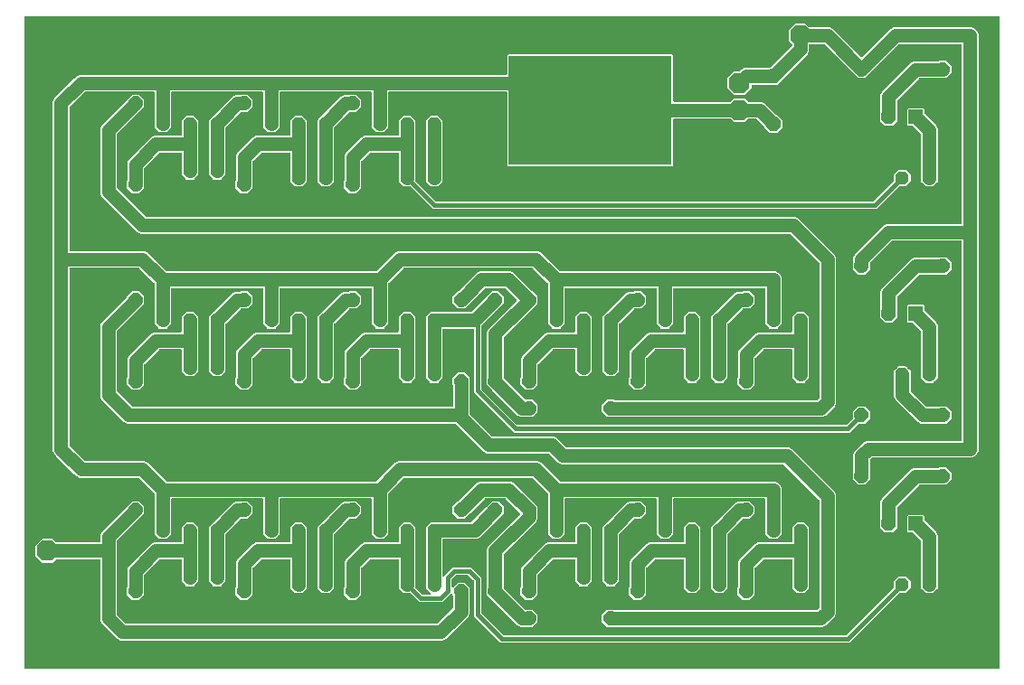
<source format=gtl>
G04 EAGLE Gerber RS-274X export*
G75*
%MOMM*%
%FSLAX34Y34*%
%LPD*%
%INTop Copper*%
%IPPOS*%
%AMOC8*
5,1,8,0,0,1.08239X$1,22.5*%
G01*
%ADD10P,1.361647X8X202.500000*%
%ADD11P,1.415766X8X112.500000*%
%ADD12P,1.415766X8X202.500000*%
%ADD13P,1.415766X8X292.500000*%
%ADD14P,1.469886X8X22.500000*%
%ADD15R,1.358000X1.358000*%
%ADD16P,1.415766X8X22.500000*%
%ADD17P,2.089446X8X112.500000*%
%ADD18P,4.948687X8X112.500000*%
%ADD19R,15.240000X10.160000*%
%ADD20P,2.089446X8X202.500000*%
%ADD21P,2.089446X8X292.500000*%
%ADD22P,1.469886X8X202.500000*%
%ADD23C,1.270000*%
%ADD24C,0.956400*%
%ADD25C,0.406400*%

G36*
X922348Y10164D02*
X922348Y10164D01*
X922367Y10162D01*
X922469Y10184D01*
X922571Y10200D01*
X922588Y10210D01*
X922608Y10214D01*
X922697Y10267D01*
X922788Y10316D01*
X922802Y10330D01*
X922819Y10340D01*
X922886Y10419D01*
X922958Y10494D01*
X922966Y10512D01*
X922979Y10527D01*
X923018Y10623D01*
X923061Y10717D01*
X923063Y10737D01*
X923071Y10755D01*
X923089Y10922D01*
X923089Y620778D01*
X923086Y620798D01*
X923088Y620817D01*
X923066Y620919D01*
X923050Y621021D01*
X923040Y621038D01*
X923036Y621058D01*
X922983Y621147D01*
X922934Y621238D01*
X922920Y621252D01*
X922910Y621269D01*
X922831Y621336D01*
X922756Y621408D01*
X922738Y621416D01*
X922723Y621429D01*
X922627Y621468D01*
X922533Y621511D01*
X922513Y621513D01*
X922495Y621521D01*
X922328Y621539D01*
X10922Y621539D01*
X10902Y621536D01*
X10883Y621538D01*
X10781Y621516D01*
X10679Y621500D01*
X10662Y621490D01*
X10642Y621486D01*
X10553Y621433D01*
X10462Y621384D01*
X10448Y621370D01*
X10431Y621360D01*
X10364Y621281D01*
X10292Y621206D01*
X10284Y621188D01*
X10271Y621173D01*
X10232Y621077D01*
X10189Y620983D01*
X10187Y620963D01*
X10179Y620945D01*
X10161Y620778D01*
X10161Y10922D01*
X10164Y10902D01*
X10162Y10883D01*
X10184Y10781D01*
X10200Y10679D01*
X10210Y10662D01*
X10214Y10642D01*
X10267Y10553D01*
X10316Y10462D01*
X10330Y10448D01*
X10340Y10431D01*
X10419Y10364D01*
X10494Y10292D01*
X10512Y10284D01*
X10527Y10271D01*
X10623Y10232D01*
X10717Y10189D01*
X10737Y10187D01*
X10755Y10179D01*
X10922Y10161D01*
X922328Y10161D01*
X922348Y10164D01*
G37*
%LPC*%
G36*
X138134Y131825D02*
X138134Y131825D01*
X138129Y131827D01*
X138065Y131842D01*
X138004Y131867D01*
X137921Y131876D01*
X137889Y131883D01*
X137870Y131882D01*
X137837Y131885D01*
X136463Y131885D01*
X135491Y132857D01*
X135438Y132895D01*
X135391Y132941D01*
X135318Y132981D01*
X135292Y133001D01*
X135273Y133006D01*
X135244Y133022D01*
X135239Y133024D01*
X133024Y135239D01*
X133022Y135244D01*
X132988Y135300D01*
X132962Y135360D01*
X132910Y135425D01*
X132893Y135453D01*
X132878Y135466D01*
X132857Y135491D01*
X131885Y136463D01*
X131885Y137837D01*
X131875Y137902D01*
X131874Y137968D01*
X131851Y138047D01*
X131846Y138080D01*
X131836Y138097D01*
X131827Y138129D01*
X131825Y138134D01*
X131825Y174223D01*
X131811Y174313D01*
X131803Y174404D01*
X131791Y174434D01*
X131786Y174466D01*
X131743Y174546D01*
X131707Y174630D01*
X131681Y174662D01*
X131670Y174683D01*
X131647Y174705D01*
X131602Y174761D01*
X117611Y188752D01*
X117537Y188805D01*
X117468Y188865D01*
X117438Y188877D01*
X117411Y188896D01*
X117324Y188923D01*
X117240Y188957D01*
X117199Y188961D01*
X117176Y188968D01*
X117144Y188967D01*
X117073Y188975D01*
X61934Y188975D01*
X59039Y190174D01*
X56717Y192496D01*
X40096Y209117D01*
X37774Y211439D01*
X36575Y214334D01*
X36575Y541316D01*
X37774Y544211D01*
X40096Y546533D01*
X56717Y563154D01*
X59039Y565476D01*
X61934Y566675D01*
X461264Y566675D01*
X461284Y566678D01*
X461303Y566676D01*
X461405Y566698D01*
X461507Y566714D01*
X461524Y566724D01*
X461544Y566728D01*
X461633Y566781D01*
X461724Y566830D01*
X461738Y566844D01*
X461755Y566854D01*
X461822Y566933D01*
X461894Y567008D01*
X461902Y567026D01*
X461915Y567041D01*
X461954Y567137D01*
X461997Y567231D01*
X461999Y567251D01*
X462007Y567269D01*
X462025Y567436D01*
X462025Y584832D01*
X462918Y585725D01*
X616582Y585725D01*
X617475Y584832D01*
X617475Y542036D01*
X617478Y542016D01*
X617476Y541997D01*
X617498Y541895D01*
X617514Y541793D01*
X617524Y541776D01*
X617528Y541756D01*
X617581Y541667D01*
X617630Y541576D01*
X617644Y541562D01*
X617654Y541545D01*
X617733Y541478D01*
X617808Y541406D01*
X617826Y541398D01*
X617841Y541385D01*
X617937Y541346D01*
X618031Y541303D01*
X618051Y541301D01*
X618069Y541293D01*
X618236Y541275D01*
X671203Y541275D01*
X671293Y541289D01*
X671384Y541297D01*
X671414Y541309D01*
X671446Y541314D01*
X671527Y541357D01*
X671610Y541393D01*
X671643Y541419D01*
X671663Y541430D01*
X671685Y541453D01*
X671741Y541498D01*
X674820Y544577D01*
X684080Y544577D01*
X687159Y541498D01*
X687233Y541445D01*
X687302Y541385D01*
X687332Y541373D01*
X687358Y541354D01*
X687445Y541327D01*
X687530Y541293D01*
X687571Y541289D01*
X687593Y541282D01*
X687626Y541283D01*
X687697Y541275D01*
X700066Y541275D01*
X702961Y540076D01*
X713799Y529238D01*
X713873Y529185D01*
X713942Y529125D01*
X713972Y529113D01*
X713999Y529094D01*
X714086Y529067D01*
X714170Y529033D01*
X714211Y529029D01*
X714234Y529022D01*
X714266Y529023D01*
X714337Y529015D01*
X714644Y529015D01*
X719515Y524144D01*
X719515Y517256D01*
X714644Y512385D01*
X707756Y512385D01*
X702885Y517256D01*
X702885Y517563D01*
X702871Y517653D01*
X702863Y517744D01*
X702851Y517774D01*
X702846Y517806D01*
X702803Y517886D01*
X702767Y517970D01*
X702741Y518002D01*
X702730Y518023D01*
X702707Y518045D01*
X702662Y518101D01*
X695461Y525302D01*
X695387Y525355D01*
X695318Y525415D01*
X695288Y525427D01*
X695261Y525446D01*
X695174Y525473D01*
X695090Y525507D01*
X695049Y525511D01*
X695026Y525518D01*
X694994Y525517D01*
X694923Y525525D01*
X687697Y525525D01*
X687607Y525511D01*
X687516Y525503D01*
X687486Y525491D01*
X687454Y525486D01*
X687373Y525443D01*
X687290Y525407D01*
X687257Y525381D01*
X687237Y525370D01*
X687215Y525347D01*
X687159Y525302D01*
X684080Y522223D01*
X674820Y522223D01*
X671741Y525302D01*
X671667Y525355D01*
X671598Y525415D01*
X671568Y525427D01*
X671542Y525446D01*
X671455Y525473D01*
X671370Y525507D01*
X671329Y525511D01*
X671307Y525518D01*
X671274Y525517D01*
X671203Y525525D01*
X618236Y525525D01*
X618216Y525522D01*
X618197Y525524D01*
X618095Y525502D01*
X617993Y525486D01*
X617976Y525476D01*
X617956Y525472D01*
X617867Y525419D01*
X617776Y525370D01*
X617762Y525356D01*
X617745Y525346D01*
X617678Y525267D01*
X617606Y525192D01*
X617598Y525174D01*
X617585Y525159D01*
X617546Y525063D01*
X617503Y524969D01*
X617501Y524949D01*
X617493Y524931D01*
X617475Y524764D01*
X617475Y481968D01*
X616582Y481075D01*
X462918Y481075D01*
X462025Y481968D01*
X462025Y550164D01*
X462022Y550184D01*
X462024Y550203D01*
X462002Y550305D01*
X461986Y550407D01*
X461976Y550424D01*
X461972Y550444D01*
X461919Y550533D01*
X461870Y550624D01*
X461856Y550638D01*
X461846Y550655D01*
X461767Y550722D01*
X461692Y550794D01*
X461674Y550802D01*
X461659Y550815D01*
X461563Y550854D01*
X461469Y550897D01*
X461449Y550899D01*
X461431Y550907D01*
X461264Y550925D01*
X351536Y550925D01*
X351516Y550922D01*
X351497Y550924D01*
X351395Y550902D01*
X351293Y550886D01*
X351276Y550876D01*
X351256Y550872D01*
X351167Y550819D01*
X351076Y550770D01*
X351062Y550756D01*
X351045Y550746D01*
X350978Y550667D01*
X350906Y550592D01*
X350898Y550574D01*
X350885Y550559D01*
X350846Y550463D01*
X350803Y550369D01*
X350801Y550349D01*
X350793Y550331D01*
X350775Y550164D01*
X350775Y519134D01*
X350773Y519129D01*
X350758Y519065D01*
X350733Y519004D01*
X350724Y518921D01*
X350717Y518889D01*
X350718Y518870D01*
X350715Y518837D01*
X350715Y517463D01*
X349743Y516491D01*
X349705Y516438D01*
X349659Y516391D01*
X349619Y516318D01*
X349599Y516292D01*
X349594Y516273D01*
X349578Y516244D01*
X349576Y516239D01*
X347361Y514024D01*
X347356Y514022D01*
X347300Y513988D01*
X347240Y513962D01*
X347175Y513910D01*
X347147Y513892D01*
X347134Y513877D01*
X347109Y513857D01*
X346137Y512885D01*
X344763Y512885D01*
X344698Y512875D01*
X344632Y512874D01*
X344553Y512851D01*
X344520Y512846D01*
X344503Y512836D01*
X344471Y512827D01*
X344466Y512825D01*
X341334Y512825D01*
X341329Y512827D01*
X341265Y512842D01*
X341204Y512867D01*
X341121Y512876D01*
X341089Y512883D01*
X341070Y512882D01*
X341037Y512885D01*
X339663Y512885D01*
X338691Y513857D01*
X338638Y513895D01*
X338591Y513941D01*
X338518Y513981D01*
X338492Y514001D01*
X338473Y514006D01*
X338444Y514022D01*
X338439Y514024D01*
X336224Y516239D01*
X336222Y516244D01*
X336188Y516300D01*
X336162Y516360D01*
X336110Y516425D01*
X336092Y516453D01*
X336077Y516466D01*
X336057Y516491D01*
X335085Y517463D01*
X335085Y518837D01*
X335075Y518902D01*
X335074Y518968D01*
X335051Y519047D01*
X335046Y519080D01*
X335036Y519097D01*
X335027Y519129D01*
X335025Y519134D01*
X335025Y550164D01*
X335022Y550184D01*
X335024Y550203D01*
X335002Y550305D01*
X334986Y550407D01*
X334976Y550424D01*
X334972Y550444D01*
X334919Y550533D01*
X334870Y550624D01*
X334856Y550638D01*
X334846Y550655D01*
X334767Y550722D01*
X334692Y550794D01*
X334674Y550802D01*
X334659Y550815D01*
X334563Y550854D01*
X334469Y550897D01*
X334449Y550899D01*
X334431Y550907D01*
X334264Y550925D01*
X249936Y550925D01*
X249916Y550922D01*
X249897Y550924D01*
X249795Y550902D01*
X249693Y550886D01*
X249676Y550876D01*
X249656Y550872D01*
X249567Y550819D01*
X249476Y550770D01*
X249462Y550756D01*
X249445Y550746D01*
X249378Y550667D01*
X249306Y550592D01*
X249298Y550574D01*
X249285Y550559D01*
X249246Y550463D01*
X249203Y550369D01*
X249201Y550349D01*
X249193Y550331D01*
X249175Y550164D01*
X249175Y519134D01*
X249173Y519129D01*
X249158Y519065D01*
X249133Y519004D01*
X249124Y518921D01*
X249116Y518889D01*
X249118Y518870D01*
X249115Y518837D01*
X249115Y517463D01*
X248143Y516491D01*
X248105Y516438D01*
X248059Y516391D01*
X248019Y516318D01*
X247999Y516292D01*
X247994Y516273D01*
X247978Y516244D01*
X247976Y516239D01*
X245761Y514024D01*
X245756Y514022D01*
X245700Y513988D01*
X245640Y513962D01*
X245575Y513910D01*
X245547Y513892D01*
X245534Y513877D01*
X245509Y513857D01*
X244537Y512885D01*
X243163Y512885D01*
X243098Y512875D01*
X243033Y512874D01*
X242953Y512851D01*
X242920Y512846D01*
X242903Y512836D01*
X242871Y512827D01*
X242866Y512825D01*
X239734Y512825D01*
X239729Y512827D01*
X239665Y512842D01*
X239604Y512867D01*
X239521Y512876D01*
X239489Y512884D01*
X239470Y512882D01*
X239437Y512885D01*
X238063Y512885D01*
X237091Y513857D01*
X237038Y513895D01*
X236991Y513941D01*
X236918Y513981D01*
X236892Y514001D01*
X236873Y514006D01*
X236844Y514022D01*
X236839Y514024D01*
X234624Y516239D01*
X234622Y516244D01*
X234588Y516300D01*
X234562Y516360D01*
X234510Y516425D01*
X234492Y516453D01*
X234477Y516466D01*
X234457Y516491D01*
X233485Y517463D01*
X233485Y518837D01*
X233475Y518902D01*
X233474Y518967D01*
X233451Y519047D01*
X233446Y519080D01*
X233436Y519097D01*
X233427Y519129D01*
X233425Y519134D01*
X233425Y550164D01*
X233422Y550184D01*
X233424Y550203D01*
X233402Y550305D01*
X233386Y550407D01*
X233376Y550424D01*
X233372Y550444D01*
X233319Y550533D01*
X233270Y550624D01*
X233256Y550638D01*
X233246Y550655D01*
X233167Y550722D01*
X233092Y550794D01*
X233074Y550802D01*
X233059Y550815D01*
X232963Y550854D01*
X232869Y550897D01*
X232849Y550899D01*
X232831Y550907D01*
X232664Y550925D01*
X148336Y550925D01*
X148316Y550922D01*
X148297Y550924D01*
X148195Y550902D01*
X148093Y550886D01*
X148076Y550876D01*
X148056Y550872D01*
X147967Y550819D01*
X147876Y550770D01*
X147862Y550756D01*
X147845Y550746D01*
X147778Y550667D01*
X147706Y550592D01*
X147698Y550574D01*
X147685Y550559D01*
X147646Y550463D01*
X147603Y550369D01*
X147601Y550349D01*
X147593Y550331D01*
X147575Y550164D01*
X147575Y519134D01*
X147573Y519129D01*
X147558Y519065D01*
X147533Y519004D01*
X147524Y518921D01*
X147517Y518889D01*
X147518Y518870D01*
X147515Y518837D01*
X147515Y517463D01*
X146543Y516491D01*
X146505Y516438D01*
X146459Y516391D01*
X146419Y516318D01*
X146399Y516292D01*
X146394Y516273D01*
X146378Y516244D01*
X146376Y516239D01*
X144161Y514024D01*
X144156Y514022D01*
X144100Y513988D01*
X144040Y513962D01*
X143975Y513910D01*
X143947Y513893D01*
X143934Y513878D01*
X143909Y513857D01*
X142937Y512885D01*
X141563Y512885D01*
X141498Y512875D01*
X141432Y512874D01*
X141352Y512851D01*
X141320Y512846D01*
X141303Y512836D01*
X141271Y512827D01*
X141266Y512825D01*
X138134Y512825D01*
X138129Y512827D01*
X138065Y512842D01*
X138004Y512867D01*
X137921Y512876D01*
X137889Y512883D01*
X137870Y512882D01*
X137837Y512885D01*
X136463Y512885D01*
X135491Y513857D01*
X135438Y513895D01*
X135391Y513941D01*
X135318Y513981D01*
X135292Y514001D01*
X135273Y514006D01*
X135244Y514022D01*
X135239Y514024D01*
X133024Y516239D01*
X133022Y516244D01*
X132988Y516300D01*
X132962Y516360D01*
X132910Y516425D01*
X132893Y516453D01*
X132878Y516466D01*
X132857Y516491D01*
X131885Y517463D01*
X131885Y518837D01*
X131875Y518902D01*
X131874Y518968D01*
X131851Y519048D01*
X131846Y519080D01*
X131836Y519097D01*
X131827Y519129D01*
X131825Y519134D01*
X131825Y550164D01*
X131822Y550184D01*
X131824Y550203D01*
X131802Y550305D01*
X131786Y550407D01*
X131776Y550424D01*
X131772Y550444D01*
X131719Y550533D01*
X131670Y550624D01*
X131656Y550638D01*
X131646Y550655D01*
X131567Y550722D01*
X131492Y550794D01*
X131474Y550802D01*
X131459Y550815D01*
X131363Y550854D01*
X131269Y550897D01*
X131249Y550899D01*
X131231Y550907D01*
X131064Y550925D01*
X67077Y550925D01*
X66987Y550911D01*
X66896Y550903D01*
X66866Y550891D01*
X66834Y550886D01*
X66754Y550843D01*
X66670Y550807D01*
X66638Y550781D01*
X66617Y550770D01*
X66595Y550747D01*
X66539Y550702D01*
X52548Y536711D01*
X52504Y536650D01*
X52468Y536613D01*
X52462Y536599D01*
X52435Y536568D01*
X52423Y536538D01*
X52404Y536511D01*
X52377Y536424D01*
X52343Y536340D01*
X52339Y536299D01*
X52332Y536276D01*
X52333Y536244D01*
X52325Y536173D01*
X52325Y402336D01*
X52328Y402316D01*
X52326Y402297D01*
X52348Y402195D01*
X52364Y402093D01*
X52374Y402076D01*
X52378Y402056D01*
X52431Y401967D01*
X52480Y401876D01*
X52494Y401862D01*
X52504Y401845D01*
X52583Y401778D01*
X52658Y401706D01*
X52676Y401698D01*
X52691Y401685D01*
X52787Y401646D01*
X52881Y401603D01*
X52901Y401601D01*
X52919Y401593D01*
X53086Y401575D01*
X122216Y401575D01*
X125111Y400376D01*
X127433Y398054D01*
X142739Y382748D01*
X142813Y382695D01*
X142882Y382635D01*
X142912Y382623D01*
X142939Y382604D01*
X143026Y382577D01*
X143110Y382543D01*
X143151Y382539D01*
X143174Y382532D01*
X143206Y382533D01*
X143277Y382525D01*
X339323Y382525D01*
X339413Y382539D01*
X339504Y382547D01*
X339534Y382559D01*
X339566Y382564D01*
X339646Y382607D01*
X339730Y382643D01*
X339762Y382669D01*
X339783Y382680D01*
X339805Y382703D01*
X339861Y382748D01*
X357489Y400376D01*
X360384Y401575D01*
X490516Y401575D01*
X493411Y400376D01*
X511039Y382748D01*
X511113Y382695D01*
X511182Y382635D01*
X511212Y382623D01*
X511239Y382604D01*
X511326Y382577D01*
X511410Y382543D01*
X511451Y382539D01*
X511474Y382532D01*
X511506Y382533D01*
X511577Y382525D01*
X712766Y382525D01*
X715661Y381326D01*
X717876Y379111D01*
X719075Y376216D01*
X719075Y334984D01*
X719073Y334979D01*
X719058Y334915D01*
X719033Y334854D01*
X719024Y334771D01*
X719017Y334739D01*
X719018Y334720D01*
X719015Y334687D01*
X719015Y333313D01*
X718043Y332341D01*
X718005Y332288D01*
X717959Y332241D01*
X717919Y332168D01*
X717899Y332141D01*
X717894Y332123D01*
X717878Y332094D01*
X717876Y332089D01*
X715661Y329874D01*
X715656Y329872D01*
X715600Y329837D01*
X715540Y329812D01*
X715475Y329760D01*
X715447Y329742D01*
X715434Y329727D01*
X715409Y329707D01*
X714437Y328735D01*
X713063Y328735D01*
X712998Y328725D01*
X712932Y328724D01*
X712853Y328701D01*
X712820Y328696D01*
X712803Y328686D01*
X712771Y328677D01*
X712766Y328675D01*
X709634Y328675D01*
X709629Y328677D01*
X709565Y328692D01*
X709504Y328717D01*
X709421Y328726D01*
X709389Y328733D01*
X709370Y328732D01*
X709337Y328735D01*
X707963Y328735D01*
X706991Y329707D01*
X706938Y329745D01*
X706891Y329791D01*
X706818Y329831D01*
X706791Y329851D01*
X706773Y329856D01*
X706744Y329872D01*
X706739Y329874D01*
X704524Y332089D01*
X704522Y332094D01*
X704487Y332150D01*
X704462Y332210D01*
X704410Y332275D01*
X704392Y332303D01*
X704377Y332316D01*
X704357Y332341D01*
X703385Y333313D01*
X703385Y334687D01*
X703375Y334752D01*
X703374Y334818D01*
X703351Y334897D01*
X703346Y334930D01*
X703336Y334947D01*
X703327Y334979D01*
X703325Y334984D01*
X703325Y366014D01*
X703322Y366034D01*
X703324Y366053D01*
X703302Y366155D01*
X703286Y366257D01*
X703276Y366274D01*
X703272Y366294D01*
X703219Y366383D01*
X703170Y366474D01*
X703156Y366488D01*
X703146Y366505D01*
X703067Y366572D01*
X702992Y366644D01*
X702974Y366652D01*
X702959Y366665D01*
X702863Y366704D01*
X702769Y366747D01*
X702749Y366749D01*
X702731Y366757D01*
X702564Y366775D01*
X618236Y366775D01*
X618216Y366772D01*
X618197Y366774D01*
X618095Y366752D01*
X617993Y366736D01*
X617976Y366726D01*
X617956Y366722D01*
X617867Y366669D01*
X617776Y366620D01*
X617762Y366606D01*
X617745Y366596D01*
X617678Y366517D01*
X617606Y366442D01*
X617598Y366424D01*
X617585Y366409D01*
X617546Y366313D01*
X617503Y366219D01*
X617501Y366199D01*
X617493Y366181D01*
X617475Y366014D01*
X617475Y334984D01*
X617473Y334979D01*
X617458Y334915D01*
X617433Y334854D01*
X617424Y334771D01*
X617417Y334739D01*
X617418Y334720D01*
X617415Y334687D01*
X617415Y333313D01*
X616443Y332341D01*
X616405Y332288D01*
X616359Y332241D01*
X616319Y332168D01*
X616299Y332142D01*
X616294Y332123D01*
X616278Y332094D01*
X616276Y332089D01*
X614061Y329874D01*
X614056Y329872D01*
X614000Y329838D01*
X613940Y329812D01*
X613875Y329760D01*
X613847Y329742D01*
X613834Y329727D01*
X613809Y329707D01*
X612837Y328735D01*
X611463Y328735D01*
X611398Y328725D01*
X611332Y328724D01*
X611253Y328701D01*
X611220Y328696D01*
X611203Y328686D01*
X611171Y328677D01*
X611166Y328675D01*
X608034Y328675D01*
X608029Y328677D01*
X607965Y328692D01*
X607904Y328717D01*
X607821Y328726D01*
X607789Y328733D01*
X607770Y328732D01*
X607737Y328735D01*
X606363Y328735D01*
X605391Y329707D01*
X605338Y329745D01*
X605291Y329791D01*
X605218Y329831D01*
X605192Y329851D01*
X605173Y329856D01*
X605144Y329872D01*
X605139Y329874D01*
X602924Y332089D01*
X602922Y332094D01*
X602888Y332150D01*
X602862Y332210D01*
X602810Y332275D01*
X602792Y332303D01*
X602777Y332316D01*
X602757Y332341D01*
X601785Y333313D01*
X601785Y334687D01*
X601775Y334752D01*
X601774Y334818D01*
X601751Y334897D01*
X601746Y334930D01*
X601736Y334947D01*
X601727Y334979D01*
X601725Y334984D01*
X601725Y366014D01*
X601722Y366034D01*
X601724Y366053D01*
X601702Y366155D01*
X601686Y366257D01*
X601676Y366274D01*
X601672Y366294D01*
X601619Y366383D01*
X601570Y366474D01*
X601556Y366488D01*
X601546Y366505D01*
X601467Y366572D01*
X601392Y366644D01*
X601374Y366652D01*
X601359Y366665D01*
X601263Y366704D01*
X601169Y366747D01*
X601149Y366749D01*
X601131Y366757D01*
X600964Y366775D01*
X516636Y366775D01*
X516616Y366772D01*
X516597Y366774D01*
X516495Y366752D01*
X516393Y366736D01*
X516376Y366726D01*
X516356Y366722D01*
X516267Y366669D01*
X516176Y366620D01*
X516162Y366606D01*
X516145Y366596D01*
X516078Y366517D01*
X516006Y366442D01*
X515998Y366424D01*
X515985Y366409D01*
X515946Y366313D01*
X515903Y366219D01*
X515901Y366199D01*
X515893Y366181D01*
X515875Y366014D01*
X515875Y334984D01*
X515873Y334979D01*
X515858Y334915D01*
X515833Y334854D01*
X515824Y334771D01*
X515817Y334739D01*
X515818Y334720D01*
X515815Y334687D01*
X515815Y333313D01*
X514843Y332341D01*
X514805Y332288D01*
X514759Y332241D01*
X514719Y332168D01*
X514699Y332142D01*
X514694Y332123D01*
X514678Y332094D01*
X514676Y332089D01*
X512461Y329874D01*
X512456Y329872D01*
X512400Y329838D01*
X512340Y329812D01*
X512275Y329760D01*
X512247Y329742D01*
X512234Y329727D01*
X512209Y329707D01*
X511237Y328735D01*
X509863Y328735D01*
X509798Y328725D01*
X509732Y328724D01*
X509653Y328701D01*
X509620Y328696D01*
X509603Y328686D01*
X509571Y328677D01*
X509566Y328675D01*
X506434Y328675D01*
X506429Y328677D01*
X506365Y328692D01*
X506304Y328717D01*
X506221Y328726D01*
X506189Y328733D01*
X506170Y328732D01*
X506137Y328735D01*
X504763Y328735D01*
X503791Y329707D01*
X503738Y329745D01*
X503691Y329791D01*
X503618Y329831D01*
X503592Y329851D01*
X503573Y329856D01*
X503544Y329872D01*
X503539Y329874D01*
X501324Y332089D01*
X501322Y332094D01*
X501288Y332150D01*
X501262Y332210D01*
X501210Y332275D01*
X501192Y332303D01*
X501177Y332316D01*
X501157Y332341D01*
X500185Y333313D01*
X500185Y334687D01*
X500175Y334752D01*
X500174Y334818D01*
X500151Y334897D01*
X500146Y334930D01*
X500136Y334947D01*
X500127Y334979D01*
X500125Y334984D01*
X500125Y371073D01*
X500111Y371163D01*
X500103Y371254D01*
X500091Y371284D01*
X500086Y371316D01*
X500043Y371396D01*
X500007Y371480D01*
X499981Y371512D01*
X499970Y371533D01*
X499947Y371555D01*
X499902Y371611D01*
X485911Y385602D01*
X485837Y385655D01*
X485768Y385715D01*
X485738Y385727D01*
X485711Y385746D01*
X485624Y385773D01*
X485540Y385807D01*
X485499Y385811D01*
X485476Y385818D01*
X485444Y385817D01*
X485373Y385825D01*
X365527Y385825D01*
X365437Y385811D01*
X365346Y385803D01*
X365316Y385791D01*
X365284Y385786D01*
X365204Y385743D01*
X365120Y385707D01*
X365088Y385681D01*
X365067Y385670D01*
X365045Y385647D01*
X364989Y385602D01*
X350998Y371611D01*
X350945Y371537D01*
X350885Y371468D01*
X350873Y371438D01*
X350854Y371411D01*
X350827Y371324D01*
X350793Y371240D01*
X350789Y371199D01*
X350782Y371176D01*
X350783Y371144D01*
X350775Y371073D01*
X350775Y334984D01*
X350773Y334979D01*
X350758Y334915D01*
X350733Y334854D01*
X350724Y334771D01*
X350717Y334739D01*
X350718Y334720D01*
X350715Y334687D01*
X350715Y333313D01*
X349743Y332341D01*
X349705Y332288D01*
X349659Y332241D01*
X349619Y332168D01*
X349599Y332142D01*
X349594Y332123D01*
X349578Y332094D01*
X349576Y332089D01*
X347361Y329874D01*
X347356Y329872D01*
X347300Y329838D01*
X347240Y329812D01*
X347175Y329760D01*
X347147Y329743D01*
X347134Y329728D01*
X347109Y329707D01*
X346137Y328735D01*
X344763Y328735D01*
X344698Y328725D01*
X344632Y328724D01*
X344553Y328701D01*
X344520Y328696D01*
X344503Y328686D01*
X344471Y328677D01*
X344466Y328675D01*
X341334Y328675D01*
X341329Y328677D01*
X341265Y328692D01*
X341204Y328717D01*
X341121Y328726D01*
X341089Y328733D01*
X341070Y328732D01*
X341037Y328735D01*
X339663Y328735D01*
X338691Y329707D01*
X338638Y329745D01*
X338591Y329791D01*
X338518Y329831D01*
X338492Y329851D01*
X338473Y329856D01*
X338444Y329872D01*
X338439Y329874D01*
X336224Y332089D01*
X336222Y332094D01*
X336188Y332150D01*
X336162Y332210D01*
X336110Y332275D01*
X336093Y332303D01*
X336078Y332316D01*
X336057Y332341D01*
X335085Y333313D01*
X335085Y334687D01*
X335075Y334752D01*
X335074Y334818D01*
X335051Y334897D01*
X335046Y334930D01*
X335036Y334947D01*
X335027Y334979D01*
X335025Y334984D01*
X335025Y366014D01*
X335022Y366034D01*
X335024Y366053D01*
X335002Y366155D01*
X334986Y366257D01*
X334976Y366274D01*
X334972Y366294D01*
X334919Y366383D01*
X334870Y366474D01*
X334856Y366488D01*
X334846Y366505D01*
X334767Y366572D01*
X334692Y366644D01*
X334674Y366652D01*
X334659Y366665D01*
X334563Y366704D01*
X334469Y366747D01*
X334449Y366749D01*
X334431Y366757D01*
X334264Y366775D01*
X249936Y366775D01*
X249916Y366772D01*
X249897Y366774D01*
X249795Y366752D01*
X249693Y366736D01*
X249676Y366726D01*
X249656Y366722D01*
X249567Y366669D01*
X249476Y366620D01*
X249462Y366606D01*
X249445Y366596D01*
X249378Y366517D01*
X249306Y366442D01*
X249298Y366424D01*
X249285Y366409D01*
X249246Y366313D01*
X249203Y366219D01*
X249201Y366199D01*
X249193Y366181D01*
X249175Y366014D01*
X249175Y334984D01*
X249173Y334979D01*
X249158Y334915D01*
X249133Y334854D01*
X249124Y334771D01*
X249117Y334739D01*
X249118Y334720D01*
X249115Y334687D01*
X249115Y333313D01*
X248143Y332341D01*
X248105Y332288D01*
X248059Y332241D01*
X248019Y332168D01*
X247999Y332142D01*
X247994Y332123D01*
X247978Y332094D01*
X247976Y332089D01*
X245761Y329874D01*
X245756Y329872D01*
X245700Y329838D01*
X245640Y329812D01*
X245575Y329760D01*
X245547Y329743D01*
X245534Y329728D01*
X245509Y329707D01*
X244537Y328735D01*
X243163Y328735D01*
X243098Y328725D01*
X243032Y328724D01*
X242953Y328701D01*
X242920Y328696D01*
X242903Y328686D01*
X242871Y328677D01*
X242866Y328675D01*
X239734Y328675D01*
X239729Y328677D01*
X239665Y328692D01*
X239604Y328717D01*
X239521Y328726D01*
X239489Y328733D01*
X239470Y328732D01*
X239437Y328735D01*
X238063Y328735D01*
X237091Y329707D01*
X237038Y329745D01*
X236991Y329791D01*
X236918Y329831D01*
X236892Y329851D01*
X236873Y329856D01*
X236844Y329872D01*
X236839Y329874D01*
X234624Y332089D01*
X234622Y332094D01*
X234588Y332150D01*
X234562Y332210D01*
X234510Y332275D01*
X234493Y332303D01*
X234478Y332316D01*
X234457Y332341D01*
X233485Y333313D01*
X233485Y334687D01*
X233475Y334752D01*
X233474Y334818D01*
X233451Y334897D01*
X233446Y334930D01*
X233436Y334947D01*
X233427Y334979D01*
X233425Y334984D01*
X233425Y366014D01*
X233422Y366034D01*
X233424Y366053D01*
X233402Y366155D01*
X233386Y366257D01*
X233376Y366274D01*
X233372Y366294D01*
X233319Y366383D01*
X233270Y366474D01*
X233256Y366488D01*
X233246Y366505D01*
X233167Y366572D01*
X233092Y366644D01*
X233074Y366652D01*
X233059Y366665D01*
X232963Y366704D01*
X232869Y366747D01*
X232849Y366749D01*
X232831Y366757D01*
X232664Y366775D01*
X148336Y366775D01*
X148316Y366772D01*
X148297Y366774D01*
X148195Y366752D01*
X148093Y366736D01*
X148076Y366726D01*
X148056Y366722D01*
X147967Y366669D01*
X147876Y366620D01*
X147862Y366606D01*
X147845Y366596D01*
X147778Y366517D01*
X147706Y366442D01*
X147698Y366424D01*
X147685Y366409D01*
X147646Y366313D01*
X147603Y366219D01*
X147601Y366199D01*
X147593Y366181D01*
X147575Y366014D01*
X147575Y334984D01*
X147573Y334979D01*
X147558Y334915D01*
X147533Y334854D01*
X147524Y334771D01*
X147517Y334739D01*
X147518Y334720D01*
X147515Y334687D01*
X147515Y333313D01*
X146543Y332341D01*
X146505Y332288D01*
X146459Y332241D01*
X146419Y332168D01*
X146399Y332142D01*
X146394Y332123D01*
X146378Y332094D01*
X146376Y332089D01*
X144161Y329874D01*
X144156Y329872D01*
X144100Y329838D01*
X144040Y329812D01*
X143975Y329760D01*
X143947Y329743D01*
X143934Y329728D01*
X143909Y329707D01*
X142937Y328735D01*
X141563Y328735D01*
X141498Y328725D01*
X141432Y328724D01*
X141353Y328701D01*
X141320Y328696D01*
X141303Y328686D01*
X141271Y328677D01*
X141266Y328675D01*
X138134Y328675D01*
X138129Y328677D01*
X138065Y328692D01*
X138004Y328717D01*
X137921Y328726D01*
X137889Y328733D01*
X137870Y328732D01*
X137837Y328735D01*
X136463Y328735D01*
X135491Y329707D01*
X135438Y329745D01*
X135391Y329791D01*
X135318Y329831D01*
X135292Y329851D01*
X135273Y329856D01*
X135244Y329872D01*
X135239Y329874D01*
X133024Y332089D01*
X133022Y332094D01*
X132988Y332150D01*
X132962Y332210D01*
X132910Y332275D01*
X132893Y332303D01*
X132878Y332316D01*
X132857Y332341D01*
X131885Y333313D01*
X131885Y334687D01*
X131875Y334752D01*
X131874Y334818D01*
X131851Y334897D01*
X131846Y334930D01*
X131836Y334947D01*
X131827Y334979D01*
X131825Y334984D01*
X131825Y371073D01*
X131811Y371163D01*
X131803Y371254D01*
X131791Y371284D01*
X131786Y371316D01*
X131743Y371396D01*
X131707Y371480D01*
X131681Y371512D01*
X131670Y371533D01*
X131647Y371555D01*
X131602Y371611D01*
X117611Y385602D01*
X117537Y385655D01*
X117468Y385715D01*
X117438Y385727D01*
X117411Y385746D01*
X117324Y385773D01*
X117240Y385807D01*
X117199Y385811D01*
X117176Y385818D01*
X117144Y385817D01*
X117073Y385825D01*
X53086Y385825D01*
X53066Y385822D01*
X53047Y385824D01*
X52945Y385802D01*
X52843Y385786D01*
X52826Y385776D01*
X52806Y385772D01*
X52717Y385719D01*
X52626Y385670D01*
X52612Y385656D01*
X52595Y385646D01*
X52528Y385567D01*
X52456Y385492D01*
X52448Y385474D01*
X52435Y385459D01*
X52396Y385363D01*
X52353Y385269D01*
X52351Y385249D01*
X52343Y385231D01*
X52325Y385064D01*
X52325Y219477D01*
X52326Y219468D01*
X52326Y219465D01*
X52330Y219447D01*
X52339Y219387D01*
X52347Y219296D01*
X52359Y219266D01*
X52364Y219234D01*
X52407Y219154D01*
X52443Y219070D01*
X52469Y219038D01*
X52480Y219017D01*
X52503Y218995D01*
X52548Y218939D01*
X66539Y204948D01*
X66613Y204895D01*
X66682Y204835D01*
X66712Y204823D01*
X66739Y204804D01*
X66826Y204777D01*
X66910Y204743D01*
X66951Y204739D01*
X66974Y204732D01*
X67006Y204733D01*
X67077Y204725D01*
X122216Y204725D01*
X125111Y203526D01*
X142739Y185898D01*
X142813Y185845D01*
X142882Y185785D01*
X142912Y185773D01*
X142939Y185754D01*
X143026Y185727D01*
X143110Y185693D01*
X143151Y185689D01*
X143174Y185682D01*
X143206Y185683D01*
X143277Y185675D01*
X339323Y185675D01*
X339413Y185689D01*
X339504Y185697D01*
X339534Y185709D01*
X339566Y185714D01*
X339646Y185757D01*
X339730Y185793D01*
X339762Y185819D01*
X339783Y185830D01*
X339805Y185853D01*
X339861Y185898D01*
X357489Y203526D01*
X360384Y204725D01*
X490516Y204725D01*
X493411Y203526D01*
X511039Y185898D01*
X511113Y185845D01*
X511182Y185785D01*
X511212Y185773D01*
X511239Y185754D01*
X511326Y185727D01*
X511410Y185693D01*
X511451Y185689D01*
X511474Y185682D01*
X511506Y185683D01*
X511577Y185675D01*
X712766Y185675D01*
X715661Y184476D01*
X717876Y182261D01*
X719075Y179366D01*
X719075Y138134D01*
X719073Y138129D01*
X719058Y138065D01*
X719033Y138004D01*
X719024Y137921D01*
X719017Y137889D01*
X719018Y137870D01*
X719015Y137837D01*
X719015Y136463D01*
X718043Y135491D01*
X718005Y135438D01*
X717959Y135391D01*
X717919Y135318D01*
X717899Y135292D01*
X717894Y135273D01*
X717878Y135244D01*
X717876Y135239D01*
X715661Y133024D01*
X715656Y133022D01*
X715600Y132988D01*
X715540Y132962D01*
X715475Y132910D01*
X715447Y132892D01*
X715434Y132877D01*
X715409Y132857D01*
X714437Y131885D01*
X713063Y131885D01*
X712998Y131875D01*
X712932Y131874D01*
X712853Y131851D01*
X712820Y131846D01*
X712803Y131836D01*
X712771Y131827D01*
X712766Y131825D01*
X709634Y131825D01*
X709629Y131827D01*
X709565Y131842D01*
X709504Y131867D01*
X709421Y131876D01*
X709389Y131883D01*
X709370Y131882D01*
X709337Y131885D01*
X707963Y131885D01*
X706991Y132857D01*
X706938Y132895D01*
X706891Y132941D01*
X706818Y132981D01*
X706792Y133001D01*
X706773Y133006D01*
X706744Y133022D01*
X706739Y133024D01*
X704524Y135239D01*
X704522Y135244D01*
X704488Y135300D01*
X704462Y135360D01*
X704410Y135425D01*
X704392Y135453D01*
X704377Y135466D01*
X704357Y135491D01*
X703385Y136463D01*
X703385Y137837D01*
X703375Y137902D01*
X703374Y137968D01*
X703351Y138047D01*
X703346Y138080D01*
X703336Y138097D01*
X703327Y138129D01*
X703325Y138134D01*
X703325Y169164D01*
X703322Y169184D01*
X703324Y169203D01*
X703302Y169305D01*
X703286Y169407D01*
X703276Y169424D01*
X703272Y169444D01*
X703219Y169533D01*
X703170Y169624D01*
X703156Y169638D01*
X703146Y169655D01*
X703067Y169722D01*
X702992Y169794D01*
X702974Y169802D01*
X702959Y169815D01*
X702863Y169854D01*
X702769Y169897D01*
X702749Y169899D01*
X702731Y169907D01*
X702564Y169925D01*
X618236Y169925D01*
X618216Y169922D01*
X618197Y169924D01*
X618095Y169902D01*
X617993Y169886D01*
X617976Y169876D01*
X617956Y169872D01*
X617867Y169819D01*
X617776Y169770D01*
X617762Y169756D01*
X617745Y169746D01*
X617678Y169667D01*
X617606Y169592D01*
X617598Y169574D01*
X617585Y169559D01*
X617546Y169463D01*
X617503Y169369D01*
X617501Y169349D01*
X617493Y169331D01*
X617475Y169164D01*
X617475Y138134D01*
X617473Y138129D01*
X617458Y138065D01*
X617433Y138004D01*
X617424Y137921D01*
X617417Y137889D01*
X617418Y137870D01*
X617415Y137837D01*
X617415Y136463D01*
X616443Y135491D01*
X616405Y135438D01*
X616359Y135391D01*
X616319Y135318D01*
X616299Y135292D01*
X616294Y135273D01*
X616278Y135244D01*
X616276Y135239D01*
X614061Y133024D01*
X614056Y133022D01*
X614000Y132988D01*
X613940Y132962D01*
X613875Y132910D01*
X613847Y132893D01*
X613834Y132878D01*
X613809Y132857D01*
X612837Y131885D01*
X611463Y131885D01*
X611398Y131875D01*
X611332Y131874D01*
X611252Y131851D01*
X611220Y131846D01*
X611203Y131836D01*
X611171Y131827D01*
X611166Y131825D01*
X608034Y131825D01*
X608029Y131827D01*
X607965Y131842D01*
X607904Y131867D01*
X607821Y131876D01*
X607789Y131883D01*
X607770Y131882D01*
X607737Y131885D01*
X606363Y131885D01*
X605391Y132857D01*
X605338Y132895D01*
X605291Y132941D01*
X605218Y132981D01*
X605192Y133001D01*
X605173Y133006D01*
X605144Y133022D01*
X605139Y133024D01*
X602924Y135239D01*
X602922Y135244D01*
X602888Y135300D01*
X602862Y135360D01*
X602810Y135425D01*
X602793Y135453D01*
X602778Y135466D01*
X602757Y135491D01*
X601785Y136463D01*
X601785Y137837D01*
X601775Y137902D01*
X601774Y137968D01*
X601751Y138048D01*
X601746Y138080D01*
X601736Y138097D01*
X601727Y138129D01*
X601725Y138134D01*
X601725Y169164D01*
X601722Y169184D01*
X601724Y169203D01*
X601702Y169305D01*
X601686Y169407D01*
X601676Y169424D01*
X601672Y169444D01*
X601619Y169533D01*
X601570Y169624D01*
X601556Y169638D01*
X601546Y169655D01*
X601467Y169722D01*
X601392Y169794D01*
X601374Y169802D01*
X601359Y169815D01*
X601263Y169854D01*
X601169Y169897D01*
X601149Y169899D01*
X601131Y169907D01*
X600964Y169925D01*
X516636Y169925D01*
X516616Y169922D01*
X516597Y169924D01*
X516495Y169902D01*
X516393Y169886D01*
X516376Y169876D01*
X516356Y169872D01*
X516267Y169819D01*
X516176Y169770D01*
X516162Y169756D01*
X516145Y169746D01*
X516078Y169667D01*
X516006Y169592D01*
X515998Y169574D01*
X515985Y169559D01*
X515946Y169463D01*
X515903Y169369D01*
X515901Y169349D01*
X515893Y169331D01*
X515875Y169164D01*
X515875Y138134D01*
X515873Y138129D01*
X515858Y138065D01*
X515833Y138004D01*
X515824Y137921D01*
X515817Y137889D01*
X515818Y137870D01*
X515815Y137837D01*
X515815Y136463D01*
X514843Y135491D01*
X514805Y135438D01*
X514759Y135391D01*
X514719Y135318D01*
X514699Y135292D01*
X514694Y135273D01*
X514678Y135244D01*
X514676Y135239D01*
X512461Y133024D01*
X512456Y133022D01*
X512400Y132988D01*
X512340Y132962D01*
X512275Y132910D01*
X512247Y132893D01*
X512234Y132878D01*
X512209Y132857D01*
X511237Y131885D01*
X509863Y131885D01*
X509798Y131875D01*
X509732Y131874D01*
X509652Y131851D01*
X509620Y131846D01*
X509603Y131836D01*
X509571Y131827D01*
X509566Y131825D01*
X506434Y131825D01*
X506429Y131827D01*
X506365Y131842D01*
X506304Y131867D01*
X506221Y131876D01*
X506189Y131883D01*
X506170Y131882D01*
X506137Y131885D01*
X504763Y131885D01*
X503791Y132857D01*
X503738Y132895D01*
X503691Y132941D01*
X503618Y132981D01*
X503592Y133001D01*
X503573Y133006D01*
X503544Y133022D01*
X503539Y133024D01*
X501324Y135239D01*
X501322Y135244D01*
X501288Y135300D01*
X501262Y135360D01*
X501210Y135425D01*
X501193Y135453D01*
X501178Y135466D01*
X501157Y135491D01*
X500185Y136463D01*
X500185Y137837D01*
X500175Y137902D01*
X500174Y137968D01*
X500151Y138048D01*
X500146Y138080D01*
X500136Y138097D01*
X500127Y138129D01*
X500125Y138134D01*
X500125Y174223D01*
X500111Y174313D01*
X500103Y174404D01*
X500091Y174434D01*
X500086Y174466D01*
X500043Y174546D01*
X500007Y174630D01*
X499981Y174662D01*
X499970Y174683D01*
X499947Y174705D01*
X499902Y174761D01*
X485911Y188752D01*
X485837Y188805D01*
X485768Y188865D01*
X485738Y188877D01*
X485711Y188896D01*
X485624Y188923D01*
X485540Y188957D01*
X485499Y188961D01*
X485476Y188968D01*
X485444Y188967D01*
X485373Y188975D01*
X365527Y188975D01*
X365437Y188961D01*
X365346Y188953D01*
X365316Y188941D01*
X365284Y188936D01*
X365204Y188893D01*
X365120Y188857D01*
X365088Y188831D01*
X365067Y188820D01*
X365045Y188797D01*
X364989Y188752D01*
X350998Y174761D01*
X350945Y174687D01*
X350885Y174618D01*
X350873Y174588D01*
X350854Y174561D01*
X350827Y174474D01*
X350793Y174390D01*
X350789Y174349D01*
X350782Y174326D01*
X350783Y174294D01*
X350775Y174223D01*
X350775Y138134D01*
X350773Y138129D01*
X350758Y138065D01*
X350733Y138004D01*
X350724Y137921D01*
X350717Y137889D01*
X350718Y137870D01*
X350715Y137837D01*
X350715Y136463D01*
X349743Y135491D01*
X349705Y135438D01*
X349659Y135391D01*
X349619Y135318D01*
X349599Y135292D01*
X349594Y135273D01*
X349578Y135244D01*
X349576Y135239D01*
X347361Y133024D01*
X347356Y133022D01*
X347300Y132988D01*
X347240Y132962D01*
X347175Y132910D01*
X347147Y132893D01*
X347134Y132878D01*
X347109Y132857D01*
X346137Y131885D01*
X344763Y131885D01*
X344698Y131875D01*
X344632Y131874D01*
X344553Y131851D01*
X344520Y131846D01*
X344503Y131836D01*
X344471Y131827D01*
X344466Y131825D01*
X341334Y131825D01*
X341329Y131827D01*
X341265Y131842D01*
X341204Y131867D01*
X341121Y131876D01*
X341089Y131883D01*
X341070Y131882D01*
X341037Y131885D01*
X339663Y131885D01*
X338691Y132857D01*
X338638Y132895D01*
X338591Y132941D01*
X338518Y132981D01*
X338492Y133001D01*
X338473Y133006D01*
X338444Y133022D01*
X338439Y133024D01*
X336224Y135239D01*
X336222Y135244D01*
X336188Y135300D01*
X336162Y135360D01*
X336110Y135425D01*
X336093Y135453D01*
X336078Y135466D01*
X336057Y135491D01*
X335085Y136463D01*
X335085Y137837D01*
X335075Y137902D01*
X335074Y137968D01*
X335051Y138047D01*
X335046Y138080D01*
X335036Y138097D01*
X335027Y138129D01*
X335025Y138134D01*
X335025Y169164D01*
X335022Y169184D01*
X335024Y169203D01*
X335002Y169305D01*
X334986Y169407D01*
X334976Y169424D01*
X334972Y169444D01*
X334919Y169533D01*
X334870Y169624D01*
X334856Y169638D01*
X334846Y169655D01*
X334767Y169722D01*
X334692Y169794D01*
X334674Y169802D01*
X334659Y169815D01*
X334563Y169854D01*
X334469Y169897D01*
X334449Y169899D01*
X334431Y169907D01*
X334264Y169925D01*
X249936Y169925D01*
X249916Y169922D01*
X249897Y169924D01*
X249795Y169902D01*
X249693Y169886D01*
X249676Y169876D01*
X249656Y169872D01*
X249567Y169819D01*
X249476Y169770D01*
X249462Y169756D01*
X249445Y169746D01*
X249378Y169667D01*
X249306Y169592D01*
X249298Y169574D01*
X249285Y169559D01*
X249246Y169463D01*
X249203Y169369D01*
X249201Y169349D01*
X249193Y169331D01*
X249175Y169164D01*
X249175Y138134D01*
X249173Y138129D01*
X249158Y138065D01*
X249133Y138004D01*
X249124Y137921D01*
X249117Y137889D01*
X249118Y137870D01*
X249115Y137837D01*
X249115Y136463D01*
X248143Y135491D01*
X248105Y135438D01*
X248059Y135391D01*
X248019Y135318D01*
X247999Y135292D01*
X247994Y135273D01*
X247978Y135244D01*
X247976Y135239D01*
X245761Y133024D01*
X245756Y133022D01*
X245700Y132988D01*
X245640Y132962D01*
X245575Y132910D01*
X245547Y132893D01*
X245534Y132878D01*
X245509Y132857D01*
X244537Y131885D01*
X243163Y131885D01*
X243098Y131875D01*
X243032Y131874D01*
X242953Y131851D01*
X242920Y131846D01*
X242903Y131836D01*
X242871Y131827D01*
X242866Y131825D01*
X239734Y131825D01*
X239729Y131827D01*
X239665Y131842D01*
X239604Y131867D01*
X239521Y131876D01*
X239489Y131883D01*
X239470Y131882D01*
X239437Y131885D01*
X238063Y131885D01*
X237091Y132857D01*
X237038Y132895D01*
X236991Y132941D01*
X236918Y132981D01*
X236892Y133001D01*
X236873Y133006D01*
X236844Y133022D01*
X236839Y133024D01*
X234624Y135239D01*
X234622Y135244D01*
X234588Y135300D01*
X234562Y135360D01*
X234510Y135425D01*
X234493Y135453D01*
X234478Y135466D01*
X234457Y135491D01*
X233485Y136463D01*
X233485Y137837D01*
X233475Y137902D01*
X233474Y137968D01*
X233451Y138047D01*
X233446Y138080D01*
X233436Y138097D01*
X233427Y138129D01*
X233425Y138134D01*
X233425Y169164D01*
X233422Y169184D01*
X233424Y169203D01*
X233402Y169305D01*
X233386Y169407D01*
X233376Y169424D01*
X233372Y169444D01*
X233319Y169533D01*
X233270Y169624D01*
X233256Y169638D01*
X233246Y169655D01*
X233167Y169722D01*
X233092Y169794D01*
X233074Y169802D01*
X233059Y169815D01*
X232963Y169854D01*
X232869Y169897D01*
X232849Y169899D01*
X232831Y169907D01*
X232664Y169925D01*
X148336Y169925D01*
X148316Y169922D01*
X148297Y169924D01*
X148195Y169902D01*
X148093Y169886D01*
X148076Y169876D01*
X148056Y169872D01*
X147967Y169819D01*
X147876Y169770D01*
X147862Y169756D01*
X147845Y169746D01*
X147778Y169667D01*
X147706Y169592D01*
X147698Y169574D01*
X147685Y169559D01*
X147646Y169463D01*
X147603Y169369D01*
X147601Y169349D01*
X147593Y169331D01*
X147575Y169164D01*
X147575Y138134D01*
X147573Y138129D01*
X147558Y138065D01*
X147533Y138004D01*
X147524Y137921D01*
X147517Y137889D01*
X147518Y137870D01*
X147515Y137837D01*
X147515Y136463D01*
X146543Y135491D01*
X146505Y135438D01*
X146459Y135391D01*
X146419Y135318D01*
X146399Y135292D01*
X146394Y135273D01*
X146378Y135244D01*
X146376Y135239D01*
X144161Y133024D01*
X144156Y133022D01*
X144100Y132988D01*
X144040Y132962D01*
X143975Y132910D01*
X143947Y132893D01*
X143934Y132878D01*
X143909Y132857D01*
X142937Y131885D01*
X141563Y131885D01*
X141498Y131875D01*
X141432Y131874D01*
X141353Y131851D01*
X141320Y131846D01*
X141303Y131836D01*
X141271Y131827D01*
X141266Y131825D01*
X138134Y131825D01*
G37*
%LPD*%
%LPC*%
G36*
X555459Y49085D02*
X555459Y49085D01*
X550735Y53809D01*
X550735Y60491D01*
X555459Y65215D01*
X562153Y65215D01*
X562182Y65194D01*
X562251Y65135D01*
X562281Y65123D01*
X562307Y65104D01*
X562394Y65077D01*
X562479Y65043D01*
X562520Y65039D01*
X562542Y65032D01*
X562574Y65033D01*
X562646Y65025D01*
X752073Y65025D01*
X752163Y65039D01*
X752254Y65047D01*
X752284Y65059D01*
X752316Y65064D01*
X752396Y65107D01*
X752480Y65143D01*
X752512Y65169D01*
X752533Y65180D01*
X752555Y65203D01*
X752611Y65248D01*
X753902Y66539D01*
X753955Y66613D01*
X754015Y66682D01*
X754027Y66712D01*
X754046Y66739D01*
X754073Y66826D01*
X754107Y66910D01*
X754111Y66951D01*
X754118Y66974D01*
X754117Y67006D01*
X754125Y67077D01*
X754125Y167873D01*
X754111Y167963D01*
X754103Y168054D01*
X754091Y168084D01*
X754086Y168116D01*
X754043Y168196D01*
X754007Y168280D01*
X753981Y168312D01*
X753970Y168333D01*
X753947Y168355D01*
X753902Y168411D01*
X720861Y201452D01*
X720787Y201505D01*
X720718Y201565D01*
X720688Y201577D01*
X720661Y201596D01*
X720574Y201623D01*
X720490Y201657D01*
X720449Y201661D01*
X720426Y201668D01*
X720394Y201667D01*
X720323Y201675D01*
X512784Y201675D01*
X509889Y202874D01*
X501151Y211612D01*
X501077Y211665D01*
X501008Y211725D01*
X500978Y211737D01*
X500951Y211756D01*
X500864Y211783D01*
X500780Y211817D01*
X500739Y211821D01*
X500716Y211828D01*
X500684Y211827D01*
X500613Y211835D01*
X442934Y211835D01*
X440039Y213034D01*
X413521Y239552D01*
X413447Y239605D01*
X413378Y239665D01*
X413348Y239677D01*
X413321Y239696D01*
X413234Y239723D01*
X413150Y239757D01*
X413109Y239761D01*
X413086Y239768D01*
X413054Y239767D01*
X412983Y239775D01*
X106384Y239775D01*
X103489Y240974D01*
X84546Y259917D01*
X82224Y262239D01*
X81025Y265134D01*
X81025Y331766D01*
X82224Y334661D01*
X106012Y358449D01*
X106065Y358523D01*
X106125Y358592D01*
X106137Y358622D01*
X106156Y358649D01*
X106183Y358736D01*
X106217Y358820D01*
X106221Y358861D01*
X106228Y358884D01*
X106227Y358916D01*
X106229Y358935D01*
X110959Y363665D01*
X117641Y363665D01*
X122365Y358941D01*
X122365Y352259D01*
X117631Y347526D01*
X117597Y347521D01*
X117506Y347513D01*
X117476Y347501D01*
X117444Y347496D01*
X117364Y347453D01*
X117280Y347417D01*
X117248Y347391D01*
X117227Y347380D01*
X117205Y347357D01*
X117149Y347312D01*
X96998Y327161D01*
X96945Y327087D01*
X96885Y327018D01*
X96873Y326988D01*
X96854Y326961D01*
X96827Y326874D01*
X96793Y326790D01*
X96789Y326749D01*
X96782Y326726D01*
X96783Y326694D01*
X96775Y326623D01*
X96775Y270277D01*
X96789Y270187D01*
X96797Y270096D01*
X96809Y270066D01*
X96814Y270034D01*
X96857Y269954D01*
X96893Y269870D01*
X96919Y269838D01*
X96930Y269817D01*
X96953Y269795D01*
X96998Y269739D01*
X110989Y255748D01*
X111063Y255695D01*
X111132Y255635D01*
X111162Y255623D01*
X111189Y255604D01*
X111276Y255577D01*
X111360Y255543D01*
X111401Y255539D01*
X111424Y255532D01*
X111456Y255533D01*
X111527Y255525D01*
X410464Y255525D01*
X410484Y255528D01*
X410503Y255526D01*
X410605Y255548D01*
X410707Y255564D01*
X410724Y255574D01*
X410744Y255578D01*
X410833Y255631D01*
X410924Y255680D01*
X410938Y255694D01*
X410955Y255704D01*
X411022Y255783D01*
X411094Y255858D01*
X411102Y255876D01*
X411115Y255891D01*
X411154Y255987D01*
X411197Y256081D01*
X411199Y256101D01*
X411207Y256119D01*
X411225Y256286D01*
X411225Y275554D01*
X411211Y275644D01*
X411203Y275735D01*
X411191Y275765D01*
X411186Y275797D01*
X411143Y275878D01*
X411107Y275961D01*
X411081Y275994D01*
X411070Y276014D01*
X411047Y276036D01*
X411035Y276051D01*
X411035Y282741D01*
X415759Y287465D01*
X422441Y287465D01*
X427165Y282741D01*
X427165Y276047D01*
X427145Y276019D01*
X427085Y275949D01*
X427073Y275919D01*
X427054Y275893D01*
X427027Y275806D01*
X426993Y275721D01*
X426989Y275680D01*
X426982Y275658D01*
X426983Y275625D01*
X426975Y275554D01*
X426975Y248687D01*
X426989Y248597D01*
X426997Y248506D01*
X427009Y248476D01*
X427014Y248444D01*
X427057Y248364D01*
X427093Y248280D01*
X427119Y248248D01*
X427130Y248227D01*
X427153Y248205D01*
X427198Y248149D01*
X447539Y227808D01*
X447613Y227755D01*
X447682Y227695D01*
X447712Y227683D01*
X447739Y227664D01*
X447826Y227637D01*
X447910Y227603D01*
X447951Y227599D01*
X447974Y227592D01*
X448006Y227593D01*
X448077Y227585D01*
X505756Y227585D01*
X508651Y226386D01*
X517389Y217648D01*
X517463Y217595D01*
X517532Y217535D01*
X517562Y217523D01*
X517589Y217504D01*
X517676Y217477D01*
X517760Y217443D01*
X517801Y217439D01*
X517824Y217432D01*
X517856Y217433D01*
X517927Y217425D01*
X725466Y217425D01*
X728361Y216226D01*
X768676Y175911D01*
X769875Y173016D01*
X769875Y61934D01*
X768676Y59039D01*
X760111Y50474D01*
X757216Y49275D01*
X562646Y49275D01*
X562556Y49261D01*
X562465Y49253D01*
X562435Y49241D01*
X562403Y49236D01*
X562322Y49193D01*
X562238Y49157D01*
X562206Y49131D01*
X562186Y49120D01*
X562164Y49097D01*
X562149Y49085D01*
X555459Y49085D01*
G37*
%LPD*%
%LPC*%
G36*
X555459Y245935D02*
X555459Y245935D01*
X550735Y250659D01*
X550735Y257341D01*
X555459Y262065D01*
X562153Y262065D01*
X562181Y262045D01*
X562251Y261985D01*
X562281Y261973D01*
X562307Y261954D01*
X562394Y261927D01*
X562479Y261893D01*
X562520Y261889D01*
X562542Y261882D01*
X562575Y261883D01*
X562646Y261875D01*
X752073Y261875D01*
X752163Y261889D01*
X752254Y261897D01*
X752284Y261909D01*
X752316Y261914D01*
X752396Y261957D01*
X752480Y261993D01*
X752512Y262019D01*
X752533Y262030D01*
X752555Y262053D01*
X752611Y262098D01*
X753902Y263389D01*
X753955Y263463D01*
X754015Y263532D01*
X754027Y263562D01*
X754046Y263589D01*
X754073Y263676D01*
X754107Y263760D01*
X754111Y263801D01*
X754118Y263824D01*
X754117Y263856D01*
X754125Y263927D01*
X754125Y390123D01*
X754111Y390213D01*
X754103Y390304D01*
X754091Y390334D01*
X754086Y390366D01*
X754043Y390446D01*
X754007Y390530D01*
X753981Y390562D01*
X753970Y390583D01*
X753947Y390605D01*
X753902Y390661D01*
X727211Y417352D01*
X727137Y417405D01*
X727068Y417465D01*
X727038Y417477D01*
X727011Y417496D01*
X726924Y417523D01*
X726840Y417557D01*
X726799Y417561D01*
X726776Y417568D01*
X726744Y417567D01*
X726673Y417575D01*
X119084Y417575D01*
X116189Y418774D01*
X82224Y452739D01*
X81025Y455634D01*
X81025Y515916D01*
X82224Y518811D01*
X106012Y542599D01*
X106065Y542673D01*
X106125Y542742D01*
X106137Y542772D01*
X106156Y542799D01*
X106183Y542886D01*
X106217Y542970D01*
X106221Y543011D01*
X106228Y543034D01*
X106227Y543066D01*
X106229Y543085D01*
X110959Y547815D01*
X117641Y547815D01*
X122365Y543091D01*
X122365Y536409D01*
X117631Y531676D01*
X117597Y531671D01*
X117506Y531663D01*
X117476Y531651D01*
X117444Y531646D01*
X117364Y531603D01*
X117280Y531567D01*
X117248Y531541D01*
X117227Y531530D01*
X117205Y531507D01*
X117149Y531462D01*
X96998Y511311D01*
X96945Y511237D01*
X96885Y511168D01*
X96873Y511138D01*
X96854Y511111D01*
X96827Y511024D01*
X96793Y510940D01*
X96789Y510899D01*
X96782Y510876D01*
X96783Y510844D01*
X96775Y510773D01*
X96775Y460777D01*
X96789Y460687D01*
X96797Y460596D01*
X96809Y460566D01*
X96814Y460534D01*
X96857Y460454D01*
X96893Y460370D01*
X96919Y460338D01*
X96930Y460317D01*
X96953Y460295D01*
X96998Y460239D01*
X123689Y433548D01*
X123763Y433495D01*
X123832Y433435D01*
X123862Y433423D01*
X123889Y433404D01*
X123976Y433377D01*
X124060Y433343D01*
X124101Y433339D01*
X124124Y433332D01*
X124156Y433333D01*
X124227Y433325D01*
X731816Y433325D01*
X734711Y432126D01*
X768676Y398161D01*
X769875Y395266D01*
X769875Y258784D01*
X768676Y255889D01*
X760111Y247324D01*
X757216Y246125D01*
X562646Y246125D01*
X562556Y246111D01*
X562465Y246103D01*
X562435Y246091D01*
X562403Y246086D01*
X562322Y246043D01*
X562239Y246007D01*
X562206Y245981D01*
X562186Y245970D01*
X562164Y245947D01*
X562149Y245935D01*
X555459Y245935D01*
G37*
%LPD*%
%LPC*%
G36*
X455727Y34543D02*
X455727Y34543D01*
X430783Y59487D01*
X430783Y92191D01*
X430769Y92282D01*
X430761Y92372D01*
X430749Y92402D01*
X430744Y92434D01*
X430701Y92515D01*
X430665Y92599D01*
X430639Y92631D01*
X430628Y92652D01*
X430605Y92674D01*
X430560Y92730D01*
X425470Y97820D01*
X425396Y97873D01*
X425326Y97933D01*
X425296Y97945D01*
X425270Y97964D01*
X425183Y97991D01*
X425098Y98025D01*
X425057Y98029D01*
X425035Y98036D01*
X425003Y98035D01*
X424931Y98043D01*
X414539Y98043D01*
X414448Y98029D01*
X414358Y98021D01*
X414328Y98009D01*
X414296Y98004D01*
X414215Y97961D01*
X414131Y97925D01*
X414099Y97899D01*
X414078Y97888D01*
X414056Y97865D01*
X414000Y97820D01*
X410180Y94000D01*
X410127Y93926D01*
X410067Y93856D01*
X410055Y93826D01*
X410036Y93800D01*
X410009Y93713D01*
X409975Y93628D01*
X409971Y93587D01*
X409964Y93565D01*
X409965Y93533D01*
X409957Y93461D01*
X409957Y86650D01*
X409968Y86579D01*
X409970Y86507D01*
X409988Y86458D01*
X409996Y86407D01*
X410030Y86344D01*
X410055Y86276D01*
X410087Y86236D01*
X410112Y86190D01*
X410164Y86140D01*
X410208Y86084D01*
X410252Y86056D01*
X410290Y86020D01*
X410355Y85990D01*
X410415Y85951D01*
X410466Y85939D01*
X410513Y85917D01*
X410584Y85909D01*
X410654Y85891D01*
X410706Y85895D01*
X410757Y85890D01*
X410828Y85905D01*
X410899Y85910D01*
X410947Y85931D01*
X410998Y85942D01*
X411059Y85979D01*
X411125Y86007D01*
X411181Y86051D01*
X411209Y86068D01*
X411224Y86086D01*
X411256Y86111D01*
X415759Y90615D01*
X422441Y90615D01*
X427165Y85891D01*
X427165Y79197D01*
X427144Y79168D01*
X427085Y79099D01*
X427073Y79069D01*
X427054Y79043D01*
X427027Y78956D01*
X426993Y78871D01*
X426989Y78830D01*
X426982Y78808D01*
X426983Y78776D01*
X426975Y78704D01*
X426975Y61934D01*
X425776Y59039D01*
X404511Y37774D01*
X401616Y36575D01*
X100034Y36575D01*
X97139Y37774D01*
X82224Y52689D01*
X81025Y55584D01*
X81025Y112014D01*
X81022Y112034D01*
X81024Y112053D01*
X81002Y112155D01*
X80986Y112257D01*
X80976Y112274D01*
X80972Y112294D01*
X80919Y112383D01*
X80870Y112474D01*
X80856Y112488D01*
X80846Y112505D01*
X80767Y112572D01*
X80692Y112644D01*
X80674Y112652D01*
X80659Y112665D01*
X80563Y112704D01*
X80469Y112747D01*
X80449Y112749D01*
X80431Y112757D01*
X80264Y112775D01*
X39997Y112775D01*
X39907Y112761D01*
X39816Y112753D01*
X39786Y112741D01*
X39754Y112736D01*
X39673Y112693D01*
X39589Y112657D01*
X39557Y112631D01*
X39537Y112620D01*
X39515Y112597D01*
X39459Y112552D01*
X36380Y109473D01*
X27120Y109473D01*
X20573Y116020D01*
X20573Y125280D01*
X27120Y131827D01*
X36380Y131827D01*
X39459Y128748D01*
X39533Y128695D01*
X39602Y128635D01*
X39632Y128623D01*
X39658Y128604D01*
X39745Y128577D01*
X39830Y128543D01*
X39871Y128539D01*
X39893Y128532D01*
X39926Y128533D01*
X39997Y128525D01*
X80264Y128525D01*
X80284Y128528D01*
X80303Y128526D01*
X80405Y128548D01*
X80507Y128564D01*
X80524Y128574D01*
X80544Y128578D01*
X80633Y128631D01*
X80724Y128680D01*
X80738Y128694D01*
X80755Y128704D01*
X80822Y128783D01*
X80894Y128858D01*
X80902Y128876D01*
X80915Y128891D01*
X80954Y128987D01*
X80997Y129081D01*
X80999Y129101D01*
X81007Y129119D01*
X81025Y129286D01*
X81025Y134916D01*
X82224Y137811D01*
X106012Y161599D01*
X106065Y161673D01*
X106125Y161742D01*
X106137Y161772D01*
X106156Y161799D01*
X106183Y161886D01*
X106217Y161970D01*
X106221Y162011D01*
X106228Y162034D01*
X106227Y162066D01*
X106229Y162085D01*
X110959Y166815D01*
X117641Y166815D01*
X122365Y162091D01*
X122365Y155409D01*
X117631Y150676D01*
X117597Y150671D01*
X117506Y150663D01*
X117476Y150651D01*
X117444Y150646D01*
X117364Y150603D01*
X117280Y150567D01*
X117248Y150541D01*
X117227Y150530D01*
X117205Y150507D01*
X117149Y150462D01*
X96998Y130311D01*
X96945Y130237D01*
X96885Y130168D01*
X96873Y130138D01*
X96854Y130111D01*
X96827Y130024D01*
X96793Y129940D01*
X96789Y129899D01*
X96782Y129876D01*
X96783Y129844D01*
X96775Y129773D01*
X96775Y60727D01*
X96789Y60637D01*
X96797Y60546D01*
X96809Y60516D01*
X96814Y60484D01*
X96857Y60404D01*
X96893Y60320D01*
X96919Y60288D01*
X96930Y60267D01*
X96953Y60245D01*
X96998Y60189D01*
X104639Y52548D01*
X104713Y52495D01*
X104782Y52435D01*
X104812Y52423D01*
X104839Y52404D01*
X104926Y52377D01*
X105010Y52343D01*
X105051Y52339D01*
X105074Y52332D01*
X105106Y52333D01*
X105177Y52325D01*
X396473Y52325D01*
X396563Y52339D01*
X396654Y52347D01*
X396684Y52359D01*
X396716Y52364D01*
X396796Y52407D01*
X396880Y52443D01*
X396912Y52469D01*
X396933Y52480D01*
X396955Y52503D01*
X397011Y52548D01*
X411002Y66539D01*
X411055Y66613D01*
X411115Y66682D01*
X411127Y66712D01*
X411146Y66739D01*
X411173Y66826D01*
X411207Y66910D01*
X411211Y66951D01*
X411218Y66974D01*
X411217Y67006D01*
X411225Y67077D01*
X411225Y78704D01*
X411224Y78711D01*
X411224Y78713D01*
X411223Y78719D01*
X411211Y78794D01*
X411203Y78885D01*
X411191Y78915D01*
X411186Y78947D01*
X411143Y79028D01*
X411107Y79112D01*
X411081Y79144D01*
X411070Y79164D01*
X411047Y79186D01*
X411035Y79201D01*
X411035Y80317D01*
X411024Y80388D01*
X411022Y80460D01*
X411004Y80509D01*
X410996Y80560D01*
X410962Y80624D01*
X410937Y80691D01*
X410905Y80732D01*
X410880Y80778D01*
X410828Y80827D01*
X410784Y80883D01*
X410740Y80911D01*
X410702Y80947D01*
X410637Y80977D01*
X410577Y81016D01*
X410526Y81029D01*
X410479Y81051D01*
X410408Y81059D01*
X410338Y81076D01*
X410286Y81072D01*
X410235Y81078D01*
X410164Y81062D01*
X410093Y81057D01*
X410045Y81037D01*
X409994Y81025D01*
X409933Y80989D01*
X409867Y80961D01*
X409811Y80916D01*
X409783Y80899D01*
X409768Y80881D01*
X409736Y80856D01*
X403830Y74950D01*
X401523Y72643D01*
X379527Y72643D01*
X371308Y80862D01*
X371234Y80915D01*
X371164Y80975D01*
X371134Y80987D01*
X371108Y81006D01*
X371021Y81033D01*
X370936Y81067D01*
X370895Y81071D01*
X370873Y81078D01*
X370841Y81077D01*
X370769Y81085D01*
X370163Y81085D01*
X370098Y81075D01*
X370032Y81074D01*
X369952Y81051D01*
X369920Y81046D01*
X369903Y81036D01*
X369871Y81027D01*
X369866Y81025D01*
X366734Y81025D01*
X366729Y81027D01*
X366665Y81042D01*
X366604Y81067D01*
X366521Y81076D01*
X366489Y81083D01*
X366470Y81082D01*
X366437Y81085D01*
X365063Y81085D01*
X364091Y82057D01*
X364038Y82095D01*
X363991Y82141D01*
X363918Y82181D01*
X363892Y82201D01*
X363873Y82206D01*
X363844Y82222D01*
X363839Y82224D01*
X361624Y84439D01*
X361622Y84444D01*
X361588Y84500D01*
X361562Y84560D01*
X361510Y84625D01*
X361493Y84653D01*
X361478Y84666D01*
X361457Y84691D01*
X360485Y85663D01*
X360485Y87037D01*
X360479Y87075D01*
X360480Y87086D01*
X360475Y87112D01*
X360474Y87168D01*
X360451Y87248D01*
X360446Y87280D01*
X360436Y87297D01*
X360428Y87325D01*
X360428Y87327D01*
X360427Y87329D01*
X360425Y87334D01*
X360425Y112014D01*
X360422Y112034D01*
X360424Y112053D01*
X360402Y112155D01*
X360386Y112257D01*
X360376Y112274D01*
X360372Y112294D01*
X360319Y112383D01*
X360270Y112474D01*
X360256Y112488D01*
X360246Y112505D01*
X360167Y112572D01*
X360092Y112644D01*
X360074Y112652D01*
X360059Y112665D01*
X359963Y112704D01*
X359869Y112747D01*
X359849Y112749D01*
X359831Y112757D01*
X359664Y112775D01*
X333777Y112775D01*
X333687Y112761D01*
X333596Y112753D01*
X333566Y112741D01*
X333534Y112736D01*
X333454Y112693D01*
X333370Y112657D01*
X333338Y112631D01*
X333317Y112620D01*
X333295Y112597D01*
X333239Y112552D01*
X325598Y104911D01*
X325545Y104837D01*
X325485Y104768D01*
X325473Y104738D01*
X325454Y104711D01*
X325427Y104624D01*
X325393Y104540D01*
X325389Y104499D01*
X325382Y104476D01*
X325383Y104444D01*
X325375Y104373D01*
X325375Y86396D01*
X325389Y86306D01*
X325397Y86215D01*
X325409Y86185D01*
X325414Y86153D01*
X325457Y86072D01*
X325493Y85989D01*
X325519Y85956D01*
X325530Y85936D01*
X325553Y85914D01*
X325565Y85899D01*
X325565Y79209D01*
X320841Y74485D01*
X314159Y74485D01*
X309435Y79209D01*
X309435Y85903D01*
X309455Y85931D01*
X309515Y86001D01*
X309527Y86031D01*
X309546Y86057D01*
X309573Y86144D01*
X309607Y86229D01*
X309611Y86270D01*
X309618Y86292D01*
X309617Y86325D01*
X309625Y86396D01*
X309625Y109516D01*
X310824Y112411D01*
X325739Y127326D01*
X328634Y128525D01*
X359664Y128525D01*
X359684Y128528D01*
X359703Y128526D01*
X359805Y128548D01*
X359907Y128564D01*
X359924Y128574D01*
X359944Y128578D01*
X360033Y128631D01*
X360124Y128680D01*
X360138Y128694D01*
X360155Y128704D01*
X360222Y128783D01*
X360294Y128858D01*
X360302Y128876D01*
X360315Y128891D01*
X360354Y128987D01*
X360397Y129081D01*
X360399Y129101D01*
X360407Y129119D01*
X360425Y129286D01*
X360425Y141266D01*
X360427Y141271D01*
X360442Y141335D01*
X360467Y141396D01*
X360476Y141479D01*
X360483Y141511D01*
X360482Y141530D01*
X360485Y141563D01*
X360485Y142937D01*
X361457Y143909D01*
X361495Y143962D01*
X361541Y144009D01*
X361581Y144082D01*
X361601Y144108D01*
X361606Y144127D01*
X361622Y144156D01*
X361624Y144161D01*
X363839Y146376D01*
X363844Y146378D01*
X363900Y146412D01*
X363960Y146438D01*
X364025Y146490D01*
X364053Y146507D01*
X364066Y146522D01*
X364091Y146543D01*
X365063Y147515D01*
X366437Y147515D01*
X366502Y147525D01*
X366568Y147526D01*
X366648Y147549D01*
X366680Y147554D01*
X366697Y147564D01*
X366729Y147573D01*
X366734Y147575D01*
X369866Y147575D01*
X369871Y147573D01*
X369935Y147558D01*
X369996Y147533D01*
X370079Y147524D01*
X370111Y147517D01*
X370130Y147518D01*
X370163Y147515D01*
X371537Y147515D01*
X372509Y146543D01*
X372562Y146505D01*
X372609Y146459D01*
X372682Y146419D01*
X372708Y146399D01*
X372727Y146394D01*
X372756Y146378D01*
X372761Y146376D01*
X374976Y144161D01*
X374978Y144156D01*
X375012Y144100D01*
X375038Y144040D01*
X375090Y143975D01*
X375107Y143947D01*
X375122Y143934D01*
X375143Y143909D01*
X376115Y142937D01*
X376115Y141563D01*
X376125Y141498D01*
X376126Y141432D01*
X376149Y141352D01*
X376154Y141320D01*
X376164Y141303D01*
X376173Y141271D01*
X376175Y141266D01*
X376175Y87334D01*
X376173Y87329D01*
X376163Y87286D01*
X376147Y87252D01*
X376145Y87233D01*
X376133Y87204D01*
X376124Y87121D01*
X376117Y87089D01*
X376118Y87070D01*
X376115Y87037D01*
X376115Y86431D01*
X376129Y86340D01*
X376137Y86250D01*
X376149Y86220D01*
X376154Y86188D01*
X376197Y86107D01*
X376233Y86023D01*
X376259Y85991D01*
X376270Y85970D01*
X376293Y85948D01*
X376338Y85892D01*
X382250Y79980D01*
X382324Y79927D01*
X382394Y79867D01*
X382424Y79855D01*
X382450Y79836D01*
X382537Y79809D01*
X382622Y79775D01*
X382663Y79771D01*
X382685Y79764D01*
X382717Y79765D01*
X382789Y79757D01*
X389954Y79757D01*
X390024Y79768D01*
X390096Y79770D01*
X390145Y79788D01*
X390197Y79796D01*
X390260Y79830D01*
X390327Y79855D01*
X390368Y79887D01*
X390414Y79912D01*
X390463Y79963D01*
X390519Y80008D01*
X390547Y80052D01*
X390583Y80090D01*
X390613Y80155D01*
X390652Y80215D01*
X390665Y80266D01*
X390687Y80313D01*
X390695Y80384D01*
X390712Y80454D01*
X390708Y80506D01*
X390714Y80557D01*
X390699Y80628D01*
X390693Y80699D01*
X390673Y80747D01*
X390662Y80798D01*
X390625Y80859D01*
X390597Y80925D01*
X390552Y80981D01*
X390536Y81009D01*
X390518Y81024D01*
X390492Y81056D01*
X389491Y82057D01*
X389438Y82095D01*
X389391Y82141D01*
X389318Y82181D01*
X389292Y82201D01*
X389273Y82206D01*
X389244Y82222D01*
X389239Y82224D01*
X387024Y84439D01*
X387022Y84444D01*
X386988Y84500D01*
X386962Y84560D01*
X386910Y84625D01*
X386892Y84653D01*
X386877Y84666D01*
X386857Y84691D01*
X385885Y85663D01*
X385885Y87037D01*
X385879Y87075D01*
X385880Y87086D01*
X385875Y87112D01*
X385874Y87168D01*
X385851Y87247D01*
X385846Y87280D01*
X385836Y87297D01*
X385828Y87325D01*
X385828Y87327D01*
X385827Y87329D01*
X385825Y87334D01*
X385825Y141266D01*
X385827Y141271D01*
X385842Y141335D01*
X385867Y141396D01*
X385876Y141479D01*
X385883Y141511D01*
X385882Y141530D01*
X385885Y141563D01*
X385885Y142937D01*
X386857Y143909D01*
X386895Y143962D01*
X386941Y144009D01*
X386981Y144082D01*
X387001Y144108D01*
X387006Y144127D01*
X387022Y144156D01*
X387024Y144161D01*
X389239Y146376D01*
X389244Y146378D01*
X389300Y146412D01*
X389360Y146438D01*
X389425Y146490D01*
X389453Y146508D01*
X389466Y146523D01*
X389491Y146543D01*
X390463Y147515D01*
X391837Y147515D01*
X391902Y147525D01*
X391968Y147526D01*
X392047Y147549D01*
X392080Y147554D01*
X392097Y147564D01*
X392129Y147573D01*
X392134Y147575D01*
X428223Y147575D01*
X428313Y147589D01*
X428404Y147597D01*
X428434Y147609D01*
X428466Y147614D01*
X428546Y147657D01*
X428630Y147693D01*
X428662Y147719D01*
X428683Y147730D01*
X428705Y147753D01*
X428761Y147798D01*
X442562Y161599D01*
X442615Y161673D01*
X442675Y161742D01*
X442687Y161772D01*
X442706Y161799D01*
X442733Y161886D01*
X442767Y161970D01*
X442771Y162011D01*
X442778Y162034D01*
X442777Y162066D01*
X442779Y162085D01*
X447509Y166815D01*
X454191Y166815D01*
X458915Y162091D01*
X458915Y155409D01*
X454181Y150676D01*
X454147Y150671D01*
X454056Y150663D01*
X454026Y150651D01*
X453994Y150646D01*
X453914Y150603D01*
X453830Y150567D01*
X453798Y150541D01*
X453777Y150530D01*
X453755Y150507D01*
X453699Y150462D01*
X436261Y133024D01*
X433366Y131825D01*
X402336Y131825D01*
X402316Y131822D01*
X402297Y131824D01*
X402195Y131802D01*
X402093Y131786D01*
X402076Y131776D01*
X402056Y131772D01*
X401967Y131719D01*
X401876Y131670D01*
X401862Y131656D01*
X401845Y131646D01*
X401778Y131567D01*
X401706Y131492D01*
X401698Y131474D01*
X401685Y131459D01*
X401646Y131363D01*
X401603Y131269D01*
X401601Y131249D01*
X401593Y131231D01*
X401575Y131064D01*
X401575Y97293D01*
X401586Y97222D01*
X401588Y97150D01*
X401606Y97101D01*
X401614Y97050D01*
X401648Y96986D01*
X401673Y96919D01*
X401705Y96878D01*
X401730Y96832D01*
X401782Y96783D01*
X401826Y96727D01*
X401870Y96699D01*
X401908Y96663D01*
X401973Y96633D01*
X402033Y96594D01*
X402084Y96581D01*
X402131Y96559D01*
X402202Y96551D01*
X402272Y96534D01*
X402324Y96538D01*
X402375Y96532D01*
X402446Y96548D01*
X402517Y96553D01*
X402565Y96573D01*
X402616Y96585D01*
X402677Y96621D01*
X402743Y96649D01*
X402799Y96694D01*
X402827Y96711D01*
X402842Y96729D01*
X402874Y96754D01*
X405150Y99030D01*
X411277Y105157D01*
X428193Y105157D01*
X437897Y95453D01*
X437897Y62749D01*
X437911Y62658D01*
X437919Y62568D01*
X437931Y62538D01*
X437936Y62506D01*
X437979Y62425D01*
X438015Y62341D01*
X438041Y62309D01*
X438052Y62288D01*
X438075Y62266D01*
X438120Y62210D01*
X458450Y41880D01*
X458524Y41827D01*
X458594Y41767D01*
X458624Y41755D01*
X458650Y41736D01*
X458737Y41709D01*
X458822Y41675D01*
X458863Y41671D01*
X458885Y41664D01*
X458917Y41665D01*
X458989Y41657D01*
X779261Y41657D01*
X779352Y41671D01*
X779442Y41679D01*
X779472Y41691D01*
X779504Y41696D01*
X779585Y41739D01*
X779669Y41775D01*
X779701Y41801D01*
X779722Y41812D01*
X779744Y41835D01*
X779800Y41880D01*
X823812Y85892D01*
X823865Y85966D01*
X823925Y86036D01*
X823937Y86066D01*
X823956Y86092D01*
X823983Y86179D01*
X824017Y86264D01*
X824021Y86305D01*
X824028Y86327D01*
X824027Y86359D01*
X824035Y86431D01*
X824035Y92137D01*
X828613Y96715D01*
X835087Y96715D01*
X839665Y92137D01*
X839665Y85663D01*
X835087Y81085D01*
X829381Y81085D01*
X829290Y81071D01*
X829200Y81063D01*
X829170Y81051D01*
X829138Y81046D01*
X829057Y81003D01*
X828973Y80967D01*
X828941Y80941D01*
X828920Y80930D01*
X828898Y80907D01*
X828842Y80862D01*
X784830Y36850D01*
X782523Y34543D01*
X455727Y34543D01*
G37*
%LPD*%
%LPC*%
G36*
X790409Y182435D02*
X790409Y182435D01*
X785685Y187159D01*
X785685Y193853D01*
X785706Y193882D01*
X785765Y193951D01*
X785777Y193981D01*
X785796Y194007D01*
X785823Y194094D01*
X785857Y194179D01*
X785861Y194220D01*
X785868Y194242D01*
X785867Y194274D01*
X785875Y194346D01*
X785875Y211116D01*
X787074Y214011D01*
X795639Y222576D01*
X798534Y223775D01*
X886714Y223775D01*
X886734Y223778D01*
X886753Y223776D01*
X886855Y223798D01*
X886957Y223814D01*
X886974Y223824D01*
X886994Y223828D01*
X887083Y223881D01*
X887174Y223930D01*
X887188Y223944D01*
X887205Y223954D01*
X887272Y224033D01*
X887344Y224108D01*
X887352Y224126D01*
X887365Y224141D01*
X887404Y224237D01*
X887447Y224331D01*
X887449Y224351D01*
X887457Y224369D01*
X887475Y224536D01*
X887475Y410464D01*
X887472Y410484D01*
X887474Y410503D01*
X887452Y410605D01*
X887436Y410707D01*
X887426Y410724D01*
X887422Y410744D01*
X887369Y410833D01*
X887320Y410924D01*
X887306Y410938D01*
X887296Y410955D01*
X887217Y411022D01*
X887142Y411094D01*
X887124Y411102D01*
X887109Y411115D01*
X887013Y411154D01*
X886919Y411197D01*
X886899Y411199D01*
X886881Y411207D01*
X886714Y411225D01*
X822727Y411225D01*
X822637Y411211D01*
X822546Y411203D01*
X822516Y411191D01*
X822484Y411186D01*
X822404Y411143D01*
X822320Y411107D01*
X822288Y411081D01*
X822267Y411070D01*
X822245Y411047D01*
X822189Y411002D01*
X802038Y390851D01*
X801985Y390777D01*
X801925Y390708D01*
X801913Y390678D01*
X801894Y390651D01*
X801867Y390564D01*
X801833Y390480D01*
X801829Y390439D01*
X801822Y390416D01*
X801823Y390384D01*
X801815Y390313D01*
X801815Y384009D01*
X797091Y379285D01*
X790409Y379285D01*
X785685Y384009D01*
X785685Y390703D01*
X785705Y390731D01*
X785765Y390801D01*
X785777Y390831D01*
X785796Y390857D01*
X785823Y390944D01*
X785857Y391029D01*
X785861Y391070D01*
X785868Y391092D01*
X785867Y391125D01*
X785875Y391196D01*
X785875Y395266D01*
X787074Y398161D01*
X814689Y425776D01*
X817584Y426975D01*
X886714Y426975D01*
X886734Y426978D01*
X886753Y426976D01*
X886855Y426998D01*
X886957Y427014D01*
X886974Y427024D01*
X886994Y427028D01*
X887083Y427081D01*
X887174Y427130D01*
X887188Y427144D01*
X887205Y427154D01*
X887272Y427233D01*
X887344Y427308D01*
X887352Y427326D01*
X887365Y427341D01*
X887404Y427437D01*
X887447Y427531D01*
X887449Y427551D01*
X887457Y427569D01*
X887475Y427736D01*
X887475Y594614D01*
X887472Y594634D01*
X887474Y594653D01*
X887452Y594755D01*
X887436Y594857D01*
X887426Y594874D01*
X887422Y594894D01*
X887369Y594983D01*
X887320Y595074D01*
X887306Y595088D01*
X887296Y595105D01*
X887217Y595172D01*
X887142Y595244D01*
X887124Y595252D01*
X887109Y595265D01*
X887013Y595304D01*
X886919Y595347D01*
X886899Y595349D01*
X886881Y595357D01*
X886714Y595375D01*
X829077Y595375D01*
X828987Y595361D01*
X828896Y595353D01*
X828866Y595341D01*
X828834Y595336D01*
X828754Y595293D01*
X828670Y595257D01*
X828638Y595231D01*
X828617Y595220D01*
X828595Y595197D01*
X828539Y595152D01*
X802038Y568651D01*
X801985Y568577D01*
X801925Y568508D01*
X801913Y568478D01*
X801894Y568451D01*
X801867Y568364D01*
X801833Y568280D01*
X801829Y568239D01*
X801822Y568216D01*
X801823Y568184D01*
X801821Y568165D01*
X797091Y563435D01*
X790409Y563435D01*
X785676Y568169D01*
X785671Y568203D01*
X785663Y568294D01*
X785651Y568324D01*
X785646Y568356D01*
X785603Y568436D01*
X785567Y568520D01*
X785541Y568552D01*
X785530Y568573D01*
X785507Y568595D01*
X785462Y568651D01*
X758961Y595152D01*
X758887Y595205D01*
X758818Y595265D01*
X758788Y595277D01*
X758761Y595296D01*
X758674Y595323D01*
X758590Y595357D01*
X758549Y595361D01*
X758526Y595368D01*
X758494Y595367D01*
X758423Y595375D01*
X745236Y595375D01*
X745216Y595372D01*
X745197Y595374D01*
X745095Y595352D01*
X744993Y595336D01*
X744976Y595326D01*
X744956Y595322D01*
X744867Y595269D01*
X744776Y595220D01*
X744762Y595206D01*
X744745Y595196D01*
X744678Y595117D01*
X744606Y595042D01*
X744598Y595024D01*
X744585Y595009D01*
X744546Y594913D01*
X744503Y594819D01*
X744501Y594799D01*
X744493Y594781D01*
X744475Y594614D01*
X744475Y588984D01*
X743276Y586089D01*
X719738Y562551D01*
X719685Y562477D01*
X719625Y562408D01*
X719613Y562378D01*
X719594Y562351D01*
X719567Y562264D01*
X719533Y562180D01*
X719529Y562139D01*
X719522Y562116D01*
X719523Y562084D01*
X719515Y562013D01*
X719515Y561706D01*
X714644Y556835D01*
X707756Y556835D01*
X707539Y557052D01*
X707465Y557106D01*
X707396Y557165D01*
X707365Y557177D01*
X707339Y557196D01*
X707252Y557223D01*
X707167Y557257D01*
X707126Y557261D01*
X707104Y557268D01*
X707072Y557267D01*
X707001Y557275D01*
X691388Y557275D01*
X691368Y557272D01*
X691349Y557274D01*
X691247Y557252D01*
X691145Y557236D01*
X691128Y557226D01*
X691108Y557222D01*
X691019Y557169D01*
X690928Y557120D01*
X690914Y557106D01*
X690897Y557096D01*
X690830Y557017D01*
X690758Y556942D01*
X690750Y556924D01*
X690737Y556909D01*
X690698Y556813D01*
X690655Y556719D01*
X690653Y556699D01*
X690645Y556681D01*
X690627Y556514D01*
X690627Y554170D01*
X684080Y547623D01*
X674820Y547623D01*
X668273Y554170D01*
X668273Y563430D01*
X674820Y569977D01*
X679175Y569977D01*
X679265Y569991D01*
X679356Y569999D01*
X679386Y570011D01*
X679418Y570016D01*
X679498Y570059D01*
X679582Y570095D01*
X679614Y570121D01*
X679635Y570132D01*
X679657Y570155D01*
X679713Y570200D01*
X681339Y571826D01*
X684234Y573025D01*
X707001Y573025D01*
X707091Y573039D01*
X707182Y573047D01*
X707211Y573059D01*
X707243Y573064D01*
X707324Y573107D01*
X707408Y573143D01*
X707440Y573169D01*
X707461Y573180D01*
X707483Y573203D01*
X707539Y573248D01*
X707756Y573465D01*
X708063Y573465D01*
X708153Y573479D01*
X708244Y573487D01*
X708274Y573499D01*
X708306Y573504D01*
X708386Y573547D01*
X708470Y573583D01*
X708502Y573609D01*
X708523Y573620D01*
X708542Y573639D01*
X708544Y573641D01*
X708550Y573646D01*
X708601Y573688D01*
X728502Y593589D01*
X728555Y593663D01*
X728615Y593732D01*
X728627Y593762D01*
X728646Y593789D01*
X728673Y593876D01*
X728707Y593960D01*
X728711Y594001D01*
X728718Y594024D01*
X728717Y594056D01*
X728725Y594127D01*
X728725Y595003D01*
X728711Y595093D01*
X728703Y595184D01*
X728691Y595214D01*
X728686Y595246D01*
X728643Y595327D01*
X728607Y595411D01*
X728581Y595443D01*
X728570Y595463D01*
X728547Y595485D01*
X728502Y595541D01*
X725423Y598620D01*
X725423Y607880D01*
X731970Y614427D01*
X741230Y614427D01*
X744309Y611348D01*
X744383Y611295D01*
X744452Y611235D01*
X744482Y611223D01*
X744508Y611204D01*
X744595Y611177D01*
X744680Y611143D01*
X744721Y611139D01*
X744743Y611132D01*
X744776Y611133D01*
X744847Y611125D01*
X763566Y611125D01*
X766461Y609926D01*
X793212Y583175D01*
X793228Y583163D01*
X793240Y583148D01*
X793328Y583091D01*
X793411Y583031D01*
X793430Y583025D01*
X793447Y583015D01*
X793548Y582989D01*
X793647Y582959D01*
X793666Y582959D01*
X793686Y582955D01*
X793789Y582963D01*
X793892Y582965D01*
X793911Y582972D01*
X793931Y582974D01*
X794026Y583014D01*
X794123Y583050D01*
X794139Y583062D01*
X794157Y583070D01*
X794288Y583175D01*
X821039Y609926D01*
X823934Y611125D01*
X896916Y611125D01*
X899811Y609926D01*
X902026Y607711D01*
X903225Y604816D01*
X903225Y214334D01*
X902026Y211439D01*
X899811Y209224D01*
X896916Y208025D01*
X803677Y208025D01*
X803587Y208011D01*
X803496Y208003D01*
X803466Y207991D01*
X803434Y207986D01*
X803354Y207943D01*
X803270Y207907D01*
X803238Y207881D01*
X803217Y207870D01*
X803195Y207847D01*
X803139Y207802D01*
X801848Y206511D01*
X801795Y206437D01*
X801735Y206368D01*
X801723Y206338D01*
X801704Y206311D01*
X801677Y206224D01*
X801643Y206140D01*
X801639Y206099D01*
X801632Y206076D01*
X801633Y206044D01*
X801625Y205973D01*
X801625Y194346D01*
X801639Y194256D01*
X801647Y194165D01*
X801659Y194135D01*
X801664Y194103D01*
X801707Y194022D01*
X801743Y193938D01*
X801769Y193906D01*
X801780Y193886D01*
X801803Y193864D01*
X801815Y193849D01*
X801815Y187159D01*
X797091Y182435D01*
X790409Y182435D01*
G37*
%LPD*%
%LPC*%
G36*
X392227Y440943D02*
X392227Y440943D01*
X371308Y461862D01*
X371234Y461915D01*
X371164Y461975D01*
X371134Y461987D01*
X371108Y462006D01*
X371021Y462033D01*
X370936Y462067D01*
X370895Y462071D01*
X370873Y462078D01*
X370841Y462077D01*
X370769Y462085D01*
X370163Y462085D01*
X370098Y462075D01*
X370032Y462074D01*
X369953Y462051D01*
X369920Y462046D01*
X369903Y462036D01*
X369871Y462027D01*
X369866Y462025D01*
X366734Y462025D01*
X366729Y462027D01*
X366665Y462042D01*
X366604Y462067D01*
X366521Y462076D01*
X366489Y462083D01*
X366470Y462082D01*
X366437Y462085D01*
X365063Y462085D01*
X364091Y463057D01*
X364038Y463095D01*
X363991Y463141D01*
X363918Y463181D01*
X363891Y463201D01*
X363873Y463206D01*
X363844Y463222D01*
X363839Y463224D01*
X361624Y465439D01*
X361622Y465444D01*
X361587Y465500D01*
X361562Y465560D01*
X361510Y465625D01*
X361492Y465653D01*
X361477Y465666D01*
X361457Y465691D01*
X360485Y466663D01*
X360485Y468037D01*
X360475Y468102D01*
X360474Y468168D01*
X360451Y468247D01*
X360446Y468280D01*
X360436Y468297D01*
X360427Y468329D01*
X360425Y468334D01*
X360425Y493014D01*
X360422Y493034D01*
X360424Y493053D01*
X360402Y493155D01*
X360386Y493257D01*
X360376Y493274D01*
X360372Y493294D01*
X360319Y493383D01*
X360270Y493474D01*
X360256Y493488D01*
X360246Y493505D01*
X360167Y493572D01*
X360092Y493644D01*
X360074Y493652D01*
X360059Y493665D01*
X359963Y493704D01*
X359869Y493747D01*
X359849Y493749D01*
X359831Y493757D01*
X359664Y493775D01*
X333777Y493775D01*
X333687Y493761D01*
X333596Y493753D01*
X333566Y493741D01*
X333534Y493736D01*
X333454Y493693D01*
X333370Y493657D01*
X333338Y493631D01*
X333317Y493620D01*
X333295Y493597D01*
X333239Y493552D01*
X325598Y485911D01*
X325545Y485837D01*
X325485Y485768D01*
X325473Y485738D01*
X325454Y485711D01*
X325427Y485624D01*
X325393Y485540D01*
X325389Y485499D01*
X325382Y485476D01*
X325383Y485444D01*
X325375Y485373D01*
X325375Y467396D01*
X325389Y467306D01*
X325397Y467215D01*
X325409Y467185D01*
X325414Y467153D01*
X325457Y467072D01*
X325493Y466989D01*
X325519Y466956D01*
X325530Y466936D01*
X325553Y466914D01*
X325565Y466899D01*
X325565Y460209D01*
X320841Y455485D01*
X314159Y455485D01*
X309435Y460209D01*
X309435Y466903D01*
X309455Y466931D01*
X309515Y467001D01*
X309527Y467031D01*
X309546Y467057D01*
X309573Y467144D01*
X309607Y467229D01*
X309611Y467270D01*
X309618Y467292D01*
X309617Y467325D01*
X309625Y467396D01*
X309625Y490516D01*
X310824Y493411D01*
X325739Y508326D01*
X328634Y509525D01*
X359664Y509525D01*
X359684Y509528D01*
X359703Y509526D01*
X359805Y509548D01*
X359907Y509564D01*
X359924Y509574D01*
X359944Y509578D01*
X360033Y509631D01*
X360124Y509680D01*
X360138Y509694D01*
X360155Y509704D01*
X360222Y509783D01*
X360294Y509858D01*
X360302Y509876D01*
X360315Y509891D01*
X360354Y509987D01*
X360397Y510081D01*
X360399Y510101D01*
X360407Y510119D01*
X360425Y510286D01*
X360425Y522266D01*
X360427Y522271D01*
X360442Y522335D01*
X360467Y522396D01*
X360476Y522479D01*
X360483Y522511D01*
X360482Y522530D01*
X360485Y522563D01*
X360485Y523937D01*
X361457Y524909D01*
X361495Y524962D01*
X361541Y525009D01*
X361581Y525082D01*
X361601Y525108D01*
X361606Y525127D01*
X361622Y525156D01*
X361624Y525161D01*
X363839Y527376D01*
X363844Y527378D01*
X363900Y527412D01*
X363960Y527438D01*
X364025Y527490D01*
X364053Y527507D01*
X364066Y527522D01*
X364091Y527543D01*
X365063Y528515D01*
X366437Y528515D01*
X366502Y528525D01*
X366568Y528526D01*
X366647Y528549D01*
X366680Y528554D01*
X366697Y528564D01*
X366729Y528573D01*
X366734Y528575D01*
X369866Y528575D01*
X369871Y528573D01*
X369935Y528558D01*
X369996Y528533D01*
X370079Y528524D01*
X370111Y528517D01*
X370130Y528518D01*
X370163Y528515D01*
X371537Y528515D01*
X372509Y527543D01*
X372562Y527505D01*
X372609Y527459D01*
X372682Y527419D01*
X372708Y527399D01*
X372727Y527394D01*
X372756Y527378D01*
X372761Y527376D01*
X374976Y525161D01*
X374978Y525156D01*
X375012Y525100D01*
X375038Y525040D01*
X375090Y524975D01*
X375107Y524947D01*
X375122Y524934D01*
X375143Y524909D01*
X376115Y523937D01*
X376115Y522563D01*
X376125Y522498D01*
X376126Y522432D01*
X376149Y522353D01*
X376154Y522320D01*
X376164Y522303D01*
X376173Y522271D01*
X376175Y522266D01*
X376175Y468334D01*
X376173Y468329D01*
X376158Y468265D01*
X376133Y468204D01*
X376124Y468121D01*
X376117Y468089D01*
X376118Y468070D01*
X376115Y468037D01*
X376115Y467431D01*
X376129Y467340D01*
X376137Y467250D01*
X376149Y467220D01*
X376154Y467188D01*
X376197Y467107D01*
X376233Y467023D01*
X376259Y466991D01*
X376270Y466970D01*
X376293Y466948D01*
X376338Y466892D01*
X394950Y448280D01*
X395024Y448227D01*
X395094Y448167D01*
X395124Y448155D01*
X395150Y448136D01*
X395237Y448109D01*
X395322Y448075D01*
X395363Y448071D01*
X395385Y448064D01*
X395417Y448065D01*
X395489Y448057D01*
X804661Y448057D01*
X804752Y448071D01*
X804842Y448079D01*
X804872Y448091D01*
X804904Y448096D01*
X804985Y448139D01*
X805069Y448175D01*
X805101Y448201D01*
X805122Y448212D01*
X805144Y448235D01*
X805200Y448280D01*
X823812Y466892D01*
X823865Y466966D01*
X823925Y467036D01*
X823937Y467066D01*
X823956Y467092D01*
X823983Y467179D01*
X824017Y467264D01*
X824021Y467305D01*
X824028Y467327D01*
X824027Y467359D01*
X824035Y467431D01*
X824035Y473137D01*
X828613Y477715D01*
X835087Y477715D01*
X839665Y473137D01*
X839665Y466663D01*
X835087Y462085D01*
X829381Y462085D01*
X829290Y462071D01*
X829200Y462063D01*
X829170Y462051D01*
X829138Y462046D01*
X829057Y462003D01*
X828973Y461967D01*
X828941Y461941D01*
X828920Y461930D01*
X828898Y461907D01*
X828842Y461862D01*
X810230Y443250D01*
X807923Y440943D01*
X392227Y440943D01*
G37*
%LPD*%
%LPC*%
G36*
X468427Y231393D02*
X468427Y231393D01*
X430783Y269037D01*
X430783Y327914D01*
X430780Y327934D01*
X430782Y327953D01*
X430760Y328055D01*
X430744Y328157D01*
X430734Y328174D01*
X430730Y328194D01*
X430677Y328283D01*
X430628Y328374D01*
X430614Y328388D01*
X430604Y328405D01*
X430525Y328472D01*
X430450Y328544D01*
X430432Y328552D01*
X430417Y328565D01*
X430321Y328604D01*
X430227Y328647D01*
X430207Y328649D01*
X430189Y328657D01*
X430022Y328675D01*
X402336Y328675D01*
X402316Y328672D01*
X402297Y328674D01*
X402195Y328652D01*
X402093Y328636D01*
X402076Y328626D01*
X402056Y328622D01*
X401967Y328569D01*
X401876Y328520D01*
X401862Y328506D01*
X401845Y328496D01*
X401778Y328417D01*
X401706Y328342D01*
X401698Y328324D01*
X401685Y328309D01*
X401646Y328213D01*
X401603Y328119D01*
X401601Y328099D01*
X401593Y328081D01*
X401575Y327914D01*
X401575Y284184D01*
X401573Y284179D01*
X401558Y284115D01*
X401533Y284054D01*
X401524Y283971D01*
X401517Y283939D01*
X401518Y283920D01*
X401515Y283887D01*
X401515Y282513D01*
X400543Y281541D01*
X400505Y281488D01*
X400459Y281441D01*
X400419Y281368D01*
X400399Y281342D01*
X400394Y281323D01*
X400378Y281294D01*
X400376Y281289D01*
X398161Y279074D01*
X398156Y279072D01*
X398100Y279038D01*
X398040Y279012D01*
X397975Y278960D01*
X397947Y278943D01*
X397934Y278928D01*
X397909Y278907D01*
X396937Y277935D01*
X395563Y277935D01*
X395498Y277925D01*
X395432Y277924D01*
X395352Y277901D01*
X395320Y277896D01*
X395303Y277886D01*
X395271Y277877D01*
X395266Y277875D01*
X392134Y277875D01*
X392129Y277877D01*
X392065Y277892D01*
X392004Y277917D01*
X391921Y277926D01*
X391889Y277933D01*
X391870Y277932D01*
X391837Y277935D01*
X390463Y277935D01*
X389491Y278907D01*
X389438Y278945D01*
X389391Y278991D01*
X389318Y279031D01*
X389292Y279051D01*
X389273Y279056D01*
X389244Y279072D01*
X389239Y279074D01*
X387024Y281289D01*
X387022Y281294D01*
X386988Y281350D01*
X386962Y281410D01*
X386910Y281475D01*
X386893Y281503D01*
X386878Y281516D01*
X386857Y281541D01*
X385885Y282513D01*
X385885Y283887D01*
X385875Y283952D01*
X385874Y284018D01*
X385851Y284098D01*
X385846Y284130D01*
X385836Y284147D01*
X385827Y284179D01*
X385825Y284184D01*
X385825Y338116D01*
X385827Y338121D01*
X385842Y338185D01*
X385867Y338246D01*
X385876Y338329D01*
X385883Y338361D01*
X385882Y338380D01*
X385885Y338413D01*
X385885Y339787D01*
X386857Y340759D01*
X386895Y340812D01*
X386941Y340859D01*
X386950Y340875D01*
X386951Y340876D01*
X386954Y340881D01*
X386981Y340932D01*
X387001Y340958D01*
X387006Y340977D01*
X387022Y341006D01*
X387024Y341011D01*
X389239Y343226D01*
X389244Y343228D01*
X389300Y343262D01*
X389360Y343288D01*
X389425Y343340D01*
X389453Y343357D01*
X389466Y343372D01*
X389491Y343393D01*
X390463Y344365D01*
X391837Y344365D01*
X391902Y344375D01*
X391968Y344376D01*
X392048Y344399D01*
X392080Y344404D01*
X392097Y344414D01*
X392129Y344423D01*
X392134Y344425D01*
X428223Y344425D01*
X428313Y344439D01*
X428404Y344447D01*
X428434Y344459D01*
X428466Y344464D01*
X428546Y344507D01*
X428630Y344543D01*
X428662Y344569D01*
X428683Y344580D01*
X428705Y344603D01*
X428761Y344648D01*
X442562Y358449D01*
X442615Y358523D01*
X442675Y358592D01*
X442687Y358622D01*
X442706Y358649D01*
X442733Y358736D01*
X442767Y358820D01*
X442771Y358861D01*
X442778Y358884D01*
X442777Y358916D01*
X442779Y358935D01*
X447509Y363665D01*
X454191Y363665D01*
X458915Y358941D01*
X458915Y352259D01*
X454181Y347526D01*
X454147Y347521D01*
X454056Y347513D01*
X454026Y347501D01*
X453994Y347496D01*
X453914Y347453D01*
X453830Y347417D01*
X453798Y347391D01*
X453777Y347380D01*
X453755Y347357D01*
X453699Y347312D01*
X438120Y331733D01*
X438067Y331659D01*
X438007Y331590D01*
X437995Y331560D01*
X437976Y331533D01*
X437949Y331446D01*
X437915Y331362D01*
X437911Y331321D01*
X437904Y331298D01*
X437905Y331266D01*
X437897Y331195D01*
X437897Y272299D01*
X437911Y272208D01*
X437919Y272118D01*
X437931Y272088D01*
X437936Y272056D01*
X437979Y271975D01*
X438015Y271891D01*
X438041Y271859D01*
X438052Y271838D01*
X438075Y271816D01*
X438120Y271760D01*
X471150Y238730D01*
X471224Y238677D01*
X471294Y238617D01*
X471324Y238605D01*
X471350Y238586D01*
X471437Y238559D01*
X471522Y238525D01*
X471563Y238521D01*
X471585Y238514D01*
X471617Y238515D01*
X471689Y238507D01*
X779261Y238507D01*
X779352Y238521D01*
X779442Y238529D01*
X779472Y238541D01*
X779504Y238546D01*
X779585Y238589D01*
X779669Y238625D01*
X779701Y238651D01*
X779722Y238662D01*
X779744Y238685D01*
X779800Y238730D01*
X785462Y244392D01*
X785515Y244466D01*
X785575Y244536D01*
X785587Y244566D01*
X785606Y244592D01*
X785633Y244679D01*
X785667Y244764D01*
X785671Y244805D01*
X785678Y244827D01*
X785677Y244859D01*
X785685Y244931D01*
X785685Y250991D01*
X790409Y255715D01*
X797091Y255715D01*
X801815Y250991D01*
X801815Y244309D01*
X797091Y239585D01*
X791031Y239585D01*
X790940Y239571D01*
X790850Y239563D01*
X790820Y239551D01*
X790788Y239546D01*
X790707Y239503D01*
X790623Y239467D01*
X790591Y239441D01*
X790570Y239430D01*
X790548Y239407D01*
X790492Y239362D01*
X784830Y233700D01*
X782523Y231393D01*
X468427Y231393D01*
G37*
%LPD*%
%LPC*%
G36*
X479247Y49085D02*
X479247Y49085D01*
X479218Y49106D01*
X479149Y49165D01*
X479119Y49177D01*
X479093Y49196D01*
X479006Y49223D01*
X478921Y49257D01*
X478880Y49261D01*
X478858Y49268D01*
X478826Y49267D01*
X478754Y49275D01*
X474684Y49275D01*
X471789Y50474D01*
X448001Y74262D01*
X447927Y74315D01*
X447858Y74375D01*
X447828Y74387D01*
X447801Y74406D01*
X447714Y74433D01*
X447630Y74467D01*
X447589Y74471D01*
X447566Y74478D01*
X447534Y74477D01*
X447515Y74479D01*
X442785Y79209D01*
X442785Y85903D01*
X442806Y85932D01*
X442865Y86001D01*
X442877Y86031D01*
X442896Y86057D01*
X442923Y86144D01*
X442957Y86229D01*
X442961Y86270D01*
X442968Y86292D01*
X442967Y86324D01*
X442975Y86396D01*
X442975Y122216D01*
X444174Y125111D01*
X474100Y155037D01*
X474112Y155053D01*
X474127Y155065D01*
X474157Y155112D01*
X474176Y155131D01*
X474190Y155162D01*
X474244Y155236D01*
X474250Y155255D01*
X474260Y155272D01*
X474286Y155373D01*
X474316Y155472D01*
X474316Y155491D01*
X474320Y155511D01*
X474312Y155614D01*
X474310Y155717D01*
X474303Y155736D01*
X474301Y155756D01*
X474261Y155851D01*
X474225Y155948D01*
X474213Y155964D01*
X474205Y155982D01*
X474100Y156113D01*
X460511Y169702D01*
X460437Y169755D01*
X460368Y169815D01*
X460338Y169827D01*
X460311Y169846D01*
X460224Y169873D01*
X460140Y169907D01*
X460099Y169911D01*
X460076Y169918D01*
X460044Y169917D01*
X459973Y169925D01*
X441727Y169925D01*
X441637Y169911D01*
X441546Y169903D01*
X441516Y169891D01*
X441484Y169886D01*
X441404Y169843D01*
X441320Y169807D01*
X441288Y169781D01*
X441267Y169770D01*
X441245Y169747D01*
X441189Y169702D01*
X427388Y155901D01*
X427335Y155827D01*
X427275Y155758D01*
X427263Y155728D01*
X427244Y155701D01*
X427217Y155614D01*
X427183Y155530D01*
X427179Y155489D01*
X427172Y155466D01*
X427173Y155434D01*
X427171Y155415D01*
X422441Y150685D01*
X415759Y150685D01*
X411035Y155409D01*
X411035Y162091D01*
X415769Y166824D01*
X415803Y166829D01*
X415894Y166837D01*
X415924Y166849D01*
X415956Y166854D01*
X416036Y166897D01*
X416120Y166933D01*
X416152Y166959D01*
X416173Y166970D01*
X416195Y166993D01*
X416251Y167038D01*
X433689Y184476D01*
X436584Y185675D01*
X465116Y185675D01*
X468011Y184476D01*
X485449Y167038D01*
X485523Y166985D01*
X485592Y166925D01*
X485622Y166913D01*
X485649Y166894D01*
X485736Y166867D01*
X485820Y166833D01*
X485861Y166829D01*
X485884Y166822D01*
X485916Y166823D01*
X485935Y166821D01*
X490665Y162091D01*
X490665Y155397D01*
X490644Y155368D01*
X490585Y155299D01*
X490573Y155269D01*
X490554Y155243D01*
X490527Y155156D01*
X490493Y155071D01*
X490489Y155030D01*
X490482Y155008D01*
X490483Y154976D01*
X490475Y154904D01*
X490475Y150834D01*
X489276Y147939D01*
X458948Y117611D01*
X458895Y117537D01*
X458835Y117468D01*
X458823Y117438D01*
X458804Y117411D01*
X458777Y117324D01*
X458743Y117240D01*
X458739Y117199D01*
X458732Y117176D01*
X458733Y117144D01*
X458725Y117073D01*
X458725Y86396D01*
X458739Y86306D01*
X458747Y86215D01*
X458759Y86185D01*
X458764Y86153D01*
X458807Y86072D01*
X458843Y85988D01*
X458869Y85956D01*
X458880Y85936D01*
X458903Y85914D01*
X458923Y85889D01*
X458929Y85847D01*
X458937Y85756D01*
X458949Y85726D01*
X458954Y85694D01*
X458997Y85614D01*
X459033Y85530D01*
X459059Y85498D01*
X459070Y85477D01*
X459093Y85455D01*
X459138Y85399D01*
X479099Y65438D01*
X479173Y65385D01*
X479242Y65325D01*
X479272Y65313D01*
X479299Y65294D01*
X479386Y65267D01*
X479470Y65233D01*
X479511Y65229D01*
X479534Y65222D01*
X479566Y65223D01*
X479637Y65215D01*
X485941Y65215D01*
X490665Y60491D01*
X490665Y53809D01*
X485941Y49085D01*
X479247Y49085D01*
G37*
%LPD*%
%LPC*%
G36*
X479247Y245935D02*
X479247Y245935D01*
X479219Y245955D01*
X479149Y246015D01*
X479119Y246027D01*
X479093Y246046D01*
X479006Y246073D01*
X478921Y246107D01*
X478880Y246111D01*
X478858Y246118D01*
X478825Y246117D01*
X478754Y246125D01*
X474684Y246125D01*
X471789Y247324D01*
X448001Y271112D01*
X447927Y271165D01*
X447858Y271225D01*
X447828Y271237D01*
X447801Y271256D01*
X447714Y271283D01*
X447630Y271317D01*
X447589Y271321D01*
X447566Y271328D01*
X447534Y271327D01*
X447515Y271329D01*
X442785Y276059D01*
X442785Y282753D01*
X442805Y282781D01*
X442865Y282851D01*
X442877Y282881D01*
X442896Y282907D01*
X442923Y282994D01*
X442957Y283079D01*
X442961Y283120D01*
X442968Y283142D01*
X442967Y283175D01*
X442975Y283246D01*
X442975Y325416D01*
X444174Y328311D01*
X470925Y355062D01*
X470937Y355078D01*
X470952Y355090D01*
X471009Y355178D01*
X471069Y355261D01*
X471075Y355280D01*
X471085Y355297D01*
X471111Y355398D01*
X471141Y355497D01*
X471141Y355516D01*
X471145Y355536D01*
X471137Y355639D01*
X471135Y355742D01*
X471128Y355761D01*
X471126Y355781D01*
X471086Y355876D01*
X471050Y355973D01*
X471038Y355989D01*
X471030Y356007D01*
X470925Y356138D01*
X460511Y366552D01*
X460437Y366605D01*
X460368Y366665D01*
X460338Y366677D01*
X460311Y366696D01*
X460224Y366723D01*
X460140Y366757D01*
X460099Y366761D01*
X460076Y366768D01*
X460044Y366767D01*
X459973Y366775D01*
X441727Y366775D01*
X441637Y366761D01*
X441546Y366753D01*
X441516Y366741D01*
X441484Y366736D01*
X441404Y366693D01*
X441320Y366657D01*
X441288Y366631D01*
X441267Y366620D01*
X441245Y366597D01*
X441189Y366552D01*
X427388Y352751D01*
X427335Y352677D01*
X427275Y352608D01*
X427263Y352578D01*
X427244Y352551D01*
X427217Y352464D01*
X427183Y352380D01*
X427179Y352339D01*
X427172Y352316D01*
X427173Y352284D01*
X427171Y352265D01*
X422441Y347535D01*
X415759Y347535D01*
X411035Y352259D01*
X411035Y358941D01*
X415769Y363674D01*
X415803Y363679D01*
X415894Y363687D01*
X415924Y363699D01*
X415956Y363704D01*
X416036Y363747D01*
X416120Y363783D01*
X416152Y363809D01*
X416173Y363820D01*
X416195Y363843D01*
X416251Y363888D01*
X433689Y381326D01*
X436584Y382525D01*
X465116Y382525D01*
X468011Y381326D01*
X485449Y363888D01*
X485523Y363835D01*
X485592Y363775D01*
X485622Y363763D01*
X485649Y363744D01*
X485736Y363717D01*
X485820Y363683D01*
X485861Y363679D01*
X485884Y363672D01*
X485916Y363673D01*
X485935Y363671D01*
X490665Y358941D01*
X490665Y352259D01*
X485931Y347526D01*
X485897Y347521D01*
X485806Y347513D01*
X485776Y347501D01*
X485744Y347496D01*
X485664Y347453D01*
X485580Y347417D01*
X485548Y347391D01*
X485527Y347380D01*
X485505Y347357D01*
X485449Y347312D01*
X458948Y320811D01*
X458895Y320737D01*
X458835Y320668D01*
X458823Y320638D01*
X458804Y320611D01*
X458777Y320524D01*
X458743Y320440D01*
X458739Y320399D01*
X458732Y320376D01*
X458733Y320344D01*
X458725Y320273D01*
X458725Y283246D01*
X458739Y283156D01*
X458747Y283065D01*
X458759Y283035D01*
X458764Y283003D01*
X458807Y282922D01*
X458843Y282839D01*
X458869Y282806D01*
X458880Y282786D01*
X458903Y282764D01*
X458923Y282739D01*
X458929Y282697D01*
X458937Y282606D01*
X458949Y282576D01*
X458954Y282544D01*
X458997Y282464D01*
X459033Y282380D01*
X459059Y282348D01*
X459070Y282327D01*
X459093Y282305D01*
X459138Y282249D01*
X479099Y262288D01*
X479173Y262235D01*
X479242Y262175D01*
X479272Y262163D01*
X479299Y262144D01*
X479386Y262117D01*
X479470Y262083D01*
X479511Y262079D01*
X479534Y262072D01*
X479566Y262073D01*
X479637Y262065D01*
X485941Y262065D01*
X490665Y257341D01*
X490665Y250659D01*
X485941Y245935D01*
X479247Y245935D01*
G37*
%LPD*%
%LPC*%
G36*
X682459Y271335D02*
X682459Y271335D01*
X677735Y276059D01*
X677735Y282753D01*
X677755Y282781D01*
X677815Y282851D01*
X677827Y282881D01*
X677846Y282907D01*
X677873Y282994D01*
X677907Y283079D01*
X677911Y283120D01*
X677918Y283142D01*
X677917Y283175D01*
X677925Y283246D01*
X677925Y306366D01*
X679124Y309261D01*
X694039Y324176D01*
X696934Y325375D01*
X727964Y325375D01*
X727984Y325378D01*
X728003Y325376D01*
X728105Y325398D01*
X728207Y325414D01*
X728224Y325424D01*
X728244Y325428D01*
X728333Y325481D01*
X728424Y325530D01*
X728438Y325544D01*
X728455Y325554D01*
X728522Y325633D01*
X728594Y325708D01*
X728602Y325726D01*
X728615Y325741D01*
X728654Y325837D01*
X728697Y325931D01*
X728699Y325951D01*
X728707Y325969D01*
X728725Y326136D01*
X728725Y338116D01*
X728727Y338121D01*
X728742Y338185D01*
X728767Y338246D01*
X728776Y338329D01*
X728783Y338361D01*
X728782Y338380D01*
X728785Y338413D01*
X728785Y339787D01*
X729757Y340759D01*
X729795Y340812D01*
X729841Y340859D01*
X729850Y340875D01*
X729851Y340876D01*
X729854Y340882D01*
X729881Y340932D01*
X729901Y340959D01*
X729906Y340977D01*
X729922Y341006D01*
X729924Y341011D01*
X732139Y343226D01*
X732144Y343228D01*
X732200Y343263D01*
X732260Y343288D01*
X732325Y343340D01*
X732353Y343358D01*
X732366Y343373D01*
X732391Y343393D01*
X733363Y344365D01*
X734737Y344365D01*
X734802Y344375D01*
X734868Y344376D01*
X734947Y344399D01*
X734980Y344404D01*
X734997Y344414D01*
X735029Y344423D01*
X735034Y344425D01*
X738166Y344425D01*
X738171Y344423D01*
X738235Y344408D01*
X738296Y344383D01*
X738379Y344374D01*
X738411Y344367D01*
X738430Y344368D01*
X738463Y344365D01*
X739837Y344365D01*
X740809Y343393D01*
X740862Y343355D01*
X740909Y343309D01*
X740982Y343269D01*
X741009Y343249D01*
X741027Y343244D01*
X741056Y343228D01*
X741061Y343226D01*
X743276Y341011D01*
X743278Y341006D01*
X743313Y340950D01*
X743338Y340890D01*
X743388Y340827D01*
X743396Y340814D01*
X743398Y340812D01*
X743408Y340797D01*
X743423Y340784D01*
X743443Y340759D01*
X744415Y339787D01*
X744415Y338413D01*
X744425Y338348D01*
X744426Y338282D01*
X744449Y338203D01*
X744454Y338170D01*
X744464Y338153D01*
X744473Y338121D01*
X744475Y338116D01*
X744475Y284184D01*
X744473Y284179D01*
X744458Y284115D01*
X744433Y284054D01*
X744424Y283971D01*
X744417Y283939D01*
X744418Y283920D01*
X744415Y283887D01*
X744415Y282513D01*
X743443Y281541D01*
X743405Y281488D01*
X743359Y281441D01*
X743319Y281368D01*
X743299Y281341D01*
X743294Y281323D01*
X743278Y281294D01*
X743276Y281289D01*
X741061Y279074D01*
X741056Y279072D01*
X741000Y279037D01*
X740940Y279012D01*
X740875Y278960D01*
X740847Y278942D01*
X740834Y278927D01*
X740809Y278907D01*
X739837Y277935D01*
X738463Y277935D01*
X738398Y277925D01*
X738332Y277924D01*
X738253Y277901D01*
X738220Y277896D01*
X738203Y277886D01*
X738171Y277877D01*
X738166Y277875D01*
X735034Y277875D01*
X735029Y277877D01*
X734965Y277892D01*
X734904Y277917D01*
X734821Y277926D01*
X734789Y277933D01*
X734770Y277932D01*
X734737Y277935D01*
X733363Y277935D01*
X732391Y278907D01*
X732338Y278945D01*
X732291Y278991D01*
X732218Y279031D01*
X732191Y279051D01*
X732173Y279056D01*
X732144Y279072D01*
X732139Y279074D01*
X729924Y281289D01*
X729922Y281294D01*
X729887Y281350D01*
X729862Y281410D01*
X729810Y281475D01*
X729792Y281503D01*
X729777Y281516D01*
X729757Y281541D01*
X728785Y282513D01*
X728785Y283887D01*
X728775Y283952D01*
X728774Y284018D01*
X728751Y284097D01*
X728746Y284130D01*
X728736Y284147D01*
X728727Y284179D01*
X728725Y284184D01*
X728725Y308864D01*
X728722Y308884D01*
X728724Y308903D01*
X728702Y309005D01*
X728686Y309107D01*
X728676Y309124D01*
X728672Y309144D01*
X728619Y309233D01*
X728570Y309324D01*
X728556Y309338D01*
X728546Y309355D01*
X728467Y309422D01*
X728392Y309494D01*
X728374Y309502D01*
X728359Y309515D01*
X728263Y309554D01*
X728169Y309597D01*
X728149Y309599D01*
X728131Y309607D01*
X727964Y309625D01*
X702077Y309625D01*
X701987Y309611D01*
X701896Y309603D01*
X701866Y309591D01*
X701834Y309586D01*
X701754Y309543D01*
X701670Y309507D01*
X701638Y309481D01*
X701617Y309470D01*
X701595Y309447D01*
X701539Y309402D01*
X693898Y301761D01*
X693845Y301687D01*
X693785Y301618D01*
X693773Y301588D01*
X693754Y301561D01*
X693727Y301474D01*
X693693Y301390D01*
X693689Y301349D01*
X693682Y301326D01*
X693683Y301294D01*
X693675Y301223D01*
X693675Y283246D01*
X693689Y283156D01*
X693697Y283065D01*
X693709Y283035D01*
X693714Y283003D01*
X693757Y282922D01*
X693793Y282839D01*
X693819Y282806D01*
X693830Y282786D01*
X693853Y282764D01*
X693865Y282749D01*
X693865Y276059D01*
X689141Y271335D01*
X682459Y271335D01*
G37*
%LPD*%
%LPC*%
G36*
X314159Y271335D02*
X314159Y271335D01*
X309435Y276059D01*
X309435Y282753D01*
X309455Y282781D01*
X309515Y282851D01*
X309527Y282881D01*
X309546Y282907D01*
X309573Y282994D01*
X309607Y283079D01*
X309611Y283120D01*
X309618Y283142D01*
X309617Y283175D01*
X309625Y283246D01*
X309625Y306366D01*
X310824Y309261D01*
X325739Y324176D01*
X328634Y325375D01*
X359664Y325375D01*
X359684Y325378D01*
X359703Y325376D01*
X359805Y325398D01*
X359907Y325414D01*
X359924Y325424D01*
X359944Y325428D01*
X360033Y325481D01*
X360124Y325530D01*
X360138Y325544D01*
X360155Y325554D01*
X360222Y325633D01*
X360294Y325708D01*
X360302Y325726D01*
X360315Y325741D01*
X360354Y325837D01*
X360397Y325931D01*
X360399Y325951D01*
X360407Y325969D01*
X360425Y326136D01*
X360425Y338116D01*
X360427Y338121D01*
X360442Y338185D01*
X360467Y338246D01*
X360476Y338329D01*
X360483Y338361D01*
X360482Y338380D01*
X360485Y338413D01*
X360485Y339787D01*
X361457Y340759D01*
X361495Y340812D01*
X361541Y340859D01*
X361550Y340875D01*
X361551Y340876D01*
X361554Y340881D01*
X361581Y340932D01*
X361601Y340958D01*
X361606Y340977D01*
X361622Y341006D01*
X361624Y341011D01*
X363839Y343226D01*
X363844Y343228D01*
X363900Y343262D01*
X363960Y343288D01*
X364025Y343340D01*
X364053Y343357D01*
X364066Y343372D01*
X364091Y343393D01*
X365063Y344365D01*
X366437Y344365D01*
X366502Y344375D01*
X366568Y344376D01*
X366647Y344399D01*
X366680Y344404D01*
X366697Y344414D01*
X366729Y344423D01*
X366734Y344425D01*
X369866Y344425D01*
X369871Y344423D01*
X369935Y344408D01*
X369996Y344383D01*
X370079Y344374D01*
X370111Y344367D01*
X370130Y344368D01*
X370163Y344365D01*
X371537Y344365D01*
X372509Y343393D01*
X372562Y343355D01*
X372609Y343309D01*
X372682Y343269D01*
X372708Y343249D01*
X372727Y343244D01*
X372756Y343228D01*
X372761Y343226D01*
X374976Y341011D01*
X374978Y341006D01*
X375012Y340950D01*
X375038Y340890D01*
X375088Y340827D01*
X375096Y340814D01*
X375098Y340812D01*
X375107Y340797D01*
X375122Y340784D01*
X375143Y340759D01*
X376115Y339787D01*
X376115Y338413D01*
X376125Y338348D01*
X376126Y338282D01*
X376149Y338203D01*
X376154Y338170D01*
X376164Y338153D01*
X376173Y338121D01*
X376175Y338116D01*
X376175Y284184D01*
X376173Y284179D01*
X376158Y284115D01*
X376133Y284054D01*
X376124Y283971D01*
X376117Y283939D01*
X376118Y283920D01*
X376115Y283887D01*
X376115Y282513D01*
X375143Y281541D01*
X375105Y281488D01*
X375059Y281441D01*
X375019Y281368D01*
X374999Y281341D01*
X374994Y281323D01*
X374978Y281294D01*
X374976Y281289D01*
X372761Y279074D01*
X372756Y279072D01*
X372700Y279037D01*
X372640Y279012D01*
X372575Y278960D01*
X372547Y278942D01*
X372534Y278927D01*
X372509Y278907D01*
X371537Y277935D01*
X370163Y277935D01*
X370098Y277925D01*
X370032Y277924D01*
X369953Y277901D01*
X369920Y277896D01*
X369903Y277886D01*
X369871Y277877D01*
X369866Y277875D01*
X366734Y277875D01*
X366729Y277877D01*
X366665Y277892D01*
X366604Y277917D01*
X366521Y277926D01*
X366489Y277933D01*
X366470Y277932D01*
X366437Y277935D01*
X365063Y277935D01*
X364091Y278907D01*
X364038Y278945D01*
X363991Y278991D01*
X363918Y279031D01*
X363891Y279051D01*
X363873Y279056D01*
X363844Y279072D01*
X363839Y279074D01*
X361624Y281289D01*
X361622Y281294D01*
X361587Y281350D01*
X361562Y281410D01*
X361510Y281475D01*
X361492Y281503D01*
X361477Y281516D01*
X361457Y281541D01*
X360485Y282513D01*
X360485Y283887D01*
X360475Y283952D01*
X360474Y284018D01*
X360451Y284097D01*
X360446Y284130D01*
X360436Y284147D01*
X360427Y284179D01*
X360425Y284184D01*
X360425Y308864D01*
X360422Y308884D01*
X360424Y308903D01*
X360402Y309005D01*
X360386Y309107D01*
X360376Y309124D01*
X360372Y309144D01*
X360319Y309233D01*
X360270Y309324D01*
X360256Y309338D01*
X360246Y309355D01*
X360167Y309422D01*
X360092Y309494D01*
X360074Y309502D01*
X360059Y309515D01*
X359963Y309554D01*
X359869Y309597D01*
X359849Y309599D01*
X359831Y309607D01*
X359664Y309625D01*
X333777Y309625D01*
X333687Y309611D01*
X333596Y309603D01*
X333566Y309591D01*
X333534Y309586D01*
X333454Y309543D01*
X333370Y309507D01*
X333338Y309481D01*
X333317Y309470D01*
X333295Y309447D01*
X333239Y309402D01*
X325598Y301761D01*
X325545Y301687D01*
X325485Y301618D01*
X325473Y301588D01*
X325454Y301561D01*
X325427Y301474D01*
X325393Y301390D01*
X325389Y301349D01*
X325382Y301326D01*
X325383Y301294D01*
X325375Y301223D01*
X325375Y283246D01*
X325389Y283156D01*
X325397Y283065D01*
X325409Y283035D01*
X325414Y283003D01*
X325457Y282922D01*
X325493Y282839D01*
X325519Y282806D01*
X325530Y282786D01*
X325553Y282764D01*
X325565Y282749D01*
X325565Y276059D01*
X320841Y271335D01*
X314159Y271335D01*
G37*
%LPD*%
%LPC*%
G36*
X580859Y271335D02*
X580859Y271335D01*
X576135Y276059D01*
X576135Y282753D01*
X576155Y282781D01*
X576215Y282851D01*
X576227Y282881D01*
X576246Y282907D01*
X576273Y282994D01*
X576307Y283079D01*
X576311Y283120D01*
X576318Y283142D01*
X576317Y283175D01*
X576325Y283246D01*
X576325Y306366D01*
X577524Y309261D01*
X592439Y324176D01*
X595334Y325375D01*
X626364Y325375D01*
X626384Y325378D01*
X626403Y325376D01*
X626505Y325398D01*
X626607Y325414D01*
X626624Y325424D01*
X626644Y325428D01*
X626733Y325481D01*
X626824Y325530D01*
X626838Y325544D01*
X626855Y325554D01*
X626922Y325633D01*
X626994Y325708D01*
X627002Y325726D01*
X627015Y325741D01*
X627054Y325837D01*
X627097Y325931D01*
X627099Y325951D01*
X627107Y325969D01*
X627125Y326136D01*
X627125Y338116D01*
X627127Y338121D01*
X627142Y338185D01*
X627167Y338246D01*
X627176Y338329D01*
X627183Y338361D01*
X627182Y338380D01*
X627185Y338413D01*
X627185Y339787D01*
X628157Y340759D01*
X628195Y340812D01*
X628241Y340859D01*
X628250Y340875D01*
X628251Y340876D01*
X628254Y340881D01*
X628281Y340932D01*
X628301Y340958D01*
X628306Y340977D01*
X628322Y341006D01*
X628324Y341011D01*
X630539Y343226D01*
X630544Y343228D01*
X630600Y343262D01*
X630660Y343288D01*
X630725Y343340D01*
X630753Y343357D01*
X630766Y343372D01*
X630791Y343393D01*
X631763Y344365D01*
X633137Y344365D01*
X633202Y344375D01*
X633268Y344376D01*
X633347Y344399D01*
X633380Y344404D01*
X633397Y344414D01*
X633429Y344423D01*
X633434Y344425D01*
X636566Y344425D01*
X636571Y344423D01*
X636635Y344408D01*
X636696Y344383D01*
X636779Y344374D01*
X636811Y344367D01*
X636830Y344368D01*
X636863Y344365D01*
X638237Y344365D01*
X639209Y343393D01*
X639262Y343355D01*
X639309Y343309D01*
X639382Y343269D01*
X639408Y343249D01*
X639427Y343244D01*
X639456Y343228D01*
X639461Y343226D01*
X641676Y341011D01*
X641678Y341006D01*
X641712Y340950D01*
X641738Y340890D01*
X641788Y340827D01*
X641796Y340814D01*
X641798Y340812D01*
X641807Y340797D01*
X641822Y340784D01*
X641843Y340759D01*
X642815Y339787D01*
X642815Y338413D01*
X642825Y338348D01*
X642826Y338282D01*
X642849Y338203D01*
X642854Y338170D01*
X642864Y338153D01*
X642873Y338121D01*
X642875Y338116D01*
X642875Y284184D01*
X642873Y284179D01*
X642858Y284115D01*
X642833Y284054D01*
X642824Y283971D01*
X642817Y283939D01*
X642818Y283920D01*
X642815Y283887D01*
X642815Y282513D01*
X641843Y281541D01*
X641805Y281488D01*
X641759Y281441D01*
X641719Y281368D01*
X641699Y281342D01*
X641694Y281323D01*
X641678Y281294D01*
X641676Y281289D01*
X639461Y279074D01*
X639456Y279072D01*
X639400Y279038D01*
X639340Y279012D01*
X639275Y278960D01*
X639247Y278943D01*
X639234Y278928D01*
X639209Y278907D01*
X638237Y277935D01*
X636863Y277935D01*
X636798Y277925D01*
X636732Y277924D01*
X636653Y277901D01*
X636620Y277896D01*
X636603Y277886D01*
X636571Y277877D01*
X636566Y277875D01*
X633434Y277875D01*
X633429Y277877D01*
X633365Y277892D01*
X633304Y277917D01*
X633221Y277926D01*
X633189Y277933D01*
X633170Y277932D01*
X633137Y277935D01*
X631763Y277935D01*
X630791Y278907D01*
X630738Y278945D01*
X630691Y278991D01*
X630618Y279031D01*
X630592Y279051D01*
X630573Y279056D01*
X630544Y279072D01*
X630539Y279074D01*
X628324Y281289D01*
X628322Y281294D01*
X628288Y281350D01*
X628262Y281410D01*
X628210Y281475D01*
X628193Y281503D01*
X628178Y281516D01*
X628157Y281541D01*
X627185Y282513D01*
X627185Y283887D01*
X627175Y283952D01*
X627174Y284018D01*
X627151Y284097D01*
X627146Y284130D01*
X627136Y284147D01*
X627127Y284179D01*
X627125Y284184D01*
X627125Y308864D01*
X627122Y308884D01*
X627124Y308903D01*
X627102Y309005D01*
X627086Y309107D01*
X627076Y309124D01*
X627072Y309144D01*
X627019Y309233D01*
X626970Y309324D01*
X626956Y309338D01*
X626946Y309355D01*
X626867Y309422D01*
X626792Y309494D01*
X626774Y309502D01*
X626759Y309515D01*
X626663Y309554D01*
X626569Y309597D01*
X626549Y309599D01*
X626531Y309607D01*
X626364Y309625D01*
X600477Y309625D01*
X600387Y309611D01*
X600296Y309603D01*
X600266Y309591D01*
X600234Y309586D01*
X600154Y309543D01*
X600070Y309507D01*
X600038Y309481D01*
X600017Y309470D01*
X599995Y309447D01*
X599939Y309402D01*
X592298Y301761D01*
X592245Y301687D01*
X592185Y301618D01*
X592173Y301588D01*
X592154Y301561D01*
X592127Y301474D01*
X592093Y301390D01*
X592089Y301349D01*
X592082Y301326D01*
X592083Y301294D01*
X592075Y301223D01*
X592075Y283246D01*
X592089Y283156D01*
X592097Y283065D01*
X592109Y283035D01*
X592114Y283003D01*
X592157Y282922D01*
X592193Y282839D01*
X592219Y282806D01*
X592230Y282786D01*
X592253Y282764D01*
X592265Y282749D01*
X592265Y276059D01*
X587541Y271335D01*
X580859Y271335D01*
G37*
%LPD*%
%LPC*%
G36*
X212559Y271335D02*
X212559Y271335D01*
X207835Y276059D01*
X207835Y282753D01*
X207855Y282781D01*
X207915Y282851D01*
X207927Y282881D01*
X207946Y282907D01*
X207973Y282994D01*
X208007Y283079D01*
X208011Y283120D01*
X208018Y283142D01*
X208017Y283175D01*
X208025Y283246D01*
X208025Y306366D01*
X209224Y309261D01*
X224139Y324176D01*
X227034Y325375D01*
X258064Y325375D01*
X258084Y325378D01*
X258103Y325376D01*
X258205Y325398D01*
X258307Y325414D01*
X258324Y325424D01*
X258344Y325428D01*
X258433Y325481D01*
X258524Y325530D01*
X258538Y325544D01*
X258555Y325554D01*
X258622Y325633D01*
X258694Y325708D01*
X258702Y325726D01*
X258715Y325741D01*
X258754Y325837D01*
X258797Y325931D01*
X258799Y325951D01*
X258807Y325969D01*
X258825Y326136D01*
X258825Y338116D01*
X258827Y338121D01*
X258842Y338185D01*
X258867Y338246D01*
X258876Y338329D01*
X258883Y338361D01*
X258882Y338380D01*
X258885Y338413D01*
X258885Y339787D01*
X259857Y340759D01*
X259895Y340812D01*
X259941Y340859D01*
X259950Y340875D01*
X259951Y340876D01*
X259954Y340881D01*
X259981Y340932D01*
X260001Y340958D01*
X260006Y340977D01*
X260022Y341006D01*
X260024Y341011D01*
X262239Y343226D01*
X262244Y343228D01*
X262300Y343262D01*
X262360Y343288D01*
X262425Y343340D01*
X262453Y343357D01*
X262466Y343372D01*
X262491Y343393D01*
X263463Y344365D01*
X264837Y344365D01*
X264902Y344375D01*
X264968Y344376D01*
X265048Y344399D01*
X265080Y344404D01*
X265097Y344414D01*
X265129Y344423D01*
X265134Y344425D01*
X268266Y344425D01*
X268271Y344423D01*
X268335Y344408D01*
X268396Y344383D01*
X268479Y344374D01*
X268511Y344367D01*
X268530Y344368D01*
X268563Y344365D01*
X269937Y344365D01*
X270909Y343393D01*
X270962Y343355D01*
X271009Y343309D01*
X271082Y343269D01*
X271108Y343249D01*
X271127Y343244D01*
X271156Y343228D01*
X271161Y343226D01*
X273376Y341011D01*
X273378Y341006D01*
X273412Y340950D01*
X273438Y340890D01*
X273488Y340827D01*
X273496Y340814D01*
X273498Y340812D01*
X273507Y340797D01*
X273522Y340784D01*
X273543Y340759D01*
X274515Y339787D01*
X274515Y338413D01*
X274525Y338348D01*
X274526Y338282D01*
X274549Y338202D01*
X274554Y338170D01*
X274564Y338153D01*
X274573Y338121D01*
X274575Y338116D01*
X274575Y284184D01*
X274573Y284179D01*
X274558Y284115D01*
X274533Y284054D01*
X274524Y283971D01*
X274517Y283939D01*
X274518Y283920D01*
X274515Y283887D01*
X274515Y282513D01*
X273543Y281541D01*
X273505Y281488D01*
X273459Y281441D01*
X273419Y281368D01*
X273399Y281342D01*
X273394Y281323D01*
X273378Y281294D01*
X273376Y281289D01*
X271161Y279074D01*
X271156Y279072D01*
X271100Y279038D01*
X271040Y279012D01*
X270975Y278960D01*
X270947Y278943D01*
X270934Y278928D01*
X270909Y278907D01*
X269937Y277935D01*
X268563Y277935D01*
X268498Y277925D01*
X268432Y277924D01*
X268353Y277901D01*
X268320Y277896D01*
X268303Y277886D01*
X268271Y277877D01*
X268266Y277875D01*
X265134Y277875D01*
X265129Y277877D01*
X265065Y277892D01*
X265004Y277917D01*
X264921Y277926D01*
X264889Y277933D01*
X264870Y277932D01*
X264837Y277935D01*
X263463Y277935D01*
X262491Y278907D01*
X262438Y278945D01*
X262391Y278991D01*
X262318Y279031D01*
X262292Y279051D01*
X262273Y279056D01*
X262244Y279072D01*
X262239Y279074D01*
X260024Y281289D01*
X260022Y281294D01*
X259988Y281350D01*
X259962Y281410D01*
X259910Y281475D01*
X259893Y281503D01*
X259878Y281516D01*
X259857Y281541D01*
X258885Y282513D01*
X258885Y283887D01*
X258875Y283952D01*
X258874Y284018D01*
X258851Y284097D01*
X258846Y284130D01*
X258836Y284147D01*
X258827Y284179D01*
X258825Y284184D01*
X258825Y308864D01*
X258822Y308884D01*
X258824Y308903D01*
X258802Y309005D01*
X258786Y309107D01*
X258776Y309124D01*
X258772Y309144D01*
X258719Y309233D01*
X258670Y309324D01*
X258656Y309338D01*
X258646Y309355D01*
X258567Y309422D01*
X258492Y309494D01*
X258474Y309502D01*
X258459Y309515D01*
X258363Y309554D01*
X258269Y309597D01*
X258249Y309599D01*
X258231Y309607D01*
X258064Y309625D01*
X232177Y309625D01*
X232087Y309611D01*
X231996Y309603D01*
X231966Y309591D01*
X231934Y309586D01*
X231854Y309543D01*
X231770Y309507D01*
X231738Y309481D01*
X231717Y309470D01*
X231695Y309447D01*
X231639Y309402D01*
X223998Y301761D01*
X223945Y301687D01*
X223885Y301618D01*
X223873Y301588D01*
X223854Y301561D01*
X223827Y301474D01*
X223793Y301390D01*
X223789Y301349D01*
X223782Y301326D01*
X223783Y301294D01*
X223775Y301223D01*
X223775Y283246D01*
X223789Y283156D01*
X223797Y283065D01*
X223809Y283035D01*
X223814Y283003D01*
X223857Y282922D01*
X223893Y282839D01*
X223919Y282806D01*
X223930Y282786D01*
X223953Y282764D01*
X223965Y282749D01*
X223965Y276059D01*
X219241Y271335D01*
X212559Y271335D01*
G37*
%LPD*%
%LPC*%
G36*
X212559Y455485D02*
X212559Y455485D01*
X207835Y460209D01*
X207835Y466903D01*
X207855Y466931D01*
X207915Y467001D01*
X207927Y467031D01*
X207946Y467057D01*
X207973Y467144D01*
X208007Y467229D01*
X208011Y467270D01*
X208018Y467292D01*
X208017Y467325D01*
X208025Y467396D01*
X208025Y490516D01*
X209224Y493411D01*
X224139Y508326D01*
X227034Y509525D01*
X258064Y509525D01*
X258084Y509528D01*
X258103Y509526D01*
X258205Y509548D01*
X258307Y509564D01*
X258324Y509574D01*
X258344Y509578D01*
X258433Y509631D01*
X258524Y509680D01*
X258538Y509694D01*
X258555Y509704D01*
X258622Y509783D01*
X258694Y509858D01*
X258702Y509876D01*
X258715Y509891D01*
X258754Y509987D01*
X258797Y510081D01*
X258799Y510101D01*
X258807Y510119D01*
X258825Y510286D01*
X258825Y522266D01*
X258827Y522271D01*
X258842Y522335D01*
X258867Y522396D01*
X258876Y522479D01*
X258883Y522511D01*
X258882Y522530D01*
X258885Y522563D01*
X258885Y523937D01*
X259857Y524909D01*
X259895Y524962D01*
X259941Y525009D01*
X259981Y525082D01*
X260001Y525108D01*
X260006Y525127D01*
X260022Y525156D01*
X260024Y525161D01*
X262239Y527376D01*
X262244Y527378D01*
X262300Y527412D01*
X262360Y527438D01*
X262425Y527490D01*
X262453Y527507D01*
X262466Y527522D01*
X262491Y527543D01*
X263463Y528515D01*
X264837Y528515D01*
X264902Y528525D01*
X264968Y528526D01*
X265048Y528549D01*
X265080Y528554D01*
X265097Y528564D01*
X265129Y528573D01*
X265134Y528575D01*
X268266Y528575D01*
X268271Y528573D01*
X268335Y528558D01*
X268396Y528533D01*
X268479Y528524D01*
X268511Y528517D01*
X268530Y528518D01*
X268563Y528515D01*
X269937Y528515D01*
X270909Y527543D01*
X270962Y527505D01*
X271009Y527459D01*
X271082Y527419D01*
X271108Y527399D01*
X271127Y527394D01*
X271156Y527378D01*
X271161Y527376D01*
X273376Y525161D01*
X273378Y525156D01*
X273412Y525100D01*
X273438Y525040D01*
X273490Y524975D01*
X273507Y524947D01*
X273522Y524934D01*
X273543Y524909D01*
X274515Y523937D01*
X274515Y522563D01*
X274525Y522498D01*
X274526Y522432D01*
X274549Y522352D01*
X274554Y522320D01*
X274564Y522303D01*
X274573Y522271D01*
X274575Y522266D01*
X274575Y468334D01*
X274573Y468329D01*
X274558Y468265D01*
X274533Y468204D01*
X274524Y468121D01*
X274517Y468089D01*
X274518Y468070D01*
X274515Y468037D01*
X274515Y466663D01*
X273543Y465691D01*
X273505Y465638D01*
X273459Y465591D01*
X273419Y465518D01*
X273399Y465492D01*
X273394Y465473D01*
X273378Y465444D01*
X273376Y465439D01*
X271161Y463224D01*
X271156Y463222D01*
X271100Y463188D01*
X271040Y463162D01*
X270975Y463110D01*
X270947Y463093D01*
X270934Y463078D01*
X270909Y463057D01*
X269937Y462085D01*
X268563Y462085D01*
X268498Y462075D01*
X268432Y462074D01*
X268352Y462051D01*
X268320Y462046D01*
X268303Y462036D01*
X268271Y462027D01*
X268266Y462025D01*
X265134Y462025D01*
X265129Y462027D01*
X265065Y462042D01*
X265004Y462067D01*
X264921Y462076D01*
X264889Y462083D01*
X264870Y462082D01*
X264837Y462085D01*
X263463Y462085D01*
X262491Y463057D01*
X262438Y463095D01*
X262391Y463141D01*
X262318Y463181D01*
X262292Y463201D01*
X262273Y463206D01*
X262244Y463222D01*
X262239Y463224D01*
X260024Y465439D01*
X260022Y465444D01*
X259988Y465500D01*
X259962Y465560D01*
X259910Y465625D01*
X259893Y465653D01*
X259878Y465666D01*
X259857Y465691D01*
X258885Y466663D01*
X258885Y468037D01*
X258875Y468102D01*
X258874Y468168D01*
X258851Y468248D01*
X258846Y468280D01*
X258836Y468297D01*
X258827Y468329D01*
X258825Y468334D01*
X258825Y493014D01*
X258822Y493034D01*
X258824Y493053D01*
X258802Y493155D01*
X258786Y493257D01*
X258776Y493274D01*
X258772Y493294D01*
X258719Y493383D01*
X258670Y493474D01*
X258656Y493488D01*
X258646Y493505D01*
X258567Y493572D01*
X258492Y493644D01*
X258474Y493652D01*
X258459Y493665D01*
X258363Y493704D01*
X258269Y493747D01*
X258249Y493749D01*
X258231Y493757D01*
X258064Y493775D01*
X232177Y493775D01*
X232087Y493761D01*
X231996Y493753D01*
X231966Y493741D01*
X231934Y493736D01*
X231854Y493693D01*
X231770Y493657D01*
X231738Y493631D01*
X231717Y493620D01*
X231695Y493597D01*
X231639Y493552D01*
X223998Y485911D01*
X223945Y485837D01*
X223885Y485768D01*
X223873Y485738D01*
X223854Y485711D01*
X223827Y485624D01*
X223793Y485540D01*
X223789Y485499D01*
X223782Y485476D01*
X223783Y485444D01*
X223775Y485373D01*
X223775Y467396D01*
X223789Y467306D01*
X223797Y467215D01*
X223809Y467185D01*
X223814Y467153D01*
X223857Y467072D01*
X223893Y466989D01*
X223919Y466956D01*
X223930Y466936D01*
X223953Y466914D01*
X223965Y466899D01*
X223965Y460209D01*
X219241Y455485D01*
X212559Y455485D01*
G37*
%LPD*%
%LPC*%
G36*
X580859Y74485D02*
X580859Y74485D01*
X576135Y79209D01*
X576135Y85903D01*
X576156Y85932D01*
X576215Y86001D01*
X576227Y86031D01*
X576246Y86057D01*
X576273Y86144D01*
X576307Y86229D01*
X576311Y86270D01*
X576318Y86292D01*
X576317Y86324D01*
X576325Y86396D01*
X576325Y109516D01*
X577524Y112411D01*
X592439Y127326D01*
X595334Y128525D01*
X626364Y128525D01*
X626384Y128528D01*
X626403Y128526D01*
X626505Y128548D01*
X626607Y128564D01*
X626624Y128574D01*
X626644Y128578D01*
X626733Y128631D01*
X626824Y128680D01*
X626838Y128694D01*
X626855Y128704D01*
X626922Y128783D01*
X626994Y128858D01*
X627002Y128876D01*
X627015Y128891D01*
X627054Y128987D01*
X627097Y129081D01*
X627099Y129101D01*
X627107Y129119D01*
X627125Y129286D01*
X627125Y141266D01*
X627127Y141271D01*
X627142Y141335D01*
X627167Y141396D01*
X627176Y141479D01*
X627183Y141511D01*
X627182Y141530D01*
X627185Y141563D01*
X627185Y142937D01*
X628157Y143909D01*
X628195Y143962D01*
X628241Y144009D01*
X628281Y144082D01*
X628301Y144109D01*
X628306Y144127D01*
X628322Y144156D01*
X628324Y144161D01*
X630539Y146376D01*
X630544Y146378D01*
X630600Y146413D01*
X630660Y146438D01*
X630725Y146490D01*
X630753Y146508D01*
X630766Y146523D01*
X630791Y146543D01*
X631763Y147515D01*
X633137Y147515D01*
X633202Y147525D01*
X633268Y147526D01*
X633347Y147549D01*
X633380Y147554D01*
X633397Y147564D01*
X633429Y147573D01*
X633434Y147575D01*
X636566Y147575D01*
X636571Y147573D01*
X636635Y147558D01*
X636696Y147533D01*
X636779Y147524D01*
X636811Y147517D01*
X636830Y147518D01*
X636863Y147515D01*
X638237Y147515D01*
X639209Y146543D01*
X639262Y146505D01*
X639309Y146459D01*
X639382Y146419D01*
X639409Y146399D01*
X639427Y146394D01*
X639456Y146378D01*
X639461Y146376D01*
X641676Y144161D01*
X641678Y144156D01*
X641713Y144100D01*
X641738Y144040D01*
X641790Y143975D01*
X641808Y143947D01*
X641823Y143934D01*
X641843Y143909D01*
X642815Y142937D01*
X642815Y141563D01*
X642825Y141498D01*
X642826Y141432D01*
X642849Y141353D01*
X642854Y141320D01*
X642864Y141303D01*
X642873Y141271D01*
X642875Y141266D01*
X642875Y87334D01*
X642873Y87329D01*
X642863Y87286D01*
X642847Y87252D01*
X642845Y87233D01*
X642833Y87204D01*
X642824Y87121D01*
X642817Y87089D01*
X642818Y87070D01*
X642815Y87037D01*
X642815Y85663D01*
X641843Y84691D01*
X641805Y84638D01*
X641759Y84591D01*
X641719Y84518D01*
X641699Y84491D01*
X641694Y84473D01*
X641678Y84444D01*
X641676Y84439D01*
X639461Y82224D01*
X639456Y82222D01*
X639400Y82187D01*
X639340Y82162D01*
X639275Y82110D01*
X639247Y82092D01*
X639234Y82077D01*
X639209Y82057D01*
X638237Y81085D01*
X636863Y81085D01*
X636798Y81075D01*
X636732Y81074D01*
X636653Y81051D01*
X636620Y81046D01*
X636603Y81036D01*
X636571Y81027D01*
X636566Y81025D01*
X633434Y81025D01*
X633429Y81027D01*
X633365Y81042D01*
X633304Y81067D01*
X633221Y81076D01*
X633189Y81083D01*
X633170Y81082D01*
X633137Y81085D01*
X631763Y81085D01*
X630791Y82057D01*
X630738Y82095D01*
X630691Y82141D01*
X630618Y82181D01*
X630591Y82201D01*
X630573Y82206D01*
X630544Y82222D01*
X630539Y82224D01*
X628324Y84439D01*
X628322Y84444D01*
X628287Y84500D01*
X628262Y84560D01*
X628210Y84625D01*
X628192Y84653D01*
X628177Y84666D01*
X628157Y84691D01*
X627185Y85663D01*
X627185Y87037D01*
X627179Y87075D01*
X627180Y87086D01*
X627175Y87112D01*
X627174Y87168D01*
X627151Y87247D01*
X627146Y87280D01*
X627136Y87297D01*
X627128Y87325D01*
X627128Y87327D01*
X627127Y87329D01*
X627125Y87334D01*
X627125Y112014D01*
X627122Y112034D01*
X627124Y112053D01*
X627102Y112155D01*
X627086Y112257D01*
X627076Y112274D01*
X627072Y112294D01*
X627019Y112383D01*
X626970Y112474D01*
X626956Y112488D01*
X626946Y112505D01*
X626867Y112572D01*
X626792Y112644D01*
X626774Y112652D01*
X626759Y112665D01*
X626663Y112704D01*
X626569Y112747D01*
X626549Y112749D01*
X626531Y112757D01*
X626364Y112775D01*
X600477Y112775D01*
X600387Y112761D01*
X600296Y112753D01*
X600266Y112741D01*
X600234Y112736D01*
X600154Y112693D01*
X600070Y112657D01*
X600038Y112631D01*
X600017Y112620D01*
X599995Y112597D01*
X599939Y112552D01*
X592298Y104911D01*
X592245Y104837D01*
X592185Y104768D01*
X592173Y104738D01*
X592154Y104711D01*
X592127Y104624D01*
X592093Y104540D01*
X592089Y104499D01*
X592082Y104476D01*
X592083Y104444D01*
X592075Y104373D01*
X592075Y86396D01*
X592089Y86306D01*
X592097Y86215D01*
X592109Y86185D01*
X592114Y86153D01*
X592157Y86072D01*
X592193Y85988D01*
X592219Y85956D01*
X592230Y85936D01*
X592253Y85914D01*
X592265Y85899D01*
X592265Y79209D01*
X587541Y74485D01*
X580859Y74485D01*
G37*
%LPD*%
%LPC*%
G36*
X212559Y74485D02*
X212559Y74485D01*
X207835Y79209D01*
X207835Y85903D01*
X207856Y85932D01*
X207915Y86001D01*
X207927Y86031D01*
X207946Y86057D01*
X207973Y86144D01*
X208007Y86229D01*
X208011Y86270D01*
X208018Y86292D01*
X208017Y86324D01*
X208025Y86396D01*
X208025Y109516D01*
X209224Y112411D01*
X224139Y127326D01*
X227034Y128525D01*
X258064Y128525D01*
X258084Y128528D01*
X258103Y128526D01*
X258205Y128548D01*
X258307Y128564D01*
X258324Y128574D01*
X258344Y128578D01*
X258433Y128631D01*
X258524Y128680D01*
X258538Y128694D01*
X258555Y128704D01*
X258622Y128783D01*
X258694Y128858D01*
X258702Y128876D01*
X258715Y128891D01*
X258754Y128987D01*
X258797Y129081D01*
X258799Y129101D01*
X258807Y129119D01*
X258825Y129286D01*
X258825Y141266D01*
X258827Y141271D01*
X258842Y141335D01*
X258867Y141396D01*
X258876Y141479D01*
X258883Y141511D01*
X258882Y141530D01*
X258885Y141563D01*
X258885Y142937D01*
X259857Y143909D01*
X259895Y143962D01*
X259941Y144009D01*
X259981Y144082D01*
X260001Y144108D01*
X260006Y144127D01*
X260022Y144156D01*
X260024Y144161D01*
X262239Y146376D01*
X262244Y146378D01*
X262300Y146412D01*
X262360Y146438D01*
X262425Y146490D01*
X262453Y146508D01*
X262466Y146523D01*
X262491Y146543D01*
X263463Y147515D01*
X264837Y147515D01*
X264902Y147525D01*
X264968Y147526D01*
X265047Y147549D01*
X265080Y147554D01*
X265097Y147564D01*
X265129Y147573D01*
X265134Y147575D01*
X268266Y147575D01*
X268271Y147573D01*
X268335Y147558D01*
X268396Y147533D01*
X268479Y147524D01*
X268511Y147517D01*
X268530Y147518D01*
X268563Y147515D01*
X269937Y147515D01*
X270909Y146543D01*
X270962Y146505D01*
X271009Y146459D01*
X271082Y146419D01*
X271108Y146399D01*
X271127Y146394D01*
X271156Y146378D01*
X271161Y146376D01*
X273376Y144161D01*
X273378Y144156D01*
X273412Y144100D01*
X273438Y144040D01*
X273490Y143975D01*
X273508Y143947D01*
X273523Y143934D01*
X273543Y143909D01*
X274515Y142937D01*
X274515Y141563D01*
X274525Y141498D01*
X274526Y141432D01*
X274549Y141353D01*
X274554Y141320D01*
X274564Y141303D01*
X274573Y141271D01*
X274575Y141266D01*
X274575Y87334D01*
X274573Y87329D01*
X274563Y87286D01*
X274547Y87252D01*
X274545Y87233D01*
X274533Y87204D01*
X274524Y87121D01*
X274517Y87089D01*
X274518Y87070D01*
X274515Y87037D01*
X274515Y85663D01*
X273543Y84691D01*
X273505Y84638D01*
X273459Y84591D01*
X273419Y84518D01*
X273399Y84492D01*
X273394Y84473D01*
X273378Y84444D01*
X273376Y84439D01*
X271161Y82224D01*
X271156Y82222D01*
X271100Y82188D01*
X271040Y82162D01*
X270975Y82110D01*
X270947Y82092D01*
X270934Y82077D01*
X270909Y82057D01*
X269937Y81085D01*
X268563Y81085D01*
X268498Y81075D01*
X268432Y81074D01*
X268353Y81051D01*
X268320Y81046D01*
X268303Y81036D01*
X268271Y81027D01*
X268266Y81025D01*
X265134Y81025D01*
X265129Y81027D01*
X265065Y81042D01*
X265004Y81067D01*
X264921Y81076D01*
X264889Y81083D01*
X264870Y81082D01*
X264837Y81085D01*
X263463Y81085D01*
X262491Y82057D01*
X262438Y82095D01*
X262391Y82141D01*
X262318Y82181D01*
X262292Y82201D01*
X262273Y82206D01*
X262244Y82222D01*
X262239Y82224D01*
X260024Y84439D01*
X260022Y84444D01*
X259988Y84500D01*
X259962Y84560D01*
X259910Y84625D01*
X259892Y84653D01*
X259877Y84666D01*
X259857Y84691D01*
X258885Y85663D01*
X258885Y87037D01*
X258879Y87075D01*
X258880Y87086D01*
X258875Y87112D01*
X258874Y87168D01*
X258851Y87247D01*
X258846Y87280D01*
X258836Y87297D01*
X258828Y87325D01*
X258828Y87327D01*
X258827Y87329D01*
X258825Y87334D01*
X258825Y112014D01*
X258822Y112034D01*
X258824Y112053D01*
X258802Y112155D01*
X258786Y112257D01*
X258776Y112274D01*
X258772Y112294D01*
X258719Y112383D01*
X258670Y112474D01*
X258656Y112488D01*
X258646Y112505D01*
X258567Y112572D01*
X258492Y112644D01*
X258474Y112652D01*
X258459Y112665D01*
X258363Y112704D01*
X258269Y112747D01*
X258249Y112749D01*
X258231Y112757D01*
X258064Y112775D01*
X232177Y112775D01*
X232087Y112761D01*
X231996Y112753D01*
X231966Y112741D01*
X231934Y112736D01*
X231854Y112693D01*
X231770Y112657D01*
X231738Y112631D01*
X231717Y112620D01*
X231695Y112597D01*
X231639Y112552D01*
X223998Y104911D01*
X223945Y104837D01*
X223885Y104768D01*
X223873Y104738D01*
X223854Y104711D01*
X223827Y104624D01*
X223793Y104540D01*
X223789Y104499D01*
X223782Y104476D01*
X223783Y104444D01*
X223775Y104373D01*
X223775Y86396D01*
X223789Y86306D01*
X223797Y86215D01*
X223809Y86185D01*
X223814Y86153D01*
X223857Y86072D01*
X223893Y85988D01*
X223919Y85956D01*
X223930Y85936D01*
X223953Y85914D01*
X223965Y85899D01*
X223965Y79209D01*
X219241Y74485D01*
X212559Y74485D01*
G37*
%LPD*%
%LPC*%
G36*
X682459Y74485D02*
X682459Y74485D01*
X677735Y79209D01*
X677735Y85903D01*
X677756Y85932D01*
X677815Y86001D01*
X677827Y86031D01*
X677846Y86057D01*
X677873Y86144D01*
X677907Y86229D01*
X677911Y86270D01*
X677918Y86292D01*
X677917Y86324D01*
X677925Y86396D01*
X677925Y109516D01*
X679124Y112411D01*
X694039Y127326D01*
X696934Y128525D01*
X727964Y128525D01*
X727984Y128528D01*
X728003Y128526D01*
X728105Y128548D01*
X728207Y128564D01*
X728224Y128574D01*
X728244Y128578D01*
X728333Y128631D01*
X728424Y128680D01*
X728438Y128694D01*
X728455Y128704D01*
X728522Y128783D01*
X728594Y128858D01*
X728602Y128876D01*
X728615Y128891D01*
X728654Y128987D01*
X728697Y129081D01*
X728699Y129101D01*
X728707Y129119D01*
X728725Y129286D01*
X728725Y141266D01*
X728727Y141271D01*
X728742Y141335D01*
X728767Y141396D01*
X728776Y141479D01*
X728783Y141511D01*
X728782Y141530D01*
X728785Y141563D01*
X728785Y142937D01*
X729757Y143909D01*
X729795Y143962D01*
X729841Y144009D01*
X729881Y144082D01*
X729901Y144108D01*
X729906Y144127D01*
X729922Y144156D01*
X729924Y144161D01*
X732139Y146376D01*
X732144Y146378D01*
X732200Y146412D01*
X732260Y146438D01*
X732325Y146490D01*
X732353Y146508D01*
X732366Y146523D01*
X732391Y146543D01*
X733363Y147515D01*
X734737Y147515D01*
X734802Y147525D01*
X734868Y147526D01*
X734947Y147549D01*
X734980Y147554D01*
X734997Y147564D01*
X735029Y147573D01*
X735034Y147575D01*
X738166Y147575D01*
X738171Y147573D01*
X738235Y147558D01*
X738296Y147533D01*
X738379Y147524D01*
X738411Y147517D01*
X738430Y147518D01*
X738463Y147515D01*
X739837Y147515D01*
X740809Y146543D01*
X740862Y146505D01*
X740909Y146459D01*
X740982Y146419D01*
X741008Y146399D01*
X741027Y146394D01*
X741056Y146378D01*
X741061Y146376D01*
X743276Y144161D01*
X743278Y144156D01*
X743312Y144100D01*
X743338Y144040D01*
X743390Y143975D01*
X743408Y143947D01*
X743423Y143934D01*
X743443Y143909D01*
X744415Y142937D01*
X744415Y141563D01*
X744425Y141498D01*
X744426Y141432D01*
X744449Y141353D01*
X744454Y141320D01*
X744464Y141303D01*
X744473Y141271D01*
X744475Y141266D01*
X744475Y87334D01*
X744473Y87329D01*
X744463Y87286D01*
X744447Y87252D01*
X744445Y87233D01*
X744433Y87204D01*
X744424Y87121D01*
X744417Y87089D01*
X744418Y87070D01*
X744415Y87037D01*
X744415Y85663D01*
X743443Y84691D01*
X743405Y84638D01*
X743359Y84591D01*
X743319Y84518D01*
X743299Y84492D01*
X743294Y84473D01*
X743278Y84444D01*
X743276Y84439D01*
X741061Y82224D01*
X741056Y82222D01*
X741000Y82188D01*
X740940Y82162D01*
X740875Y82110D01*
X740847Y82093D01*
X740834Y82078D01*
X740809Y82057D01*
X739837Y81085D01*
X738463Y81085D01*
X738398Y81075D01*
X738332Y81074D01*
X738252Y81051D01*
X738220Y81046D01*
X738203Y81036D01*
X738171Y81027D01*
X738166Y81025D01*
X735034Y81025D01*
X735029Y81027D01*
X734965Y81042D01*
X734904Y81067D01*
X734821Y81076D01*
X734789Y81083D01*
X734770Y81082D01*
X734737Y81085D01*
X733363Y81085D01*
X732391Y82057D01*
X732338Y82095D01*
X732291Y82141D01*
X732218Y82181D01*
X732192Y82201D01*
X732173Y82206D01*
X732144Y82222D01*
X732139Y82224D01*
X729924Y84439D01*
X729922Y84444D01*
X729888Y84500D01*
X729862Y84560D01*
X729810Y84625D01*
X729793Y84653D01*
X729778Y84666D01*
X729757Y84691D01*
X728785Y85663D01*
X728785Y87037D01*
X728779Y87075D01*
X728780Y87086D01*
X728775Y87112D01*
X728774Y87168D01*
X728751Y87248D01*
X728746Y87280D01*
X728736Y87297D01*
X728728Y87325D01*
X728728Y87327D01*
X728727Y87329D01*
X728725Y87334D01*
X728725Y112014D01*
X728722Y112034D01*
X728724Y112053D01*
X728702Y112155D01*
X728686Y112257D01*
X728676Y112274D01*
X728672Y112294D01*
X728619Y112383D01*
X728570Y112474D01*
X728556Y112488D01*
X728546Y112505D01*
X728467Y112572D01*
X728392Y112644D01*
X728374Y112652D01*
X728359Y112665D01*
X728263Y112704D01*
X728169Y112747D01*
X728149Y112749D01*
X728131Y112757D01*
X727964Y112775D01*
X702077Y112775D01*
X701987Y112761D01*
X701896Y112753D01*
X701866Y112741D01*
X701834Y112736D01*
X701754Y112693D01*
X701670Y112657D01*
X701638Y112631D01*
X701617Y112620D01*
X701595Y112597D01*
X701539Y112552D01*
X693898Y104911D01*
X693845Y104837D01*
X693785Y104768D01*
X693773Y104738D01*
X693754Y104711D01*
X693727Y104624D01*
X693693Y104540D01*
X693689Y104499D01*
X693682Y104476D01*
X693683Y104444D01*
X693675Y104373D01*
X693675Y86396D01*
X693689Y86306D01*
X693697Y86215D01*
X693709Y86185D01*
X693714Y86153D01*
X693757Y86072D01*
X693793Y85988D01*
X693819Y85956D01*
X693830Y85936D01*
X693853Y85914D01*
X693865Y85899D01*
X693865Y79209D01*
X689141Y74485D01*
X682459Y74485D01*
G37*
%LPD*%
%LPC*%
G36*
X110959Y455485D02*
X110959Y455485D01*
X106235Y460209D01*
X106235Y466903D01*
X106256Y466932D01*
X106315Y467001D01*
X106327Y467031D01*
X106346Y467057D01*
X106373Y467144D01*
X106407Y467229D01*
X106411Y467270D01*
X106418Y467292D01*
X106417Y467324D01*
X106425Y467396D01*
X106425Y484166D01*
X107624Y487061D01*
X128889Y508326D01*
X131784Y509525D01*
X156464Y509525D01*
X156484Y509528D01*
X156503Y509526D01*
X156605Y509548D01*
X156707Y509564D01*
X156724Y509574D01*
X156744Y509578D01*
X156833Y509631D01*
X156924Y509680D01*
X156938Y509694D01*
X156955Y509704D01*
X157022Y509783D01*
X157094Y509858D01*
X157102Y509876D01*
X157115Y509891D01*
X157154Y509987D01*
X157197Y510081D01*
X157199Y510101D01*
X157207Y510119D01*
X157225Y510286D01*
X157225Y522266D01*
X157227Y522271D01*
X157242Y522335D01*
X157267Y522396D01*
X157276Y522479D01*
X157283Y522511D01*
X157282Y522530D01*
X157285Y522563D01*
X157285Y523937D01*
X158257Y524909D01*
X158295Y524962D01*
X158341Y525009D01*
X158381Y525082D01*
X158401Y525109D01*
X158406Y525127D01*
X158422Y525156D01*
X158424Y525161D01*
X160639Y527376D01*
X160644Y527378D01*
X160700Y527413D01*
X160760Y527438D01*
X160825Y527490D01*
X160853Y527508D01*
X160866Y527523D01*
X160891Y527543D01*
X161863Y528515D01*
X163237Y528515D01*
X163302Y528525D01*
X163368Y528526D01*
X163447Y528549D01*
X163480Y528554D01*
X163497Y528564D01*
X163529Y528573D01*
X163534Y528575D01*
X166666Y528575D01*
X166671Y528573D01*
X166735Y528558D01*
X166796Y528533D01*
X166879Y528524D01*
X166911Y528517D01*
X166930Y528518D01*
X166963Y528515D01*
X168337Y528515D01*
X169309Y527543D01*
X169362Y527505D01*
X169409Y527459D01*
X169482Y527419D01*
X169509Y527399D01*
X169527Y527394D01*
X169556Y527378D01*
X169561Y527376D01*
X171776Y525161D01*
X171778Y525156D01*
X171813Y525100D01*
X171838Y525040D01*
X171890Y524975D01*
X171908Y524947D01*
X171923Y524934D01*
X171943Y524909D01*
X172915Y523937D01*
X172915Y522563D01*
X172925Y522498D01*
X172926Y522432D01*
X172949Y522353D01*
X172954Y522320D01*
X172964Y522303D01*
X172973Y522271D01*
X172975Y522266D01*
X172975Y474684D01*
X172973Y474679D01*
X172958Y474615D01*
X172933Y474554D01*
X172924Y474471D01*
X172917Y474439D01*
X172918Y474420D01*
X172915Y474387D01*
X172915Y473013D01*
X171943Y472041D01*
X171905Y471988D01*
X171859Y471941D01*
X171819Y471868D01*
X171799Y471841D01*
X171794Y471823D01*
X171778Y471794D01*
X171776Y471789D01*
X169561Y469574D01*
X169556Y469572D01*
X169500Y469537D01*
X169440Y469512D01*
X169375Y469460D01*
X169347Y469442D01*
X169334Y469427D01*
X169309Y469407D01*
X168337Y468435D01*
X166963Y468435D01*
X166898Y468425D01*
X166832Y468424D01*
X166753Y468401D01*
X166720Y468396D01*
X166717Y468394D01*
X166715Y468393D01*
X166700Y468386D01*
X166671Y468377D01*
X166666Y468375D01*
X163534Y468375D01*
X163529Y468377D01*
X163465Y468392D01*
X163404Y468417D01*
X163321Y468426D01*
X163289Y468433D01*
X163270Y468432D01*
X163237Y468435D01*
X161863Y468435D01*
X160891Y469407D01*
X160838Y469445D01*
X160791Y469491D01*
X160718Y469531D01*
X160691Y469551D01*
X160673Y469556D01*
X160644Y469572D01*
X160639Y469574D01*
X158424Y471789D01*
X158422Y471794D01*
X158387Y471850D01*
X158362Y471910D01*
X158310Y471975D01*
X158292Y472003D01*
X158277Y472016D01*
X158257Y472041D01*
X157285Y473013D01*
X157285Y474387D01*
X157275Y474452D01*
X157274Y474518D01*
X157251Y474597D01*
X157246Y474630D01*
X157236Y474647D01*
X157227Y474679D01*
X157225Y474684D01*
X157225Y493014D01*
X157222Y493034D01*
X157224Y493053D01*
X157202Y493155D01*
X157186Y493257D01*
X157176Y493274D01*
X157172Y493294D01*
X157119Y493383D01*
X157070Y493474D01*
X157056Y493488D01*
X157046Y493505D01*
X156967Y493572D01*
X156892Y493644D01*
X156874Y493652D01*
X156859Y493665D01*
X156763Y493704D01*
X156669Y493747D01*
X156649Y493749D01*
X156631Y493757D01*
X156464Y493775D01*
X136927Y493775D01*
X136837Y493761D01*
X136746Y493753D01*
X136716Y493741D01*
X136684Y493736D01*
X136604Y493693D01*
X136520Y493657D01*
X136488Y493631D01*
X136467Y493620D01*
X136445Y493597D01*
X136389Y493552D01*
X122398Y479561D01*
X122345Y479487D01*
X122285Y479418D01*
X122273Y479388D01*
X122254Y479361D01*
X122227Y479274D01*
X122193Y479190D01*
X122189Y479149D01*
X122182Y479126D01*
X122183Y479094D01*
X122175Y479023D01*
X122175Y467396D01*
X122189Y467306D01*
X122197Y467215D01*
X122209Y467185D01*
X122214Y467153D01*
X122257Y467072D01*
X122293Y466988D01*
X122319Y466956D01*
X122330Y466936D01*
X122353Y466914D01*
X122365Y466899D01*
X122365Y460209D01*
X117641Y455485D01*
X110959Y455485D01*
G37*
%LPD*%
%LPC*%
G36*
X110959Y74485D02*
X110959Y74485D01*
X106235Y79209D01*
X106235Y85903D01*
X106255Y85931D01*
X106315Y86001D01*
X106327Y86031D01*
X106346Y86057D01*
X106373Y86144D01*
X106407Y86229D01*
X106411Y86270D01*
X106418Y86292D01*
X106417Y86325D01*
X106425Y86396D01*
X106425Y103166D01*
X107624Y106061D01*
X128889Y127326D01*
X131784Y128525D01*
X156464Y128525D01*
X156484Y128528D01*
X156503Y128526D01*
X156605Y128548D01*
X156707Y128564D01*
X156724Y128574D01*
X156744Y128578D01*
X156833Y128631D01*
X156924Y128680D01*
X156938Y128694D01*
X156955Y128704D01*
X157022Y128783D01*
X157094Y128858D01*
X157102Y128876D01*
X157115Y128891D01*
X157154Y128987D01*
X157197Y129081D01*
X157199Y129101D01*
X157207Y129119D01*
X157225Y129286D01*
X157225Y141266D01*
X157227Y141271D01*
X157242Y141335D01*
X157267Y141396D01*
X157276Y141479D01*
X157283Y141511D01*
X157282Y141530D01*
X157285Y141563D01*
X157285Y142937D01*
X158257Y143909D01*
X158295Y143962D01*
X158341Y144009D01*
X158381Y144082D01*
X158401Y144108D01*
X158406Y144127D01*
X158422Y144156D01*
X158424Y144161D01*
X160639Y146376D01*
X160644Y146378D01*
X160700Y146412D01*
X160760Y146438D01*
X160825Y146490D01*
X160853Y146508D01*
X160866Y146523D01*
X160891Y146543D01*
X161863Y147515D01*
X163237Y147515D01*
X163302Y147525D01*
X163368Y147526D01*
X163447Y147549D01*
X163480Y147554D01*
X163497Y147564D01*
X163529Y147573D01*
X163534Y147575D01*
X166666Y147575D01*
X166671Y147573D01*
X166735Y147558D01*
X166796Y147533D01*
X166879Y147524D01*
X166911Y147517D01*
X166930Y147518D01*
X166963Y147515D01*
X168337Y147515D01*
X169309Y146543D01*
X169362Y146505D01*
X169409Y146459D01*
X169482Y146419D01*
X169508Y146399D01*
X169527Y146394D01*
X169556Y146378D01*
X169561Y146376D01*
X171776Y144161D01*
X171778Y144156D01*
X171812Y144100D01*
X171838Y144040D01*
X171890Y143975D01*
X171908Y143947D01*
X171923Y143934D01*
X171943Y143909D01*
X172915Y142937D01*
X172915Y141563D01*
X172925Y141498D01*
X172926Y141432D01*
X172949Y141353D01*
X172954Y141320D01*
X172964Y141303D01*
X172973Y141271D01*
X172975Y141266D01*
X172975Y93684D01*
X172973Y93679D01*
X172958Y93615D01*
X172933Y93554D01*
X172924Y93471D01*
X172917Y93439D01*
X172918Y93420D01*
X172915Y93387D01*
X172915Y92013D01*
X171943Y91041D01*
X171905Y90988D01*
X171859Y90941D01*
X171819Y90868D01*
X171799Y90842D01*
X171794Y90823D01*
X171778Y90794D01*
X171776Y90789D01*
X169561Y88574D01*
X169556Y88572D01*
X169500Y88538D01*
X169440Y88512D01*
X169375Y88460D01*
X169347Y88442D01*
X169334Y88427D01*
X169309Y88407D01*
X168337Y87435D01*
X166963Y87435D01*
X166898Y87425D01*
X166832Y87424D01*
X166753Y87401D01*
X166720Y87396D01*
X166703Y87386D01*
X166671Y87377D01*
X166666Y87375D01*
X163534Y87375D01*
X163529Y87377D01*
X163465Y87392D01*
X163404Y87417D01*
X163321Y87426D01*
X163289Y87433D01*
X163270Y87432D01*
X163237Y87435D01*
X161863Y87435D01*
X160891Y88407D01*
X160838Y88445D01*
X160791Y88491D01*
X160718Y88531D01*
X160692Y88551D01*
X160673Y88556D01*
X160644Y88572D01*
X160639Y88574D01*
X158424Y90789D01*
X158422Y90794D01*
X158388Y90850D01*
X158362Y90910D01*
X158310Y90975D01*
X158292Y91003D01*
X158277Y91016D01*
X158257Y91041D01*
X157285Y92013D01*
X157285Y93387D01*
X157275Y93452D01*
X157274Y93518D01*
X157251Y93597D01*
X157246Y93630D01*
X157236Y93647D01*
X157227Y93679D01*
X157225Y93684D01*
X157225Y112014D01*
X157222Y112034D01*
X157224Y112053D01*
X157202Y112155D01*
X157186Y112257D01*
X157176Y112274D01*
X157172Y112294D01*
X157119Y112383D01*
X157070Y112474D01*
X157056Y112488D01*
X157046Y112505D01*
X156967Y112572D01*
X156892Y112644D01*
X156874Y112652D01*
X156859Y112665D01*
X156763Y112704D01*
X156669Y112747D01*
X156649Y112749D01*
X156631Y112757D01*
X156464Y112775D01*
X136927Y112775D01*
X136837Y112761D01*
X136746Y112753D01*
X136716Y112741D01*
X136684Y112736D01*
X136604Y112693D01*
X136520Y112657D01*
X136488Y112631D01*
X136467Y112620D01*
X136445Y112597D01*
X136389Y112552D01*
X122398Y98561D01*
X122345Y98487D01*
X122285Y98418D01*
X122273Y98388D01*
X122254Y98361D01*
X122227Y98274D01*
X122193Y98190D01*
X122189Y98149D01*
X122182Y98126D01*
X122183Y98094D01*
X122175Y98023D01*
X122175Y86396D01*
X122189Y86306D01*
X122197Y86215D01*
X122209Y86185D01*
X122214Y86153D01*
X122257Y86072D01*
X122293Y85989D01*
X122319Y85956D01*
X122330Y85936D01*
X122353Y85914D01*
X122365Y85899D01*
X122365Y79209D01*
X117641Y74485D01*
X110959Y74485D01*
G37*
%LPD*%
%LPC*%
G36*
X479259Y74485D02*
X479259Y74485D01*
X474535Y79209D01*
X474535Y85903D01*
X474556Y85932D01*
X474615Y86001D01*
X474627Y86031D01*
X474646Y86057D01*
X474673Y86144D01*
X474707Y86229D01*
X474711Y86270D01*
X474718Y86292D01*
X474717Y86324D01*
X474725Y86396D01*
X474725Y103166D01*
X475924Y106061D01*
X497189Y127326D01*
X500084Y128525D01*
X524764Y128525D01*
X524784Y128528D01*
X524803Y128526D01*
X524905Y128548D01*
X525007Y128564D01*
X525024Y128574D01*
X525044Y128578D01*
X525133Y128631D01*
X525224Y128680D01*
X525238Y128694D01*
X525255Y128704D01*
X525322Y128783D01*
X525394Y128858D01*
X525402Y128876D01*
X525415Y128891D01*
X525454Y128987D01*
X525497Y129081D01*
X525499Y129101D01*
X525507Y129119D01*
X525525Y129286D01*
X525525Y141266D01*
X525527Y141271D01*
X525542Y141335D01*
X525567Y141396D01*
X525576Y141479D01*
X525583Y141511D01*
X525582Y141530D01*
X525585Y141563D01*
X525585Y142937D01*
X526557Y143909D01*
X526595Y143962D01*
X526641Y144009D01*
X526681Y144082D01*
X526701Y144108D01*
X526706Y144127D01*
X526722Y144156D01*
X526724Y144161D01*
X528939Y146376D01*
X528944Y146378D01*
X529000Y146412D01*
X529060Y146438D01*
X529125Y146490D01*
X529153Y146507D01*
X529166Y146522D01*
X529191Y146543D01*
X530163Y147515D01*
X531537Y147515D01*
X531602Y147525D01*
X531668Y147526D01*
X531747Y147549D01*
X531780Y147554D01*
X531797Y147564D01*
X531829Y147573D01*
X531834Y147575D01*
X534966Y147575D01*
X534971Y147573D01*
X535035Y147558D01*
X535096Y147533D01*
X535179Y147524D01*
X535211Y147517D01*
X535230Y147518D01*
X535263Y147515D01*
X536637Y147515D01*
X537609Y146543D01*
X537662Y146505D01*
X537709Y146459D01*
X537782Y146419D01*
X537808Y146399D01*
X537827Y146394D01*
X537856Y146378D01*
X537861Y146376D01*
X540076Y144161D01*
X540078Y144156D01*
X540112Y144100D01*
X540138Y144040D01*
X540190Y143975D01*
X540207Y143947D01*
X540222Y143934D01*
X540243Y143909D01*
X541215Y142937D01*
X541215Y141563D01*
X541225Y141498D01*
X541226Y141432D01*
X541249Y141353D01*
X541254Y141320D01*
X541264Y141303D01*
X541273Y141271D01*
X541275Y141266D01*
X541275Y93684D01*
X541273Y93679D01*
X541258Y93615D01*
X541233Y93554D01*
X541224Y93471D01*
X541217Y93439D01*
X541218Y93420D01*
X541215Y93387D01*
X541215Y92013D01*
X540243Y91041D01*
X540205Y90988D01*
X540159Y90941D01*
X540119Y90868D01*
X540099Y90842D01*
X540094Y90823D01*
X540078Y90794D01*
X540076Y90789D01*
X537861Y88574D01*
X537856Y88572D01*
X537800Y88538D01*
X537740Y88512D01*
X537675Y88460D01*
X537647Y88443D01*
X537634Y88428D01*
X537609Y88407D01*
X536637Y87435D01*
X535263Y87435D01*
X535198Y87425D01*
X535132Y87424D01*
X535053Y87401D01*
X535020Y87396D01*
X535003Y87386D01*
X534971Y87377D01*
X534966Y87375D01*
X531834Y87375D01*
X531829Y87377D01*
X531765Y87392D01*
X531704Y87417D01*
X531621Y87426D01*
X531589Y87433D01*
X531570Y87432D01*
X531537Y87435D01*
X530163Y87435D01*
X529191Y88407D01*
X529138Y88445D01*
X529091Y88491D01*
X529018Y88531D01*
X528992Y88551D01*
X528973Y88556D01*
X528944Y88572D01*
X528939Y88574D01*
X526724Y90789D01*
X526722Y90794D01*
X526688Y90850D01*
X526662Y90910D01*
X526610Y90975D01*
X526593Y91003D01*
X526578Y91016D01*
X526557Y91041D01*
X525585Y92013D01*
X525585Y93387D01*
X525575Y93452D01*
X525574Y93518D01*
X525551Y93597D01*
X525546Y93630D01*
X525536Y93647D01*
X525527Y93679D01*
X525525Y93684D01*
X525525Y112014D01*
X525522Y112034D01*
X525524Y112053D01*
X525502Y112155D01*
X525486Y112257D01*
X525476Y112274D01*
X525472Y112294D01*
X525419Y112383D01*
X525370Y112474D01*
X525356Y112488D01*
X525346Y112505D01*
X525267Y112572D01*
X525192Y112644D01*
X525174Y112652D01*
X525159Y112665D01*
X525063Y112704D01*
X524969Y112747D01*
X524949Y112749D01*
X524931Y112757D01*
X524764Y112775D01*
X505227Y112775D01*
X505137Y112761D01*
X505046Y112753D01*
X505016Y112741D01*
X504984Y112736D01*
X504904Y112693D01*
X504820Y112657D01*
X504788Y112631D01*
X504767Y112620D01*
X504745Y112597D01*
X504689Y112552D01*
X490698Y98561D01*
X490645Y98487D01*
X490585Y98418D01*
X490573Y98388D01*
X490554Y98361D01*
X490527Y98274D01*
X490493Y98190D01*
X490489Y98149D01*
X490482Y98126D01*
X490483Y98094D01*
X490475Y98023D01*
X490475Y86396D01*
X490489Y86306D01*
X490497Y86215D01*
X490509Y86185D01*
X490514Y86153D01*
X490557Y86072D01*
X490593Y85988D01*
X490619Y85956D01*
X490630Y85936D01*
X490653Y85914D01*
X490665Y85899D01*
X490665Y79209D01*
X485941Y74485D01*
X479259Y74485D01*
G37*
%LPD*%
%LPC*%
G36*
X479259Y271335D02*
X479259Y271335D01*
X474535Y276059D01*
X474535Y282753D01*
X474556Y282782D01*
X474615Y282851D01*
X474627Y282881D01*
X474646Y282907D01*
X474673Y282994D01*
X474707Y283079D01*
X474711Y283120D01*
X474718Y283142D01*
X474717Y283174D01*
X474725Y283246D01*
X474725Y300016D01*
X475924Y302911D01*
X497189Y324176D01*
X500084Y325375D01*
X524764Y325375D01*
X524784Y325378D01*
X524803Y325376D01*
X524905Y325398D01*
X525007Y325414D01*
X525024Y325424D01*
X525044Y325428D01*
X525133Y325481D01*
X525224Y325530D01*
X525238Y325544D01*
X525255Y325554D01*
X525322Y325633D01*
X525394Y325708D01*
X525402Y325726D01*
X525415Y325741D01*
X525454Y325837D01*
X525497Y325931D01*
X525499Y325951D01*
X525507Y325969D01*
X525525Y326136D01*
X525525Y338116D01*
X525527Y338121D01*
X525542Y338185D01*
X525567Y338246D01*
X525576Y338329D01*
X525584Y338361D01*
X525582Y338380D01*
X525585Y338413D01*
X525585Y339787D01*
X526557Y340759D01*
X526595Y340812D01*
X526641Y340859D01*
X526650Y340875D01*
X526651Y340876D01*
X526654Y340882D01*
X526681Y340932D01*
X526701Y340958D01*
X526706Y340977D01*
X526722Y341006D01*
X526724Y341011D01*
X528939Y343226D01*
X528944Y343228D01*
X529000Y343262D01*
X529060Y343288D01*
X529125Y343340D01*
X529153Y343358D01*
X529166Y343373D01*
X529191Y343393D01*
X530163Y344365D01*
X531537Y344365D01*
X531602Y344375D01*
X531667Y344376D01*
X531747Y344399D01*
X531780Y344404D01*
X531797Y344414D01*
X531829Y344423D01*
X531834Y344425D01*
X534966Y344425D01*
X534971Y344423D01*
X535035Y344408D01*
X535096Y344383D01*
X535179Y344374D01*
X535211Y344366D01*
X535230Y344368D01*
X535263Y344365D01*
X536637Y344365D01*
X537609Y343393D01*
X537662Y343355D01*
X537709Y343309D01*
X537782Y343269D01*
X537808Y343249D01*
X537827Y343244D01*
X537856Y343228D01*
X537861Y343226D01*
X540076Y341011D01*
X540078Y341006D01*
X540112Y340950D01*
X540138Y340890D01*
X540188Y340827D01*
X540196Y340814D01*
X540198Y340812D01*
X540208Y340797D01*
X540223Y340784D01*
X540243Y340759D01*
X541215Y339787D01*
X541215Y338413D01*
X541225Y338348D01*
X541226Y338283D01*
X541249Y338203D01*
X541254Y338170D01*
X541264Y338153D01*
X541273Y338121D01*
X541275Y338116D01*
X541275Y290534D01*
X541273Y290529D01*
X541258Y290465D01*
X541233Y290404D01*
X541224Y290321D01*
X541216Y290289D01*
X541218Y290270D01*
X541215Y290237D01*
X541215Y288863D01*
X540243Y287891D01*
X540205Y287838D01*
X540159Y287791D01*
X540119Y287718D01*
X540099Y287692D01*
X540094Y287673D01*
X540078Y287644D01*
X540076Y287639D01*
X537861Y285424D01*
X537856Y285422D01*
X537800Y285388D01*
X537740Y285362D01*
X537675Y285310D01*
X537647Y285292D01*
X537634Y285277D01*
X537609Y285257D01*
X536637Y284285D01*
X535263Y284285D01*
X535198Y284275D01*
X535133Y284274D01*
X535053Y284251D01*
X535020Y284246D01*
X535003Y284236D01*
X534971Y284227D01*
X534966Y284225D01*
X531834Y284225D01*
X531829Y284227D01*
X531765Y284242D01*
X531704Y284267D01*
X531621Y284276D01*
X531589Y284284D01*
X531570Y284282D01*
X531537Y284285D01*
X530163Y284285D01*
X529191Y285257D01*
X529138Y285295D01*
X529091Y285341D01*
X529018Y285381D01*
X528992Y285401D01*
X528973Y285406D01*
X528944Y285422D01*
X528939Y285424D01*
X526724Y287639D01*
X526722Y287644D01*
X526688Y287700D01*
X526662Y287760D01*
X526610Y287825D01*
X526592Y287853D01*
X526577Y287866D01*
X526557Y287891D01*
X525585Y288863D01*
X525585Y290237D01*
X525575Y290302D01*
X525574Y290367D01*
X525551Y290447D01*
X525546Y290480D01*
X525536Y290497D01*
X525527Y290529D01*
X525525Y290534D01*
X525525Y308864D01*
X525522Y308884D01*
X525524Y308903D01*
X525502Y309005D01*
X525486Y309107D01*
X525476Y309124D01*
X525472Y309144D01*
X525419Y309233D01*
X525370Y309324D01*
X525356Y309338D01*
X525346Y309355D01*
X525267Y309422D01*
X525192Y309494D01*
X525174Y309502D01*
X525159Y309515D01*
X525063Y309554D01*
X524969Y309597D01*
X524949Y309599D01*
X524931Y309607D01*
X524764Y309625D01*
X505227Y309625D01*
X505137Y309611D01*
X505046Y309603D01*
X505016Y309591D01*
X504984Y309586D01*
X504904Y309543D01*
X504820Y309507D01*
X504788Y309481D01*
X504767Y309470D01*
X504745Y309447D01*
X504689Y309402D01*
X490698Y295411D01*
X490645Y295337D01*
X490638Y295329D01*
X490606Y295296D01*
X490603Y295288D01*
X490585Y295268D01*
X490573Y295238D01*
X490554Y295211D01*
X490529Y295129D01*
X490503Y295073D01*
X490501Y295060D01*
X490493Y295040D01*
X490489Y294999D01*
X490482Y294976D01*
X490483Y294944D01*
X490475Y294873D01*
X490475Y283246D01*
X490489Y283156D01*
X490497Y283065D01*
X490509Y283035D01*
X490514Y283003D01*
X490557Y282922D01*
X490593Y282838D01*
X490619Y282806D01*
X490630Y282786D01*
X490653Y282764D01*
X490665Y282749D01*
X490665Y276059D01*
X485941Y271335D01*
X479259Y271335D01*
G37*
%LPD*%
%LPC*%
G36*
X110959Y271335D02*
X110959Y271335D01*
X106235Y276059D01*
X106235Y282753D01*
X106255Y282781D01*
X106315Y282851D01*
X106327Y282881D01*
X106346Y282907D01*
X106373Y282994D01*
X106407Y283079D01*
X106411Y283120D01*
X106418Y283142D01*
X106417Y283175D01*
X106425Y283246D01*
X106425Y300016D01*
X107624Y302911D01*
X128889Y324176D01*
X131784Y325375D01*
X156464Y325375D01*
X156484Y325378D01*
X156503Y325376D01*
X156605Y325398D01*
X156707Y325414D01*
X156724Y325424D01*
X156744Y325428D01*
X156833Y325481D01*
X156924Y325530D01*
X156938Y325544D01*
X156955Y325554D01*
X157022Y325633D01*
X157094Y325708D01*
X157102Y325726D01*
X157115Y325741D01*
X157154Y325837D01*
X157197Y325931D01*
X157199Y325951D01*
X157207Y325969D01*
X157225Y326136D01*
X157225Y338116D01*
X157227Y338121D01*
X157242Y338185D01*
X157267Y338246D01*
X157276Y338329D01*
X157283Y338361D01*
X157282Y338380D01*
X157285Y338413D01*
X157285Y339787D01*
X158257Y340759D01*
X158295Y340812D01*
X158341Y340859D01*
X158350Y340875D01*
X158351Y340876D01*
X158354Y340881D01*
X158381Y340932D01*
X158401Y340958D01*
X158406Y340977D01*
X158422Y341006D01*
X158424Y341011D01*
X160639Y343226D01*
X160644Y343228D01*
X160700Y343262D01*
X160760Y343288D01*
X160825Y343340D01*
X160853Y343357D01*
X160866Y343372D01*
X160891Y343393D01*
X161863Y344365D01*
X163237Y344365D01*
X163302Y344375D01*
X163368Y344376D01*
X163448Y344399D01*
X163480Y344404D01*
X163497Y344414D01*
X163529Y344423D01*
X163534Y344425D01*
X166666Y344425D01*
X166671Y344423D01*
X166735Y344408D01*
X166796Y344383D01*
X166879Y344374D01*
X166911Y344367D01*
X166930Y344368D01*
X166963Y344365D01*
X168337Y344365D01*
X169309Y343393D01*
X169362Y343355D01*
X169409Y343309D01*
X169482Y343269D01*
X169508Y343249D01*
X169527Y343244D01*
X169556Y343228D01*
X169561Y343226D01*
X171776Y341011D01*
X171778Y341006D01*
X171812Y340950D01*
X171838Y340890D01*
X171888Y340827D01*
X171896Y340814D01*
X171898Y340812D01*
X171907Y340797D01*
X171922Y340784D01*
X171943Y340759D01*
X172915Y339787D01*
X172915Y338413D01*
X172925Y338348D01*
X172926Y338282D01*
X172949Y338202D01*
X172954Y338170D01*
X172964Y338153D01*
X172973Y338121D01*
X172975Y338116D01*
X172975Y290534D01*
X172973Y290529D01*
X172958Y290465D01*
X172933Y290404D01*
X172924Y290321D01*
X172917Y290289D01*
X172918Y290270D01*
X172915Y290237D01*
X172915Y288863D01*
X171943Y287891D01*
X171905Y287838D01*
X171859Y287791D01*
X171819Y287718D01*
X171799Y287692D01*
X171794Y287673D01*
X171778Y287644D01*
X171776Y287639D01*
X169561Y285424D01*
X169556Y285422D01*
X169500Y285388D01*
X169440Y285362D01*
X169375Y285310D01*
X169347Y285293D01*
X169334Y285278D01*
X169309Y285257D01*
X168337Y284285D01*
X166963Y284285D01*
X166898Y284275D01*
X166832Y284274D01*
X166752Y284251D01*
X166720Y284246D01*
X166703Y284236D01*
X166671Y284227D01*
X166666Y284225D01*
X163534Y284225D01*
X163529Y284227D01*
X163465Y284242D01*
X163404Y284267D01*
X163321Y284276D01*
X163289Y284283D01*
X163270Y284282D01*
X163237Y284285D01*
X161863Y284285D01*
X160891Y285257D01*
X160838Y285295D01*
X160791Y285341D01*
X160718Y285381D01*
X160692Y285401D01*
X160673Y285406D01*
X160644Y285422D01*
X160639Y285424D01*
X158424Y287639D01*
X158422Y287644D01*
X158388Y287700D01*
X158362Y287760D01*
X158310Y287825D01*
X158293Y287853D01*
X158278Y287866D01*
X158257Y287891D01*
X157285Y288863D01*
X157285Y290237D01*
X157275Y290302D01*
X157274Y290368D01*
X157251Y290448D01*
X157246Y290480D01*
X157236Y290497D01*
X157227Y290529D01*
X157225Y290534D01*
X157225Y308864D01*
X157222Y308884D01*
X157224Y308903D01*
X157202Y309005D01*
X157186Y309107D01*
X157176Y309124D01*
X157172Y309144D01*
X157119Y309233D01*
X157070Y309324D01*
X157056Y309338D01*
X157046Y309355D01*
X156967Y309422D01*
X156892Y309494D01*
X156874Y309502D01*
X156859Y309515D01*
X156763Y309554D01*
X156669Y309597D01*
X156649Y309599D01*
X156631Y309607D01*
X156464Y309625D01*
X136927Y309625D01*
X136837Y309611D01*
X136746Y309603D01*
X136716Y309591D01*
X136684Y309586D01*
X136604Y309543D01*
X136520Y309507D01*
X136488Y309481D01*
X136467Y309470D01*
X136445Y309447D01*
X136389Y309402D01*
X122398Y295411D01*
X122345Y295337D01*
X122338Y295329D01*
X122306Y295296D01*
X122303Y295288D01*
X122285Y295268D01*
X122273Y295238D01*
X122254Y295211D01*
X122229Y295129D01*
X122203Y295073D01*
X122201Y295060D01*
X122193Y295040D01*
X122189Y294999D01*
X122182Y294976D01*
X122183Y294944D01*
X122175Y294873D01*
X122175Y283246D01*
X122189Y283156D01*
X122197Y283065D01*
X122209Y283035D01*
X122214Y283003D01*
X122257Y282922D01*
X122293Y282839D01*
X122319Y282806D01*
X122330Y282786D01*
X122353Y282764D01*
X122365Y282749D01*
X122365Y276059D01*
X117641Y271335D01*
X110959Y271335D01*
G37*
%LPD*%
%LPC*%
G36*
X658834Y277875D02*
X658834Y277875D01*
X658829Y277877D01*
X658765Y277892D01*
X658704Y277917D01*
X658621Y277926D01*
X658589Y277934D01*
X658570Y277932D01*
X658537Y277935D01*
X657163Y277935D01*
X656191Y278907D01*
X656138Y278945D01*
X656091Y278991D01*
X656018Y279031D01*
X655992Y279051D01*
X655973Y279056D01*
X655944Y279072D01*
X655939Y279074D01*
X653724Y281289D01*
X653722Y281294D01*
X653688Y281350D01*
X653662Y281410D01*
X653610Y281475D01*
X653592Y281503D01*
X653577Y281516D01*
X653557Y281541D01*
X652585Y282513D01*
X652585Y283887D01*
X652575Y283952D01*
X652574Y284017D01*
X652551Y284097D01*
X652546Y284130D01*
X652536Y284147D01*
X652527Y284179D01*
X652525Y284184D01*
X652525Y338116D01*
X652527Y338121D01*
X652542Y338185D01*
X652567Y338246D01*
X652576Y338329D01*
X652584Y338361D01*
X652582Y338380D01*
X652585Y338413D01*
X652585Y339787D01*
X653557Y340759D01*
X653595Y340812D01*
X653641Y340859D01*
X653650Y340875D01*
X653651Y340876D01*
X653654Y340882D01*
X653681Y340932D01*
X653701Y340958D01*
X653706Y340977D01*
X653722Y341006D01*
X653724Y341011D01*
X674989Y362276D01*
X677884Y363475D01*
X681954Y363475D01*
X682044Y363489D01*
X682135Y363497D01*
X682165Y363509D01*
X682197Y363514D01*
X682278Y363557D01*
X682361Y363593D01*
X682394Y363619D01*
X682414Y363630D01*
X682436Y363653D01*
X682451Y363665D01*
X689141Y363665D01*
X693865Y358941D01*
X693865Y352259D01*
X689141Y347535D01*
X682837Y347535D01*
X682747Y347521D01*
X682656Y347513D01*
X682626Y347501D01*
X682594Y347496D01*
X682514Y347453D01*
X682430Y347417D01*
X682398Y347391D01*
X682377Y347380D01*
X682355Y347357D01*
X682299Y347312D01*
X668498Y333511D01*
X668445Y333437D01*
X668385Y333368D01*
X668373Y333338D01*
X668354Y333311D01*
X668327Y333224D01*
X668293Y333140D01*
X668289Y333099D01*
X668282Y333076D01*
X668283Y333044D01*
X668275Y332973D01*
X668275Y284184D01*
X668273Y284179D01*
X668258Y284115D01*
X668233Y284054D01*
X668224Y283971D01*
X668216Y283939D01*
X668218Y283920D01*
X668215Y283887D01*
X668215Y282513D01*
X667243Y281541D01*
X667205Y281488D01*
X667159Y281441D01*
X667119Y281368D01*
X667099Y281342D01*
X667094Y281323D01*
X667078Y281294D01*
X667076Y281289D01*
X664861Y279074D01*
X664856Y279072D01*
X664800Y279038D01*
X664740Y279012D01*
X664675Y278960D01*
X664647Y278942D01*
X664634Y278927D01*
X664609Y278907D01*
X663637Y277935D01*
X662263Y277935D01*
X662198Y277925D01*
X662133Y277924D01*
X662053Y277901D01*
X662020Y277896D01*
X662003Y277886D01*
X661971Y277877D01*
X661966Y277875D01*
X658834Y277875D01*
G37*
%LPD*%
%LPC*%
G36*
X658834Y81025D02*
X658834Y81025D01*
X658829Y81027D01*
X658765Y81042D01*
X658704Y81067D01*
X658621Y81076D01*
X658589Y81083D01*
X658570Y81082D01*
X658537Y81085D01*
X657163Y81085D01*
X656191Y82057D01*
X656138Y82095D01*
X656091Y82141D01*
X656018Y82181D01*
X655991Y82201D01*
X655973Y82206D01*
X655944Y82222D01*
X655939Y82224D01*
X653724Y84439D01*
X653722Y84444D01*
X653687Y84500D01*
X653662Y84560D01*
X653610Y84625D01*
X653592Y84653D01*
X653577Y84666D01*
X653557Y84691D01*
X652585Y85663D01*
X652585Y87037D01*
X652579Y87075D01*
X652580Y87086D01*
X652575Y87112D01*
X652574Y87168D01*
X652551Y87247D01*
X652546Y87280D01*
X652536Y87297D01*
X652528Y87325D01*
X652528Y87327D01*
X652527Y87329D01*
X652525Y87334D01*
X652525Y141266D01*
X652527Y141271D01*
X652542Y141335D01*
X652567Y141396D01*
X652576Y141479D01*
X652583Y141511D01*
X652582Y141530D01*
X652585Y141563D01*
X652585Y142937D01*
X653557Y143909D01*
X653595Y143962D01*
X653641Y144009D01*
X653681Y144082D01*
X653701Y144109D01*
X653706Y144127D01*
X653722Y144156D01*
X653724Y144161D01*
X674989Y165426D01*
X677884Y166625D01*
X681954Y166625D01*
X682044Y166639D01*
X682135Y166647D01*
X682165Y166659D01*
X682197Y166664D01*
X682278Y166707D01*
X682362Y166743D01*
X682394Y166769D01*
X682414Y166780D01*
X682436Y166803D01*
X682451Y166815D01*
X689141Y166815D01*
X693865Y162091D01*
X693865Y155409D01*
X689141Y150685D01*
X682837Y150685D01*
X682747Y150671D01*
X682656Y150663D01*
X682626Y150651D01*
X682594Y150646D01*
X682514Y150603D01*
X682430Y150567D01*
X682398Y150541D01*
X682377Y150530D01*
X682355Y150507D01*
X682299Y150462D01*
X668498Y136661D01*
X668445Y136587D01*
X668385Y136518D01*
X668373Y136488D01*
X668354Y136461D01*
X668327Y136374D01*
X668293Y136290D01*
X668289Y136249D01*
X668282Y136226D01*
X668283Y136194D01*
X668275Y136123D01*
X668275Y87334D01*
X668273Y87329D01*
X668263Y87286D01*
X668247Y87252D01*
X668245Y87233D01*
X668233Y87204D01*
X668224Y87121D01*
X668217Y87089D01*
X668218Y87070D01*
X668215Y87037D01*
X668215Y85663D01*
X667243Y84691D01*
X667205Y84638D01*
X667159Y84591D01*
X667119Y84518D01*
X667099Y84491D01*
X667094Y84473D01*
X667078Y84444D01*
X667076Y84439D01*
X664861Y82224D01*
X664856Y82222D01*
X664800Y82187D01*
X664740Y82162D01*
X664675Y82110D01*
X664647Y82092D01*
X664634Y82077D01*
X664609Y82057D01*
X663637Y81085D01*
X662263Y81085D01*
X662198Y81075D01*
X662132Y81074D01*
X662053Y81051D01*
X662020Y81046D01*
X662003Y81036D01*
X661971Y81027D01*
X661966Y81025D01*
X658834Y81025D01*
G37*
%LPD*%
%LPC*%
G36*
X290534Y81025D02*
X290534Y81025D01*
X290529Y81027D01*
X290465Y81042D01*
X290404Y81067D01*
X290321Y81076D01*
X290289Y81083D01*
X290270Y81082D01*
X290237Y81085D01*
X288863Y81085D01*
X287891Y82057D01*
X287838Y82095D01*
X287791Y82141D01*
X287718Y82181D01*
X287692Y82201D01*
X287673Y82206D01*
X287644Y82222D01*
X287639Y82224D01*
X285424Y84439D01*
X285422Y84444D01*
X285388Y84500D01*
X285362Y84560D01*
X285310Y84625D01*
X285292Y84653D01*
X285277Y84666D01*
X285257Y84691D01*
X284285Y85663D01*
X284285Y87037D01*
X284279Y87075D01*
X284280Y87086D01*
X284275Y87112D01*
X284274Y87168D01*
X284251Y87247D01*
X284246Y87280D01*
X284236Y87297D01*
X284228Y87325D01*
X284228Y87327D01*
X284227Y87329D01*
X284225Y87334D01*
X284225Y141266D01*
X284227Y141271D01*
X284242Y141335D01*
X284267Y141396D01*
X284276Y141479D01*
X284283Y141511D01*
X284282Y141530D01*
X284285Y141563D01*
X284285Y142937D01*
X285257Y143909D01*
X285295Y143962D01*
X285341Y144009D01*
X285381Y144082D01*
X285401Y144108D01*
X285406Y144127D01*
X285422Y144156D01*
X285424Y144161D01*
X306689Y165426D01*
X309584Y166625D01*
X313654Y166625D01*
X313744Y166639D01*
X313835Y166647D01*
X313865Y166659D01*
X313897Y166664D01*
X313978Y166707D01*
X314061Y166743D01*
X314094Y166769D01*
X314114Y166780D01*
X314136Y166803D01*
X314151Y166815D01*
X320841Y166815D01*
X325565Y162091D01*
X325565Y155409D01*
X320841Y150685D01*
X314537Y150685D01*
X314447Y150671D01*
X314356Y150663D01*
X314326Y150651D01*
X314294Y150646D01*
X314214Y150603D01*
X314130Y150567D01*
X314098Y150541D01*
X314077Y150530D01*
X314055Y150507D01*
X313999Y150462D01*
X300198Y136661D01*
X300145Y136587D01*
X300085Y136518D01*
X300073Y136488D01*
X300054Y136461D01*
X300027Y136374D01*
X299993Y136290D01*
X299989Y136249D01*
X299982Y136226D01*
X299983Y136194D01*
X299975Y136123D01*
X299975Y87334D01*
X299973Y87329D01*
X299963Y87286D01*
X299947Y87252D01*
X299945Y87233D01*
X299933Y87204D01*
X299924Y87121D01*
X299917Y87089D01*
X299918Y87070D01*
X299915Y87037D01*
X299915Y85663D01*
X298943Y84691D01*
X298905Y84638D01*
X298859Y84591D01*
X298819Y84518D01*
X298799Y84492D01*
X298794Y84473D01*
X298778Y84444D01*
X298776Y84439D01*
X296561Y82224D01*
X296556Y82222D01*
X296500Y82188D01*
X296440Y82162D01*
X296375Y82110D01*
X296347Y82092D01*
X296334Y82077D01*
X296309Y82057D01*
X295337Y81085D01*
X293963Y81085D01*
X293898Y81075D01*
X293832Y81074D01*
X293753Y81051D01*
X293720Y81046D01*
X293703Y81036D01*
X293671Y81027D01*
X293666Y81025D01*
X290534Y81025D01*
G37*
%LPD*%
%LPC*%
G36*
X290534Y277875D02*
X290534Y277875D01*
X290529Y277877D01*
X290465Y277892D01*
X290404Y277917D01*
X290321Y277926D01*
X290289Y277933D01*
X290270Y277932D01*
X290237Y277935D01*
X288863Y277935D01*
X287891Y278907D01*
X287838Y278945D01*
X287791Y278991D01*
X287718Y279031D01*
X287692Y279051D01*
X287673Y279056D01*
X287644Y279072D01*
X287639Y279074D01*
X285424Y281289D01*
X285422Y281294D01*
X285388Y281350D01*
X285362Y281410D01*
X285310Y281475D01*
X285293Y281503D01*
X285278Y281516D01*
X285257Y281541D01*
X284285Y282513D01*
X284285Y283887D01*
X284275Y283952D01*
X284274Y284018D01*
X284251Y284098D01*
X284246Y284130D01*
X284236Y284147D01*
X284227Y284179D01*
X284225Y284184D01*
X284225Y338116D01*
X284227Y338121D01*
X284242Y338185D01*
X284267Y338246D01*
X284276Y338329D01*
X284283Y338361D01*
X284282Y338380D01*
X284285Y338413D01*
X284285Y339787D01*
X285257Y340759D01*
X285295Y340812D01*
X285341Y340859D01*
X285350Y340875D01*
X285351Y340876D01*
X285354Y340881D01*
X285381Y340932D01*
X285401Y340958D01*
X285406Y340977D01*
X285422Y341006D01*
X285424Y341011D01*
X306689Y362276D01*
X309584Y363475D01*
X313654Y363475D01*
X313744Y363489D01*
X313835Y363497D01*
X313865Y363509D01*
X313897Y363514D01*
X313978Y363557D01*
X314061Y363593D01*
X314094Y363619D01*
X314114Y363630D01*
X314136Y363653D01*
X314151Y363665D01*
X320841Y363665D01*
X325565Y358941D01*
X325565Y352259D01*
X320841Y347535D01*
X314537Y347535D01*
X314447Y347521D01*
X314356Y347513D01*
X314326Y347501D01*
X314294Y347496D01*
X314214Y347453D01*
X314130Y347417D01*
X314098Y347391D01*
X314077Y347380D01*
X314055Y347357D01*
X313999Y347312D01*
X300198Y333511D01*
X300145Y333437D01*
X300085Y333368D01*
X300073Y333338D01*
X300054Y333311D01*
X300027Y333224D01*
X299993Y333140D01*
X299989Y333099D01*
X299982Y333076D01*
X299983Y333044D01*
X299975Y332973D01*
X299975Y284184D01*
X299973Y284179D01*
X299958Y284115D01*
X299933Y284054D01*
X299924Y283971D01*
X299917Y283939D01*
X299918Y283920D01*
X299915Y283887D01*
X299915Y282513D01*
X298943Y281541D01*
X298905Y281488D01*
X298859Y281441D01*
X298819Y281368D01*
X298799Y281342D01*
X298794Y281323D01*
X298778Y281294D01*
X298776Y281289D01*
X296561Y279074D01*
X296556Y279072D01*
X296500Y279038D01*
X296440Y279012D01*
X296375Y278960D01*
X296347Y278943D01*
X296334Y278928D01*
X296309Y278907D01*
X295337Y277935D01*
X293963Y277935D01*
X293898Y277925D01*
X293832Y277924D01*
X293752Y277901D01*
X293720Y277896D01*
X293703Y277886D01*
X293671Y277877D01*
X293666Y277875D01*
X290534Y277875D01*
G37*
%LPD*%
%LPC*%
G36*
X290534Y462025D02*
X290534Y462025D01*
X290529Y462027D01*
X290465Y462042D01*
X290404Y462067D01*
X290321Y462076D01*
X290289Y462083D01*
X290270Y462082D01*
X290237Y462085D01*
X288863Y462085D01*
X287891Y463057D01*
X287838Y463095D01*
X287791Y463141D01*
X287718Y463181D01*
X287691Y463201D01*
X287673Y463206D01*
X287644Y463222D01*
X287639Y463224D01*
X285424Y465439D01*
X285422Y465444D01*
X285388Y465500D01*
X285362Y465560D01*
X285310Y465625D01*
X285293Y465653D01*
X285277Y465666D01*
X285257Y465691D01*
X284285Y466663D01*
X284285Y468037D01*
X284275Y468102D01*
X284274Y468168D01*
X284251Y468248D01*
X284246Y468280D01*
X284236Y468297D01*
X284227Y468329D01*
X284225Y468334D01*
X284225Y522266D01*
X284227Y522271D01*
X284242Y522335D01*
X284267Y522396D01*
X284276Y522479D01*
X284283Y522511D01*
X284282Y522530D01*
X284285Y522563D01*
X284285Y523937D01*
X285257Y524909D01*
X285295Y524962D01*
X285341Y525009D01*
X285381Y525082D01*
X285401Y525109D01*
X285406Y525127D01*
X285422Y525156D01*
X285424Y525161D01*
X304367Y544104D01*
X306689Y546426D01*
X309584Y547625D01*
X313654Y547625D01*
X313744Y547639D01*
X313835Y547647D01*
X313865Y547659D01*
X313897Y547664D01*
X313978Y547707D01*
X314061Y547743D01*
X314094Y547769D01*
X314114Y547780D01*
X314136Y547803D01*
X314151Y547815D01*
X320841Y547815D01*
X325565Y543091D01*
X325565Y536409D01*
X320841Y531685D01*
X314537Y531685D01*
X314447Y531671D01*
X314356Y531663D01*
X314326Y531651D01*
X314294Y531646D01*
X314214Y531603D01*
X314130Y531567D01*
X314098Y531541D01*
X314077Y531530D01*
X314055Y531507D01*
X313999Y531462D01*
X300198Y517661D01*
X300151Y517596D01*
X300137Y517581D01*
X300134Y517574D01*
X300085Y517518D01*
X300073Y517488D01*
X300054Y517461D01*
X300027Y517374D01*
X299993Y517290D01*
X299989Y517249D01*
X299982Y517226D01*
X299983Y517194D01*
X299975Y517123D01*
X299975Y468334D01*
X299973Y468329D01*
X299958Y468265D01*
X299933Y468204D01*
X299924Y468121D01*
X299917Y468089D01*
X299918Y468070D01*
X299915Y468037D01*
X299915Y466663D01*
X298943Y465691D01*
X298905Y465638D01*
X298859Y465591D01*
X298819Y465518D01*
X298799Y465491D01*
X298794Y465473D01*
X298778Y465444D01*
X298776Y465439D01*
X296561Y463224D01*
X296556Y463222D01*
X296500Y463188D01*
X296440Y463162D01*
X296375Y463110D01*
X296347Y463093D01*
X296334Y463077D01*
X296309Y463057D01*
X295337Y462085D01*
X293963Y462085D01*
X293898Y462075D01*
X293832Y462074D01*
X293752Y462051D01*
X293720Y462046D01*
X293703Y462036D01*
X293671Y462027D01*
X293666Y462025D01*
X290534Y462025D01*
G37*
%LPD*%
%LPC*%
G36*
X815706Y334585D02*
X815706Y334585D01*
X810835Y339456D01*
X810835Y346344D01*
X811052Y346561D01*
X811105Y346635D01*
X811165Y346705D01*
X811177Y346735D01*
X811196Y346761D01*
X811223Y346848D01*
X811257Y346933D01*
X811261Y346974D01*
X811268Y346996D01*
X811267Y347028D01*
X811275Y347099D01*
X811275Y363516D01*
X812474Y366411D01*
X840089Y394026D01*
X842984Y395225D01*
X866104Y395225D01*
X866194Y395239D01*
X866285Y395247D01*
X866315Y395259D01*
X866347Y395264D01*
X866428Y395307D01*
X866511Y395343D01*
X866544Y395369D01*
X866564Y395380D01*
X866586Y395403D01*
X866601Y395415D01*
X873291Y395415D01*
X878015Y390691D01*
X878015Y384009D01*
X873291Y379285D01*
X866597Y379285D01*
X866569Y379305D01*
X866499Y379365D01*
X866469Y379377D01*
X866443Y379396D01*
X866356Y379423D01*
X866271Y379457D01*
X866230Y379461D01*
X866208Y379468D01*
X866175Y379467D01*
X866104Y379475D01*
X848127Y379475D01*
X848037Y379461D01*
X847946Y379453D01*
X847916Y379441D01*
X847884Y379436D01*
X847804Y379393D01*
X847720Y379357D01*
X847688Y379331D01*
X847667Y379320D01*
X847645Y379297D01*
X847589Y379252D01*
X827248Y358911D01*
X827195Y358837D01*
X827135Y358768D01*
X827123Y358738D01*
X827104Y358711D01*
X827077Y358624D01*
X827043Y358540D01*
X827039Y358499D01*
X827032Y358476D01*
X827033Y358444D01*
X827025Y358373D01*
X827025Y347099D01*
X827039Y347009D01*
X827047Y346918D01*
X827059Y346889D01*
X827064Y346857D01*
X827107Y346776D01*
X827143Y346692D01*
X827169Y346660D01*
X827180Y346639D01*
X827203Y346617D01*
X827248Y346561D01*
X827465Y346344D01*
X827465Y339456D01*
X822594Y334585D01*
X815706Y334585D01*
G37*
%LPD*%
%LPC*%
G36*
X815706Y518735D02*
X815706Y518735D01*
X810835Y523606D01*
X810835Y530494D01*
X811052Y530711D01*
X811105Y530785D01*
X811165Y530855D01*
X811177Y530885D01*
X811196Y530911D01*
X811223Y530998D01*
X811257Y531083D01*
X811261Y531124D01*
X811268Y531146D01*
X811267Y531178D01*
X811275Y531249D01*
X811275Y547666D01*
X812474Y550561D01*
X840089Y578176D01*
X842984Y579375D01*
X866104Y579375D01*
X866194Y579389D01*
X866285Y579397D01*
X866315Y579409D01*
X866347Y579414D01*
X866428Y579457D01*
X866511Y579493D01*
X866544Y579519D01*
X866564Y579530D01*
X866586Y579553D01*
X866601Y579565D01*
X873291Y579565D01*
X878015Y574841D01*
X878015Y568159D01*
X873291Y563435D01*
X866597Y563435D01*
X866569Y563455D01*
X866499Y563515D01*
X866469Y563527D01*
X866443Y563546D01*
X866356Y563573D01*
X866271Y563607D01*
X866230Y563611D01*
X866208Y563618D01*
X866175Y563617D01*
X866104Y563625D01*
X848127Y563625D01*
X848037Y563611D01*
X847946Y563603D01*
X847916Y563591D01*
X847884Y563586D01*
X847804Y563543D01*
X847720Y563507D01*
X847688Y563481D01*
X847667Y563470D01*
X847645Y563447D01*
X847589Y563402D01*
X827248Y543061D01*
X827195Y542987D01*
X827135Y542918D01*
X827123Y542888D01*
X827104Y542861D01*
X827077Y542774D01*
X827043Y542690D01*
X827039Y542649D01*
X827032Y542626D01*
X827033Y542594D01*
X827025Y542523D01*
X827025Y531249D01*
X827039Y531159D01*
X827047Y531068D01*
X827059Y531039D01*
X827064Y531007D01*
X827107Y530926D01*
X827143Y530842D01*
X827169Y530810D01*
X827180Y530789D01*
X827203Y530767D01*
X827248Y530711D01*
X827465Y530494D01*
X827465Y523606D01*
X822594Y518735D01*
X815706Y518735D01*
G37*
%LPD*%
%LPC*%
G36*
X815706Y137735D02*
X815706Y137735D01*
X810835Y142606D01*
X810835Y149494D01*
X811052Y149711D01*
X811097Y149773D01*
X811125Y149803D01*
X811130Y149814D01*
X811165Y149854D01*
X811177Y149885D01*
X811196Y149911D01*
X811223Y149998D01*
X811257Y150083D01*
X811261Y150124D01*
X811268Y150146D01*
X811267Y150178D01*
X811275Y150249D01*
X811275Y166666D01*
X812474Y169561D01*
X840089Y197176D01*
X842984Y198375D01*
X866104Y198375D01*
X866194Y198389D01*
X866285Y198397D01*
X866315Y198409D01*
X866347Y198414D01*
X866428Y198457D01*
X866511Y198493D01*
X866544Y198519D01*
X866564Y198530D01*
X866586Y198553D01*
X866601Y198565D01*
X873291Y198565D01*
X878015Y193841D01*
X878015Y187159D01*
X873291Y182435D01*
X866597Y182435D01*
X866569Y182455D01*
X866499Y182515D01*
X866469Y182527D01*
X866443Y182546D01*
X866356Y182573D01*
X866271Y182607D01*
X866230Y182611D01*
X866208Y182618D01*
X866175Y182617D01*
X866104Y182625D01*
X848127Y182625D01*
X848037Y182611D01*
X847946Y182603D01*
X847916Y182591D01*
X847884Y182586D01*
X847804Y182543D01*
X847720Y182507D01*
X847688Y182481D01*
X847667Y182470D01*
X847645Y182447D01*
X847589Y182402D01*
X827248Y162061D01*
X827195Y161987D01*
X827135Y161918D01*
X827123Y161888D01*
X827104Y161861D01*
X827077Y161774D01*
X827043Y161690D01*
X827039Y161649D01*
X827032Y161626D01*
X827033Y161594D01*
X827025Y161523D01*
X827025Y150249D01*
X827039Y150159D01*
X827047Y150068D01*
X827059Y150039D01*
X827064Y150007D01*
X827107Y149926D01*
X827143Y149842D01*
X827169Y149810D01*
X827180Y149789D01*
X827203Y149767D01*
X827217Y149749D01*
X827223Y149740D01*
X827229Y149735D01*
X827248Y149711D01*
X827465Y149494D01*
X827465Y142606D01*
X822594Y137735D01*
X815706Y137735D01*
G37*
%LPD*%
%LPC*%
G36*
X188934Y468375D02*
X188934Y468375D01*
X188929Y468377D01*
X188865Y468392D01*
X188804Y468417D01*
X188721Y468426D01*
X188689Y468433D01*
X188670Y468432D01*
X188637Y468435D01*
X187263Y468435D01*
X186291Y469407D01*
X186238Y469445D01*
X186191Y469491D01*
X186118Y469531D01*
X186091Y469551D01*
X186073Y469556D01*
X186044Y469572D01*
X186039Y469574D01*
X183824Y471789D01*
X183822Y471794D01*
X183787Y471850D01*
X183762Y471910D01*
X183710Y471975D01*
X183692Y472003D01*
X183677Y472016D01*
X183657Y472041D01*
X182685Y473013D01*
X182685Y474387D01*
X182675Y474452D01*
X182674Y474518D01*
X182651Y474597D01*
X182646Y474630D01*
X182636Y474647D01*
X182627Y474679D01*
X182625Y474684D01*
X182625Y522266D01*
X182627Y522271D01*
X182642Y522335D01*
X182667Y522396D01*
X182676Y522479D01*
X182683Y522511D01*
X182682Y522530D01*
X182685Y522563D01*
X182685Y523937D01*
X183657Y524909D01*
X183695Y524962D01*
X183741Y525009D01*
X183781Y525082D01*
X183801Y525109D01*
X183806Y525127D01*
X183822Y525156D01*
X183824Y525161D01*
X205089Y546426D01*
X207984Y547625D01*
X212054Y547625D01*
X212144Y547639D01*
X212235Y547647D01*
X212265Y547659D01*
X212297Y547664D01*
X212378Y547707D01*
X212462Y547743D01*
X212494Y547769D01*
X212514Y547780D01*
X212536Y547803D01*
X212551Y547815D01*
X219241Y547815D01*
X223965Y543091D01*
X223965Y536409D01*
X219241Y531685D01*
X212937Y531685D01*
X212847Y531671D01*
X212756Y531663D01*
X212726Y531651D01*
X212694Y531646D01*
X212614Y531603D01*
X212530Y531567D01*
X212498Y531541D01*
X212477Y531530D01*
X212455Y531507D01*
X212399Y531462D01*
X198598Y517661D01*
X198551Y517596D01*
X198537Y517581D01*
X198534Y517574D01*
X198485Y517518D01*
X198473Y517488D01*
X198454Y517461D01*
X198427Y517374D01*
X198393Y517290D01*
X198389Y517249D01*
X198382Y517226D01*
X198383Y517194D01*
X198375Y517123D01*
X198375Y474684D01*
X198373Y474679D01*
X198358Y474615D01*
X198333Y474554D01*
X198324Y474471D01*
X198317Y474439D01*
X198318Y474420D01*
X198315Y474387D01*
X198315Y473013D01*
X197343Y472041D01*
X197305Y471988D01*
X197259Y471941D01*
X197219Y471868D01*
X197199Y471841D01*
X197194Y471823D01*
X197178Y471794D01*
X197176Y471789D01*
X194961Y469574D01*
X194956Y469572D01*
X194900Y469537D01*
X194840Y469512D01*
X194775Y469460D01*
X194747Y469442D01*
X194734Y469427D01*
X194709Y469407D01*
X193737Y468435D01*
X192363Y468435D01*
X192298Y468425D01*
X192232Y468424D01*
X192153Y468401D01*
X192120Y468396D01*
X192117Y468394D01*
X192115Y468393D01*
X192100Y468386D01*
X192071Y468377D01*
X192066Y468375D01*
X188934Y468375D01*
G37*
%LPD*%
%LPC*%
G36*
X188934Y87375D02*
X188934Y87375D01*
X188929Y87377D01*
X188865Y87392D01*
X188804Y87417D01*
X188721Y87426D01*
X188689Y87433D01*
X188670Y87432D01*
X188637Y87435D01*
X187263Y87435D01*
X186291Y88407D01*
X186238Y88445D01*
X186191Y88491D01*
X186118Y88531D01*
X186092Y88551D01*
X186073Y88556D01*
X186044Y88572D01*
X186039Y88574D01*
X183824Y90789D01*
X183822Y90794D01*
X183788Y90850D01*
X183762Y90910D01*
X183710Y90975D01*
X183692Y91003D01*
X183677Y91016D01*
X183657Y91041D01*
X182685Y92013D01*
X182685Y93387D01*
X182675Y93452D01*
X182674Y93518D01*
X182651Y93597D01*
X182646Y93630D01*
X182636Y93647D01*
X182627Y93679D01*
X182625Y93684D01*
X182625Y141266D01*
X182627Y141271D01*
X182642Y141335D01*
X182667Y141396D01*
X182676Y141479D01*
X182683Y141511D01*
X182682Y141530D01*
X182685Y141563D01*
X182685Y142937D01*
X183657Y143909D01*
X183695Y143962D01*
X183741Y144009D01*
X183781Y144082D01*
X183801Y144108D01*
X183806Y144127D01*
X183822Y144156D01*
X183824Y144161D01*
X205089Y165426D01*
X207984Y166625D01*
X212054Y166625D01*
X212144Y166639D01*
X212235Y166647D01*
X212265Y166659D01*
X212297Y166664D01*
X212378Y166707D01*
X212461Y166743D01*
X212494Y166769D01*
X212514Y166780D01*
X212536Y166803D01*
X212551Y166815D01*
X219241Y166815D01*
X223965Y162091D01*
X223965Y155409D01*
X219241Y150685D01*
X212937Y150685D01*
X212847Y150671D01*
X212756Y150663D01*
X212726Y150651D01*
X212694Y150646D01*
X212614Y150603D01*
X212530Y150567D01*
X212498Y150541D01*
X212477Y150530D01*
X212455Y150507D01*
X212399Y150462D01*
X198598Y136661D01*
X198545Y136587D01*
X198485Y136518D01*
X198473Y136488D01*
X198454Y136461D01*
X198427Y136374D01*
X198393Y136290D01*
X198389Y136249D01*
X198382Y136226D01*
X198383Y136194D01*
X198375Y136123D01*
X198375Y93684D01*
X198373Y93679D01*
X198358Y93615D01*
X198333Y93554D01*
X198324Y93471D01*
X198317Y93439D01*
X198318Y93420D01*
X198315Y93387D01*
X198315Y92013D01*
X197343Y91041D01*
X197305Y90988D01*
X197259Y90941D01*
X197219Y90868D01*
X197199Y90842D01*
X197194Y90823D01*
X197178Y90794D01*
X197176Y90789D01*
X194961Y88574D01*
X194956Y88572D01*
X194900Y88538D01*
X194840Y88512D01*
X194775Y88460D01*
X194747Y88442D01*
X194734Y88427D01*
X194709Y88407D01*
X193737Y87435D01*
X192363Y87435D01*
X192298Y87425D01*
X192232Y87424D01*
X192153Y87401D01*
X192120Y87396D01*
X192103Y87386D01*
X192071Y87377D01*
X192066Y87375D01*
X188934Y87375D01*
G37*
%LPD*%
%LPC*%
G36*
X188934Y284225D02*
X188934Y284225D01*
X188929Y284227D01*
X188865Y284242D01*
X188804Y284267D01*
X188721Y284276D01*
X188689Y284283D01*
X188670Y284282D01*
X188637Y284285D01*
X187263Y284285D01*
X186291Y285257D01*
X186238Y285295D01*
X186191Y285341D01*
X186118Y285381D01*
X186092Y285401D01*
X186073Y285406D01*
X186044Y285422D01*
X186039Y285424D01*
X183824Y287639D01*
X183822Y287644D01*
X183788Y287700D01*
X183762Y287760D01*
X183710Y287825D01*
X183692Y287853D01*
X183677Y287866D01*
X183657Y287891D01*
X182685Y288863D01*
X182685Y290237D01*
X182675Y290302D01*
X182674Y290368D01*
X182651Y290447D01*
X182646Y290480D01*
X182636Y290497D01*
X182627Y290529D01*
X182625Y290534D01*
X182625Y338116D01*
X182627Y338121D01*
X182642Y338185D01*
X182667Y338246D01*
X182676Y338329D01*
X182683Y338361D01*
X182682Y338380D01*
X182685Y338413D01*
X182685Y339787D01*
X183657Y340759D01*
X183695Y340812D01*
X183741Y340859D01*
X183750Y340875D01*
X183751Y340876D01*
X183754Y340882D01*
X183781Y340932D01*
X183801Y340958D01*
X183806Y340977D01*
X183822Y341006D01*
X183824Y341011D01*
X205089Y362276D01*
X207984Y363475D01*
X212054Y363475D01*
X212144Y363489D01*
X212235Y363497D01*
X212265Y363509D01*
X212297Y363514D01*
X212378Y363557D01*
X212461Y363593D01*
X212494Y363619D01*
X212514Y363630D01*
X212536Y363653D01*
X212551Y363665D01*
X219241Y363665D01*
X223965Y358941D01*
X223965Y352259D01*
X219241Y347535D01*
X212937Y347535D01*
X212847Y347521D01*
X212756Y347513D01*
X212726Y347501D01*
X212694Y347496D01*
X212614Y347453D01*
X212530Y347417D01*
X212498Y347391D01*
X212477Y347380D01*
X212455Y347357D01*
X212399Y347312D01*
X198598Y333511D01*
X198545Y333437D01*
X198485Y333368D01*
X198473Y333338D01*
X198454Y333311D01*
X198427Y333224D01*
X198393Y333140D01*
X198389Y333099D01*
X198382Y333076D01*
X198383Y333044D01*
X198375Y332973D01*
X198375Y290534D01*
X198373Y290529D01*
X198358Y290465D01*
X198333Y290404D01*
X198324Y290321D01*
X198317Y290289D01*
X198318Y290270D01*
X198315Y290237D01*
X198315Y288863D01*
X197343Y287891D01*
X197305Y287838D01*
X197259Y287791D01*
X197219Y287718D01*
X197199Y287692D01*
X197194Y287673D01*
X197178Y287644D01*
X197176Y287639D01*
X194961Y285424D01*
X194956Y285422D01*
X194900Y285388D01*
X194840Y285362D01*
X194775Y285310D01*
X194747Y285292D01*
X194734Y285277D01*
X194709Y285257D01*
X193737Y284285D01*
X192363Y284285D01*
X192298Y284275D01*
X192232Y284274D01*
X192153Y284251D01*
X192120Y284246D01*
X192103Y284236D01*
X192071Y284227D01*
X192066Y284225D01*
X188934Y284225D01*
G37*
%LPD*%
%LPC*%
G36*
X557234Y284225D02*
X557234Y284225D01*
X557229Y284227D01*
X557165Y284242D01*
X557104Y284267D01*
X557021Y284276D01*
X556989Y284283D01*
X556970Y284282D01*
X556937Y284285D01*
X555563Y284285D01*
X554591Y285257D01*
X554538Y285295D01*
X554491Y285341D01*
X554418Y285381D01*
X554392Y285401D01*
X554373Y285406D01*
X554344Y285422D01*
X554339Y285424D01*
X552124Y287639D01*
X552122Y287644D01*
X552088Y287700D01*
X552062Y287760D01*
X552010Y287825D01*
X551992Y287853D01*
X551977Y287866D01*
X551957Y287891D01*
X550985Y288863D01*
X550985Y290237D01*
X550975Y290302D01*
X550974Y290368D01*
X550951Y290447D01*
X550946Y290480D01*
X550936Y290497D01*
X550927Y290529D01*
X550925Y290534D01*
X550925Y338116D01*
X550927Y338121D01*
X550942Y338185D01*
X550967Y338246D01*
X550976Y338329D01*
X550983Y338361D01*
X550982Y338380D01*
X550985Y338413D01*
X550985Y339787D01*
X551957Y340759D01*
X551995Y340812D01*
X552041Y340859D01*
X552050Y340875D01*
X552051Y340876D01*
X552054Y340882D01*
X552081Y340932D01*
X552101Y340958D01*
X552106Y340977D01*
X552122Y341006D01*
X552124Y341011D01*
X573389Y362276D01*
X576284Y363475D01*
X580354Y363475D01*
X580444Y363489D01*
X580535Y363497D01*
X580565Y363509D01*
X580597Y363514D01*
X580678Y363557D01*
X580762Y363593D01*
X580794Y363619D01*
X580814Y363630D01*
X580836Y363653D01*
X580851Y363665D01*
X587541Y363665D01*
X592265Y358941D01*
X592265Y352259D01*
X587541Y347535D01*
X581237Y347535D01*
X581147Y347521D01*
X581056Y347513D01*
X581026Y347501D01*
X580994Y347496D01*
X580914Y347453D01*
X580830Y347417D01*
X580798Y347391D01*
X580777Y347380D01*
X580755Y347357D01*
X580699Y347312D01*
X566898Y333511D01*
X566845Y333437D01*
X566785Y333368D01*
X566773Y333338D01*
X566754Y333311D01*
X566727Y333224D01*
X566693Y333140D01*
X566689Y333099D01*
X566682Y333076D01*
X566683Y333044D01*
X566675Y332973D01*
X566675Y290534D01*
X566673Y290529D01*
X566658Y290465D01*
X566633Y290404D01*
X566624Y290321D01*
X566617Y290289D01*
X566618Y290270D01*
X566615Y290237D01*
X566615Y288863D01*
X565643Y287891D01*
X565605Y287838D01*
X565559Y287791D01*
X565519Y287718D01*
X565499Y287692D01*
X565494Y287673D01*
X565478Y287644D01*
X565476Y287639D01*
X563261Y285424D01*
X563256Y285422D01*
X563200Y285388D01*
X563140Y285362D01*
X563075Y285310D01*
X563047Y285292D01*
X563034Y285277D01*
X563009Y285257D01*
X562037Y284285D01*
X560663Y284285D01*
X560598Y284275D01*
X560532Y284274D01*
X560453Y284251D01*
X560420Y284246D01*
X560403Y284236D01*
X560371Y284227D01*
X560366Y284225D01*
X557234Y284225D01*
G37*
%LPD*%
%LPC*%
G36*
X557234Y87375D02*
X557234Y87375D01*
X557229Y87377D01*
X557165Y87392D01*
X557104Y87417D01*
X557021Y87426D01*
X556989Y87433D01*
X556970Y87432D01*
X556937Y87435D01*
X555563Y87435D01*
X554591Y88407D01*
X554538Y88445D01*
X554491Y88491D01*
X554418Y88531D01*
X554392Y88551D01*
X554373Y88556D01*
X554344Y88572D01*
X554339Y88574D01*
X552124Y90789D01*
X552122Y90794D01*
X552088Y90850D01*
X552062Y90910D01*
X552010Y90975D01*
X551993Y91003D01*
X551978Y91016D01*
X551957Y91041D01*
X550985Y92013D01*
X550985Y93387D01*
X550975Y93452D01*
X550974Y93518D01*
X550951Y93597D01*
X550946Y93630D01*
X550936Y93647D01*
X550927Y93679D01*
X550925Y93684D01*
X550925Y141266D01*
X550927Y141271D01*
X550942Y141335D01*
X550967Y141396D01*
X550976Y141479D01*
X550983Y141511D01*
X550982Y141530D01*
X550985Y141563D01*
X550985Y142937D01*
X551957Y143909D01*
X551995Y143962D01*
X552041Y144009D01*
X552081Y144082D01*
X552101Y144108D01*
X552106Y144127D01*
X552122Y144156D01*
X552124Y144161D01*
X573389Y165426D01*
X576284Y166625D01*
X580354Y166625D01*
X580444Y166639D01*
X580535Y166647D01*
X580565Y166659D01*
X580597Y166664D01*
X580678Y166707D01*
X580762Y166743D01*
X580794Y166769D01*
X580814Y166780D01*
X580836Y166803D01*
X580851Y166815D01*
X587541Y166815D01*
X592265Y162091D01*
X592265Y155409D01*
X587541Y150685D01*
X581237Y150685D01*
X581147Y150671D01*
X581056Y150663D01*
X581026Y150651D01*
X580994Y150646D01*
X580914Y150603D01*
X580830Y150567D01*
X580798Y150541D01*
X580777Y150530D01*
X580755Y150507D01*
X580699Y150462D01*
X566898Y136661D01*
X566845Y136587D01*
X566785Y136518D01*
X566773Y136488D01*
X566754Y136461D01*
X566727Y136374D01*
X566693Y136290D01*
X566689Y136249D01*
X566682Y136226D01*
X566683Y136194D01*
X566675Y136123D01*
X566675Y93684D01*
X566673Y93679D01*
X566658Y93615D01*
X566633Y93554D01*
X566624Y93471D01*
X566617Y93439D01*
X566618Y93420D01*
X566615Y93387D01*
X566615Y92013D01*
X565643Y91041D01*
X565605Y90988D01*
X565559Y90941D01*
X565519Y90868D01*
X565499Y90842D01*
X565494Y90823D01*
X565478Y90794D01*
X565476Y90789D01*
X563261Y88574D01*
X563256Y88572D01*
X563200Y88538D01*
X563140Y88512D01*
X563075Y88460D01*
X563047Y88443D01*
X563034Y88428D01*
X563009Y88407D01*
X562037Y87435D01*
X560663Y87435D01*
X560598Y87425D01*
X560532Y87424D01*
X560453Y87401D01*
X560420Y87396D01*
X560403Y87386D01*
X560371Y87377D01*
X560366Y87375D01*
X557234Y87375D01*
G37*
%LPD*%
%LPC*%
G36*
X855684Y81025D02*
X855684Y81025D01*
X855679Y81027D01*
X855615Y81042D01*
X855554Y81067D01*
X855471Y81076D01*
X855439Y81083D01*
X855420Y81082D01*
X855387Y81085D01*
X854013Y81085D01*
X853041Y82057D01*
X852988Y82095D01*
X852941Y82141D01*
X852868Y82181D01*
X852841Y82201D01*
X852823Y82206D01*
X852794Y82222D01*
X852789Y82224D01*
X850574Y84439D01*
X850572Y84444D01*
X850537Y84500D01*
X850512Y84560D01*
X850460Y84625D01*
X850442Y84653D01*
X850427Y84666D01*
X850407Y84691D01*
X849435Y85663D01*
X849435Y87037D01*
X849429Y87075D01*
X849430Y87086D01*
X849425Y87112D01*
X849424Y87168D01*
X849401Y87247D01*
X849396Y87280D01*
X849386Y87297D01*
X849378Y87325D01*
X849378Y87327D01*
X849377Y87329D01*
X849375Y87334D01*
X849375Y129773D01*
X849361Y129863D01*
X849353Y129954D01*
X849341Y129984D01*
X849336Y130016D01*
X849293Y130096D01*
X849257Y130180D01*
X849231Y130212D01*
X849220Y130233D01*
X849197Y130255D01*
X849152Y130311D01*
X841951Y137512D01*
X841877Y137565D01*
X841808Y137625D01*
X841778Y137637D01*
X841751Y137656D01*
X841664Y137683D01*
X841580Y137717D01*
X841539Y137721D01*
X841516Y137728D01*
X841484Y137727D01*
X841413Y137735D01*
X837128Y137735D01*
X836235Y138628D01*
X836235Y153472D01*
X837128Y154365D01*
X851972Y154365D01*
X852865Y153472D01*
X852865Y149187D01*
X852879Y149097D01*
X852887Y149006D01*
X852899Y148976D01*
X852904Y148944D01*
X852947Y148864D01*
X852983Y148780D01*
X853009Y148748D01*
X853020Y148727D01*
X853043Y148705D01*
X853088Y148649D01*
X863926Y137811D01*
X865125Y134916D01*
X865125Y87334D01*
X865123Y87329D01*
X865113Y87286D01*
X865097Y87252D01*
X865095Y87233D01*
X865083Y87204D01*
X865074Y87121D01*
X865067Y87089D01*
X865068Y87070D01*
X865065Y87037D01*
X865065Y85663D01*
X864093Y84691D01*
X864055Y84638D01*
X864009Y84591D01*
X863969Y84518D01*
X863949Y84491D01*
X863944Y84473D01*
X863928Y84444D01*
X863926Y84439D01*
X861711Y82224D01*
X861706Y82222D01*
X861650Y82187D01*
X861590Y82162D01*
X861525Y82110D01*
X861497Y82092D01*
X861484Y82077D01*
X861459Y82057D01*
X860487Y81085D01*
X859113Y81085D01*
X859048Y81075D01*
X858982Y81074D01*
X858903Y81051D01*
X858870Y81046D01*
X858853Y81036D01*
X858821Y81027D01*
X858816Y81025D01*
X855684Y81025D01*
G37*
%LPD*%
%LPC*%
G36*
X855684Y462025D02*
X855684Y462025D01*
X855679Y462027D01*
X855615Y462042D01*
X855554Y462067D01*
X855471Y462076D01*
X855439Y462083D01*
X855420Y462082D01*
X855387Y462085D01*
X854013Y462085D01*
X853041Y463057D01*
X852988Y463095D01*
X852941Y463141D01*
X852868Y463181D01*
X852842Y463201D01*
X852823Y463206D01*
X852794Y463222D01*
X852789Y463224D01*
X850574Y465439D01*
X850572Y465444D01*
X850538Y465500D01*
X850512Y465560D01*
X850460Y465625D01*
X850443Y465653D01*
X850428Y465666D01*
X850407Y465691D01*
X849435Y466663D01*
X849435Y468037D01*
X849425Y468102D01*
X849424Y468168D01*
X849401Y468248D01*
X849396Y468280D01*
X849386Y468297D01*
X849377Y468329D01*
X849375Y468334D01*
X849375Y510773D01*
X849361Y510863D01*
X849353Y510954D01*
X849341Y510984D01*
X849336Y511016D01*
X849293Y511096D01*
X849257Y511180D01*
X849231Y511212D01*
X849220Y511233D01*
X849197Y511255D01*
X849152Y511311D01*
X841951Y518512D01*
X841877Y518565D01*
X841808Y518625D01*
X841778Y518637D01*
X841751Y518656D01*
X841664Y518683D01*
X841580Y518717D01*
X841539Y518721D01*
X841516Y518728D01*
X841484Y518727D01*
X841413Y518735D01*
X837128Y518735D01*
X836235Y519628D01*
X836235Y534472D01*
X837128Y535365D01*
X851972Y535365D01*
X852865Y534472D01*
X852865Y530187D01*
X852879Y530097D01*
X852887Y530006D01*
X852899Y529976D01*
X852904Y529944D01*
X852947Y529864D01*
X852983Y529780D01*
X853009Y529748D01*
X853020Y529727D01*
X853043Y529705D01*
X853088Y529649D01*
X861604Y521133D01*
X863926Y518811D01*
X865125Y515916D01*
X865125Y468334D01*
X865123Y468329D01*
X865108Y468265D01*
X865083Y468204D01*
X865074Y468121D01*
X865067Y468089D01*
X865068Y468070D01*
X865065Y468037D01*
X865065Y466663D01*
X864093Y465691D01*
X864055Y465638D01*
X864009Y465591D01*
X863969Y465518D01*
X863949Y465492D01*
X863944Y465473D01*
X863928Y465444D01*
X863926Y465439D01*
X861711Y463224D01*
X861706Y463222D01*
X861650Y463188D01*
X861590Y463162D01*
X861525Y463110D01*
X861497Y463093D01*
X861484Y463078D01*
X861459Y463057D01*
X860487Y462085D01*
X859113Y462085D01*
X859048Y462075D01*
X858982Y462074D01*
X858902Y462051D01*
X858870Y462046D01*
X858853Y462036D01*
X858821Y462027D01*
X858816Y462025D01*
X855684Y462025D01*
G37*
%LPD*%
%LPC*%
G36*
X855684Y277875D02*
X855684Y277875D01*
X855679Y277877D01*
X855615Y277892D01*
X855554Y277917D01*
X855471Y277926D01*
X855439Y277933D01*
X855420Y277932D01*
X855387Y277935D01*
X854013Y277935D01*
X853041Y278907D01*
X852988Y278945D01*
X852941Y278991D01*
X852868Y279031D01*
X852842Y279051D01*
X852823Y279056D01*
X852794Y279072D01*
X852789Y279074D01*
X850574Y281289D01*
X850572Y281294D01*
X850538Y281350D01*
X850512Y281410D01*
X850460Y281475D01*
X850443Y281503D01*
X850428Y281516D01*
X850407Y281541D01*
X849435Y282513D01*
X849435Y283887D01*
X849425Y283952D01*
X849424Y284018D01*
X849401Y284098D01*
X849396Y284130D01*
X849386Y284147D01*
X849377Y284179D01*
X849375Y284184D01*
X849375Y326623D01*
X849361Y326713D01*
X849353Y326804D01*
X849341Y326834D01*
X849336Y326866D01*
X849293Y326946D01*
X849257Y327030D01*
X849231Y327062D01*
X849220Y327083D01*
X849197Y327105D01*
X849152Y327161D01*
X841951Y334362D01*
X841877Y334415D01*
X841808Y334475D01*
X841778Y334487D01*
X841751Y334506D01*
X841664Y334533D01*
X841580Y334567D01*
X841539Y334571D01*
X841516Y334578D01*
X841484Y334577D01*
X841413Y334585D01*
X837128Y334585D01*
X836235Y335478D01*
X836235Y350322D01*
X837128Y351215D01*
X851972Y351215D01*
X852865Y350322D01*
X852865Y346037D01*
X852879Y345947D01*
X852887Y345856D01*
X852899Y345826D01*
X852904Y345794D01*
X852947Y345714D01*
X852983Y345630D01*
X853009Y345598D01*
X853020Y345577D01*
X853043Y345555D01*
X853088Y345499D01*
X861604Y336983D01*
X863926Y334661D01*
X865125Y331766D01*
X865125Y284184D01*
X865123Y284179D01*
X865108Y284115D01*
X865083Y284054D01*
X865074Y283971D01*
X865067Y283939D01*
X865068Y283920D01*
X865065Y283887D01*
X865065Y282513D01*
X864093Y281541D01*
X864055Y281488D01*
X864009Y281441D01*
X863969Y281368D01*
X863949Y281342D01*
X863944Y281323D01*
X863928Y281294D01*
X863926Y281289D01*
X861711Y279074D01*
X861706Y279072D01*
X861650Y279038D01*
X861590Y279012D01*
X861525Y278960D01*
X861497Y278943D01*
X861484Y278928D01*
X861459Y278907D01*
X860487Y277935D01*
X859113Y277935D01*
X859048Y277925D01*
X858982Y277924D01*
X858902Y277901D01*
X858870Y277896D01*
X858853Y277886D01*
X858821Y277877D01*
X858816Y277875D01*
X855684Y277875D01*
G37*
%LPD*%
%LPC*%
G36*
X866597Y239585D02*
X866597Y239585D01*
X866569Y239605D01*
X866499Y239665D01*
X866469Y239677D01*
X866443Y239696D01*
X866356Y239723D01*
X866271Y239757D01*
X866230Y239761D01*
X866208Y239768D01*
X866175Y239767D01*
X866104Y239775D01*
X849334Y239775D01*
X846439Y240974D01*
X825174Y262239D01*
X823975Y265134D01*
X823975Y287316D01*
X823977Y287321D01*
X823992Y287385D01*
X824017Y287446D01*
X824026Y287529D01*
X824033Y287561D01*
X824032Y287580D01*
X824035Y287613D01*
X824035Y288987D01*
X825007Y289959D01*
X825045Y290012D01*
X825091Y290059D01*
X825131Y290132D01*
X825151Y290158D01*
X825156Y290177D01*
X825172Y290206D01*
X825174Y290211D01*
X827389Y292426D01*
X827394Y292428D01*
X827450Y292462D01*
X827510Y292488D01*
X827575Y292540D01*
X827603Y292557D01*
X827616Y292572D01*
X827641Y292593D01*
X828613Y293565D01*
X829987Y293565D01*
X830052Y293575D01*
X830118Y293576D01*
X830197Y293599D01*
X830230Y293604D01*
X830247Y293614D01*
X830279Y293623D01*
X830284Y293625D01*
X833416Y293625D01*
X833421Y293623D01*
X833485Y293608D01*
X833546Y293583D01*
X833629Y293574D01*
X833661Y293567D01*
X833680Y293568D01*
X833713Y293565D01*
X835087Y293565D01*
X836059Y292593D01*
X836112Y292555D01*
X836159Y292509D01*
X836232Y292469D01*
X836258Y292449D01*
X836277Y292444D01*
X836306Y292428D01*
X836311Y292426D01*
X838526Y290211D01*
X838528Y290206D01*
X838562Y290150D01*
X838588Y290090D01*
X838640Y290025D01*
X838657Y289997D01*
X838672Y289984D01*
X838693Y289959D01*
X839665Y288987D01*
X839665Y287613D01*
X839675Y287548D01*
X839676Y287482D01*
X839699Y287403D01*
X839704Y287370D01*
X839714Y287353D01*
X839723Y287321D01*
X839725Y287316D01*
X839725Y270277D01*
X839739Y270187D01*
X839747Y270096D01*
X839759Y270066D01*
X839764Y270034D01*
X839807Y269954D01*
X839843Y269870D01*
X839869Y269838D01*
X839880Y269817D01*
X839903Y269795D01*
X839948Y269739D01*
X853939Y255748D01*
X854013Y255695D01*
X854082Y255635D01*
X854112Y255623D01*
X854139Y255604D01*
X854226Y255577D01*
X854310Y255543D01*
X854351Y255539D01*
X854374Y255532D01*
X854406Y255533D01*
X854477Y255525D01*
X866104Y255525D01*
X866194Y255539D01*
X866285Y255547D01*
X866315Y255559D01*
X866347Y255564D01*
X866428Y255607D01*
X866511Y255643D01*
X866544Y255669D01*
X866564Y255680D01*
X866586Y255703D01*
X866601Y255715D01*
X873291Y255715D01*
X878015Y250991D01*
X878015Y244309D01*
X873291Y239585D01*
X866597Y239585D01*
G37*
%LPD*%
%LPC*%
G36*
X392134Y462025D02*
X392134Y462025D01*
X392129Y462027D01*
X392065Y462042D01*
X392004Y462067D01*
X391921Y462076D01*
X391889Y462083D01*
X391870Y462082D01*
X391837Y462085D01*
X390463Y462085D01*
X389491Y463057D01*
X389438Y463095D01*
X389391Y463141D01*
X389318Y463181D01*
X389292Y463201D01*
X389273Y463206D01*
X389244Y463222D01*
X389239Y463224D01*
X387024Y465439D01*
X387022Y465444D01*
X386988Y465500D01*
X386962Y465560D01*
X386910Y465625D01*
X386893Y465653D01*
X386878Y465666D01*
X386857Y465691D01*
X385885Y466663D01*
X385885Y468037D01*
X385875Y468102D01*
X385874Y468168D01*
X385851Y468247D01*
X385846Y468280D01*
X385836Y468297D01*
X385827Y468329D01*
X385825Y468334D01*
X385825Y522266D01*
X385827Y522271D01*
X385842Y522335D01*
X385867Y522396D01*
X385876Y522479D01*
X385883Y522511D01*
X385882Y522530D01*
X385885Y522563D01*
X385885Y523937D01*
X386857Y524909D01*
X386895Y524962D01*
X386941Y525009D01*
X386981Y525082D01*
X387001Y525108D01*
X387006Y525127D01*
X387022Y525156D01*
X387024Y525161D01*
X389239Y527376D01*
X389244Y527378D01*
X389300Y527412D01*
X389360Y527438D01*
X389425Y527490D01*
X389453Y527507D01*
X389466Y527522D01*
X389491Y527543D01*
X390463Y528515D01*
X391837Y528515D01*
X391902Y528525D01*
X391968Y528526D01*
X392047Y528549D01*
X392080Y528554D01*
X392097Y528564D01*
X392129Y528573D01*
X392134Y528575D01*
X395266Y528575D01*
X395271Y528573D01*
X395335Y528558D01*
X395396Y528533D01*
X395479Y528524D01*
X395511Y528517D01*
X395530Y528518D01*
X395563Y528515D01*
X396937Y528515D01*
X397909Y527543D01*
X397962Y527505D01*
X398009Y527459D01*
X398082Y527419D01*
X398108Y527399D01*
X398127Y527394D01*
X398156Y527378D01*
X398161Y527376D01*
X400376Y525161D01*
X400378Y525156D01*
X400412Y525100D01*
X400438Y525040D01*
X400490Y524975D01*
X400507Y524947D01*
X400522Y524934D01*
X400543Y524909D01*
X401515Y523937D01*
X401515Y522563D01*
X401525Y522498D01*
X401526Y522432D01*
X401549Y522353D01*
X401554Y522320D01*
X401564Y522303D01*
X401573Y522271D01*
X401575Y522266D01*
X401575Y468334D01*
X401573Y468329D01*
X401558Y468265D01*
X401533Y468204D01*
X401524Y468121D01*
X401517Y468089D01*
X401518Y468070D01*
X401515Y468037D01*
X401515Y466663D01*
X400543Y465691D01*
X400505Y465638D01*
X400459Y465591D01*
X400419Y465518D01*
X400399Y465492D01*
X400394Y465473D01*
X400378Y465444D01*
X400376Y465439D01*
X398161Y463224D01*
X398156Y463222D01*
X398100Y463188D01*
X398040Y463162D01*
X397975Y463110D01*
X397947Y463093D01*
X397934Y463078D01*
X397909Y463057D01*
X396937Y462085D01*
X395563Y462085D01*
X395498Y462075D01*
X395432Y462074D01*
X395353Y462051D01*
X395320Y462046D01*
X395303Y462036D01*
X395271Y462027D01*
X395266Y462025D01*
X392134Y462025D01*
G37*
%LPD*%
D10*
X165100Y95250D03*
X190500Y95250D03*
X139700Y95250D03*
X165100Y139700D03*
X190500Y139700D03*
X139700Y139700D03*
X266700Y88900D03*
X292100Y88900D03*
X241300Y88900D03*
X266700Y139700D03*
X292100Y139700D03*
X241300Y139700D03*
X368300Y88900D03*
X393700Y88900D03*
X342900Y88900D03*
X368300Y139700D03*
X393700Y139700D03*
X342900Y139700D03*
D11*
X114300Y82550D03*
X114300Y158750D03*
X215900Y82550D03*
X215900Y158750D03*
X317500Y82550D03*
X317500Y158750D03*
D10*
X533400Y95250D03*
X558800Y95250D03*
X508000Y95250D03*
X533400Y139700D03*
X558800Y139700D03*
X508000Y139700D03*
X635000Y88900D03*
X660400Y88900D03*
X609600Y88900D03*
X635000Y139700D03*
X660400Y139700D03*
X609600Y139700D03*
X736600Y88900D03*
X762000Y88900D03*
X711200Y88900D03*
X736600Y139700D03*
X762000Y139700D03*
X711200Y139700D03*
D11*
X482600Y82550D03*
X482600Y158750D03*
X584200Y82550D03*
X584200Y158750D03*
X685800Y82550D03*
X685800Y158750D03*
X450850Y82550D03*
X450850Y158750D03*
D12*
X558800Y57150D03*
X482600Y57150D03*
D13*
X419100Y158750D03*
X419100Y82550D03*
D10*
X165100Y292100D03*
X190500Y292100D03*
X139700Y292100D03*
X165100Y336550D03*
X190500Y336550D03*
X139700Y336550D03*
X266700Y285750D03*
X292100Y285750D03*
X241300Y285750D03*
X266700Y336550D03*
X292100Y336550D03*
X241300Y336550D03*
X368300Y285750D03*
X393700Y285750D03*
X342900Y285750D03*
X368300Y336550D03*
X393700Y336550D03*
X342900Y336550D03*
D11*
X114300Y279400D03*
X114300Y355600D03*
X215900Y279400D03*
X215900Y355600D03*
X317500Y279400D03*
X317500Y355600D03*
D10*
X533400Y292100D03*
X558800Y292100D03*
X508000Y292100D03*
X533400Y336550D03*
X558800Y336550D03*
X508000Y336550D03*
X635000Y285750D03*
X660400Y285750D03*
X609600Y285750D03*
X635000Y336550D03*
X660400Y336550D03*
X609600Y336550D03*
X736600Y285750D03*
X762000Y285750D03*
X711200Y285750D03*
X736600Y336550D03*
X762000Y336550D03*
X711200Y336550D03*
D11*
X482600Y279400D03*
X482600Y355600D03*
X584200Y279400D03*
X584200Y355600D03*
X685800Y279400D03*
X685800Y355600D03*
D13*
X419100Y355600D03*
X419100Y279400D03*
D11*
X450850Y279400D03*
X450850Y355600D03*
D12*
X558800Y254000D03*
X482600Y254000D03*
D10*
X165100Y476250D03*
X190500Y476250D03*
X139700Y476250D03*
X165100Y520700D03*
X190500Y520700D03*
X139700Y520700D03*
X266700Y469900D03*
X292100Y469900D03*
X241300Y469900D03*
X266700Y520700D03*
X292100Y520700D03*
X241300Y520700D03*
X368300Y469900D03*
X393700Y469900D03*
X342900Y469900D03*
X368300Y520700D03*
X393700Y520700D03*
X342900Y520700D03*
D11*
X114300Y463550D03*
X114300Y539750D03*
X215900Y463550D03*
X215900Y539750D03*
X317500Y463550D03*
X317500Y539750D03*
D10*
X831850Y88900D03*
X857250Y88900D03*
X806450Y88900D03*
D14*
X819150Y146050D03*
D15*
X844550Y146050D03*
D16*
X793750Y190500D03*
X869950Y190500D03*
D10*
X831850Y285750D03*
X857250Y285750D03*
X806450Y285750D03*
D14*
X819150Y342900D03*
D15*
X844550Y342900D03*
D16*
X793750Y387350D03*
X869950Y387350D03*
D12*
X869950Y247650D03*
X793750Y247650D03*
D10*
X831850Y469900D03*
X857250Y469900D03*
X806450Y469900D03*
D14*
X819150Y527050D03*
D15*
X844550Y527050D03*
D16*
X793750Y571500D03*
X869950Y571500D03*
D17*
X679450Y533400D03*
X679450Y508000D03*
X679450Y558800D03*
D18*
X495300Y533400D03*
D19*
X539750Y533400D03*
D20*
X711200Y603250D03*
X736600Y603250D03*
D21*
X31750Y95250D03*
X31750Y120650D03*
D22*
X736600Y565150D03*
X711200Y565150D03*
X736600Y520700D03*
X711200Y520700D03*
D23*
X139700Y177800D02*
X139700Y139700D01*
X139700Y177800D02*
X241300Y177800D01*
X342900Y177800D01*
X342900Y139700D01*
X241300Y139700D02*
X241300Y177800D01*
X508000Y177800D02*
X508000Y139700D01*
X508000Y177800D02*
X609600Y177800D01*
X711200Y177800D01*
X711200Y139700D01*
X609600Y139700D02*
X609600Y177800D01*
X139700Y336550D02*
X139700Y374650D01*
X241300Y374650D01*
X342900Y374650D01*
X342900Y336550D01*
X241300Y336550D02*
X241300Y374650D01*
X508000Y374650D02*
X508000Y336550D01*
X508000Y374650D02*
X609600Y374650D01*
X711200Y374650D01*
X711200Y336550D01*
X609600Y336550D02*
X609600Y374650D01*
X241300Y558800D02*
X139700Y558800D01*
X241300Y558800D02*
X342900Y558800D01*
X342900Y520700D01*
X241300Y520700D02*
X241300Y558800D01*
X361950Y196850D02*
X342900Y177800D01*
X488950Y196850D02*
X508000Y177800D01*
X488950Y196850D02*
X361950Y196850D01*
X508000Y374650D02*
X488950Y393700D01*
X361950Y393700D02*
X342900Y374650D01*
X361950Y393700D02*
X488950Y393700D01*
X139700Y177800D02*
X120650Y196850D01*
X63500Y196850D01*
X44450Y215900D01*
X44450Y539750D02*
X63500Y558800D01*
X139700Y558800D01*
X44450Y393700D02*
X44450Y215900D01*
X44450Y393700D02*
X44450Y539750D01*
X120650Y393700D02*
X139700Y374650D01*
X120650Y393700D02*
X44450Y393700D01*
X139700Y520700D02*
X139700Y558800D01*
X558800Y533400D02*
X679450Y533400D01*
X558800Y533400D02*
X546100Y533400D01*
X533400Y558800D02*
X342900Y558800D01*
X533400Y558800D02*
X558800Y533400D01*
X679450Y533400D02*
X698500Y533400D01*
X711200Y520700D01*
X539750Y533400D02*
X527050Y533400D01*
X495300Y533400D01*
D24*
X527050Y533400D03*
D23*
X190500Y139700D02*
X190500Y95250D01*
X190500Y139700D02*
X209550Y158750D01*
X215900Y158750D01*
X165100Y139700D02*
X165100Y120650D01*
X165100Y95250D01*
X114300Y101600D02*
X114300Y82550D01*
X114300Y101600D02*
X133350Y120650D01*
X165100Y120650D01*
X292100Y139700D02*
X292100Y88900D01*
X292100Y139700D02*
X311150Y158750D01*
X317500Y158750D01*
X266700Y139700D02*
X266700Y120650D01*
X266700Y88900D01*
X215900Y82550D02*
X215900Y107950D01*
X228600Y120650D01*
X266700Y120650D01*
X393700Y139700D02*
X393700Y88900D01*
X393700Y139700D02*
X431800Y139700D01*
X450850Y158750D01*
X368300Y139700D02*
X368300Y120650D01*
X368300Y88900D01*
X317500Y82550D02*
X317500Y107950D01*
X330200Y120650D01*
X368300Y120650D01*
D25*
X781050Y38100D02*
X831850Y88900D01*
X781050Y38100D02*
X457200Y38100D01*
X434340Y60960D01*
X434340Y93980D01*
X426720Y101600D01*
X412750Y101600D01*
X406400Y95250D01*
X406400Y82550D01*
X400050Y76200D01*
X381000Y76200D01*
X368300Y88900D01*
D23*
X558800Y95250D02*
X558800Y139700D01*
X577850Y158750D01*
X584200Y158750D01*
X533400Y139700D02*
X533400Y120650D01*
X533400Y95250D01*
X482600Y101600D02*
X482600Y82550D01*
X482600Y101600D02*
X501650Y120650D01*
X533400Y120650D01*
X660400Y139700D02*
X660400Y88900D01*
X660400Y139700D02*
X679450Y158750D01*
X685800Y158750D01*
X635000Y139700D02*
X635000Y120650D01*
X635000Y88900D01*
X584200Y82550D02*
X584200Y107950D01*
X596900Y120650D01*
X635000Y120650D01*
X762000Y139700D02*
X762000Y88900D01*
X755650Y57150D02*
X558800Y57150D01*
X755650Y57150D02*
X762000Y63500D01*
X762000Y88900D01*
X419100Y247650D02*
X419100Y279400D01*
X419100Y247650D02*
X107950Y247650D01*
X88900Y266700D01*
X88900Y330200D01*
X114300Y355600D01*
X762000Y171450D02*
X762000Y139700D01*
X762000Y171450D02*
X723900Y209550D01*
X504190Y219710D02*
X444500Y219710D01*
X514350Y209550D02*
X723900Y209550D01*
X514350Y209550D02*
X504190Y219710D01*
X444500Y219710D02*
X419100Y245110D01*
X419100Y247650D01*
X736600Y139700D02*
X736600Y120650D01*
X736600Y88900D01*
X685800Y82550D02*
X685800Y107950D01*
X698500Y120650D01*
X736600Y120650D01*
X438150Y177800D02*
X419100Y158750D01*
X463550Y177800D02*
X482600Y158750D01*
X463550Y177800D02*
X438150Y177800D01*
X482600Y158750D02*
X482600Y152400D01*
X450850Y120650D01*
X450850Y82550D01*
X476250Y57150D01*
X482600Y57150D01*
X419100Y63500D02*
X419100Y82550D01*
X419100Y63500D02*
X400050Y44450D01*
X101600Y44450D01*
X88900Y57150D01*
X88900Y120650D01*
X88900Y133350D01*
X114300Y158750D01*
X88900Y120650D02*
X31750Y120650D01*
X190500Y292100D02*
X190500Y336550D01*
X209550Y355600D01*
X215900Y355600D01*
X165100Y336550D02*
X165100Y317500D01*
X165100Y292100D01*
X114300Y298450D02*
X114300Y279400D01*
X114300Y298450D02*
X133350Y317500D01*
X165100Y317500D01*
X292100Y336550D02*
X292100Y285750D01*
X292100Y336550D02*
X311150Y355600D01*
X317500Y355600D01*
X266700Y336550D02*
X266700Y317500D01*
X266700Y285750D01*
X215900Y279400D02*
X215900Y304800D01*
X228600Y317500D01*
X266700Y317500D01*
X393700Y336550D02*
X393700Y285750D01*
X393700Y336550D02*
X431800Y336550D01*
X450850Y355600D01*
D25*
X781050Y234950D02*
X793750Y247650D01*
X781050Y234950D02*
X469900Y234950D01*
X434340Y270510D01*
X434340Y334010D02*
X431800Y336550D01*
X434340Y334010D02*
X434340Y270510D01*
D23*
X368300Y317500D02*
X368300Y336550D01*
X368300Y317500D02*
X368300Y285750D01*
X317500Y279400D02*
X317500Y304800D01*
X330200Y317500D01*
X368300Y317500D01*
X558800Y336550D02*
X558800Y292100D01*
X558800Y336550D02*
X577850Y355600D01*
X584200Y355600D01*
X533400Y336550D02*
X533400Y317500D01*
X533400Y292100D01*
X482600Y298450D02*
X482600Y279400D01*
X482600Y298450D02*
X501650Y317500D01*
X533400Y317500D01*
X660400Y336550D02*
X660400Y285750D01*
X660400Y336550D02*
X679450Y355600D01*
X685800Y355600D01*
X635000Y336550D02*
X635000Y317500D01*
X635000Y285750D01*
X584200Y279400D02*
X584200Y304800D01*
X596900Y317500D01*
X635000Y317500D01*
X762000Y336550D02*
X762000Y285750D01*
X755650Y254000D02*
X558800Y254000D01*
X755650Y254000D02*
X762000Y260350D01*
X762000Y285750D01*
X762000Y336550D02*
X762000Y393700D01*
X730250Y425450D02*
X120650Y425450D01*
X88900Y457200D01*
X88900Y514350D01*
X114300Y539750D01*
X730250Y425450D02*
X762000Y393700D01*
X736600Y336550D02*
X736600Y317500D01*
X736600Y285750D01*
X685800Y279400D02*
X685800Y304800D01*
X698500Y317500D01*
X736600Y317500D01*
X482600Y254000D02*
X476250Y254000D01*
X450850Y279400D01*
X419100Y355600D02*
X438150Y374650D01*
X463550Y374650D01*
X482600Y355600D01*
X450850Y323850D02*
X450850Y279400D01*
X450850Y323850D02*
X482600Y355600D01*
X190500Y476250D02*
X190500Y520700D01*
X209550Y539750D01*
X215900Y539750D01*
X165100Y520700D02*
X165100Y501650D01*
X165100Y476250D01*
X114300Y482600D02*
X114300Y463550D01*
X114300Y482600D02*
X133350Y501650D01*
X165100Y501650D01*
X292100Y520700D02*
X292100Y469900D01*
X292100Y520700D02*
X311150Y539750D01*
X317500Y539750D01*
X266700Y520700D02*
X266700Y501650D01*
X266700Y469900D01*
X215900Y463550D02*
X215900Y488950D01*
X228600Y501650D01*
X266700Y501650D01*
X393700Y520700D02*
X393700Y469900D01*
X368300Y501650D02*
X368300Y520700D01*
X368300Y501650D02*
X368300Y469900D01*
X317500Y463550D02*
X317500Y488950D01*
X330200Y501650D01*
X368300Y501650D01*
D25*
X806450Y444500D02*
X831850Y469900D01*
X806450Y444500D02*
X393700Y444500D01*
X368300Y469900D01*
D23*
X844550Y146050D02*
X857250Y133350D01*
X857250Y88900D01*
X869950Y190500D02*
X844550Y190500D01*
X819150Y165100D01*
X819150Y146050D01*
X793750Y190500D02*
X793750Y209550D01*
X800100Y215900D01*
X895350Y215900D01*
X895350Y419100D01*
X895350Y603250D01*
X825500Y603250D01*
X793750Y571500D01*
X793750Y393700D02*
X793750Y387350D01*
X793750Y393700D02*
X819150Y419100D01*
X895350Y419100D01*
X711200Y565150D02*
X685800Y565150D01*
X679450Y558800D01*
X736600Y590550D02*
X736600Y603250D01*
X736600Y590550D02*
X711200Y565150D01*
X736600Y603250D02*
X762000Y603250D01*
X793750Y571500D01*
X844550Y342900D02*
X857250Y330200D01*
X857250Y285750D01*
X869950Y387350D02*
X844550Y387350D01*
X819150Y361950D01*
X819150Y342900D01*
X850900Y247650D02*
X869950Y247650D01*
X850900Y247650D02*
X831850Y266700D01*
X831850Y285750D01*
X857250Y514350D02*
X844550Y527050D01*
X857250Y514350D02*
X857250Y469900D01*
X869950Y571500D02*
X844550Y571500D01*
X819150Y546100D01*
X819150Y527050D01*
D24*
X527050Y552450D03*
X527050Y571500D03*
X527050Y514350D03*
X527050Y495300D03*
X508000Y495300D03*
X488950Y495300D03*
X469900Y495300D03*
X508000Y571500D03*
X488950Y571500D03*
X469900Y571500D03*
X469900Y552450D03*
X469900Y514350D03*
M02*

</source>
